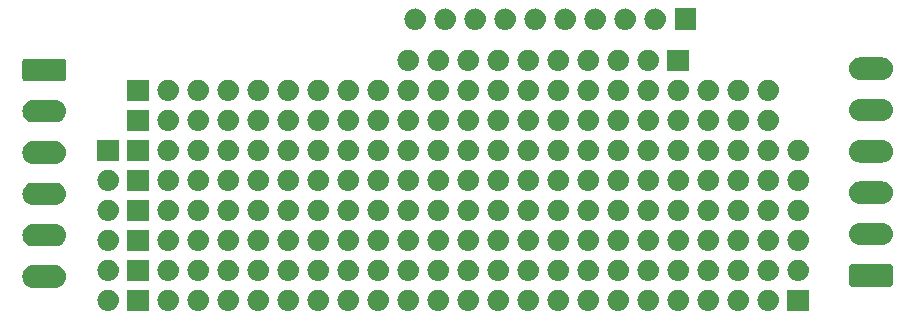
<source format=gbr>
G04 #@! TF.GenerationSoftware,KiCad,Pcbnew,(5.1.4)-1*
G04 #@! TF.CreationDate,2022-10-21T15:02:14+02:00*
G04 #@! TF.ProjectId,REG1-App-Universal,52454731-2d41-4707-902d-556e69766572,V00.01*
G04 #@! TF.SameCoordinates,Original*
G04 #@! TF.FileFunction,Soldermask,Bot*
G04 #@! TF.FilePolarity,Negative*
%FSLAX46Y46*%
G04 Gerber Fmt 4.6, Leading zero omitted, Abs format (unit mm)*
G04 Created by KiCad (PCBNEW (5.1.4)-1) date 2022-10-21 15:02:14*
%MOMM*%
%LPD*%
G04 APERTURE LIST*
%ADD10C,0.100000*%
G04 APERTURE END LIST*
D10*
G36*
X82032504Y-117207691D02*
G01*
X82076627Y-117212037D01*
X82246466Y-117263557D01*
X82298641Y-117291445D01*
X82402989Y-117347220D01*
X82540185Y-117459815D01*
X82652780Y-117597011D01*
X82708555Y-117701359D01*
X82736443Y-117753534D01*
X82787963Y-117923373D01*
X82805359Y-118100000D01*
X82787963Y-118276627D01*
X82736443Y-118446466D01*
X82736442Y-118446467D01*
X82652780Y-118602989D01*
X82540185Y-118740185D01*
X82402989Y-118852780D01*
X82298641Y-118908555D01*
X82246466Y-118936443D01*
X82076627Y-118987963D01*
X82032504Y-118992309D01*
X81944260Y-119001000D01*
X81855740Y-119001000D01*
X81767496Y-118992309D01*
X81723373Y-118987963D01*
X81553534Y-118936443D01*
X81501359Y-118908555D01*
X81397011Y-118852780D01*
X81259815Y-118740185D01*
X81147220Y-118602989D01*
X81063558Y-118446467D01*
X81063557Y-118446466D01*
X81012037Y-118276627D01*
X80994641Y-118100000D01*
X81012037Y-117923373D01*
X81063557Y-117753534D01*
X81091445Y-117701359D01*
X81147220Y-117597011D01*
X81259815Y-117459815D01*
X81397011Y-117347220D01*
X81501359Y-117291445D01*
X81553534Y-117263557D01*
X81723373Y-117212037D01*
X81767496Y-117207691D01*
X81855740Y-117199000D01*
X81944260Y-117199000D01*
X82032504Y-117207691D01*
X82032504Y-117207691D01*
G37*
G36*
X112512504Y-117207691D02*
G01*
X112556627Y-117212037D01*
X112726466Y-117263557D01*
X112778641Y-117291445D01*
X112882989Y-117347220D01*
X113020185Y-117459815D01*
X113132780Y-117597011D01*
X113188555Y-117701359D01*
X113216443Y-117753534D01*
X113267963Y-117923373D01*
X113285359Y-118100000D01*
X113267963Y-118276627D01*
X113216443Y-118446466D01*
X113216442Y-118446467D01*
X113132780Y-118602989D01*
X113020185Y-118740185D01*
X112882989Y-118852780D01*
X112778641Y-118908555D01*
X112726466Y-118936443D01*
X112556627Y-118987963D01*
X112512504Y-118992309D01*
X112424260Y-119001000D01*
X112335740Y-119001000D01*
X112247496Y-118992309D01*
X112203373Y-118987963D01*
X112033534Y-118936443D01*
X111981359Y-118908555D01*
X111877011Y-118852780D01*
X111739815Y-118740185D01*
X111627220Y-118602989D01*
X111543558Y-118446467D01*
X111543557Y-118446466D01*
X111492037Y-118276627D01*
X111474641Y-118100000D01*
X111492037Y-117923373D01*
X111543557Y-117753534D01*
X111571445Y-117701359D01*
X111627220Y-117597011D01*
X111739815Y-117459815D01*
X111877011Y-117347220D01*
X111981359Y-117291445D01*
X112033534Y-117263557D01*
X112203373Y-117212037D01*
X112247496Y-117207691D01*
X112335740Y-117199000D01*
X112424260Y-117199000D01*
X112512504Y-117207691D01*
X112512504Y-117207691D01*
G37*
G36*
X137912504Y-117207691D02*
G01*
X137956627Y-117212037D01*
X138126466Y-117263557D01*
X138178641Y-117291445D01*
X138282989Y-117347220D01*
X138420185Y-117459815D01*
X138532780Y-117597011D01*
X138588555Y-117701359D01*
X138616443Y-117753534D01*
X138667963Y-117923373D01*
X138685359Y-118100000D01*
X138667963Y-118276627D01*
X138616443Y-118446466D01*
X138616442Y-118446467D01*
X138532780Y-118602989D01*
X138420185Y-118740185D01*
X138282989Y-118852780D01*
X138178641Y-118908555D01*
X138126466Y-118936443D01*
X137956627Y-118987963D01*
X137912504Y-118992309D01*
X137824260Y-119001000D01*
X137735740Y-119001000D01*
X137647496Y-118992309D01*
X137603373Y-118987963D01*
X137433534Y-118936443D01*
X137381359Y-118908555D01*
X137277011Y-118852780D01*
X137139815Y-118740185D01*
X137027220Y-118602989D01*
X136943558Y-118446467D01*
X136943557Y-118446466D01*
X136892037Y-118276627D01*
X136874641Y-118100000D01*
X136892037Y-117923373D01*
X136943557Y-117753534D01*
X136971445Y-117701359D01*
X137027220Y-117597011D01*
X137139815Y-117459815D01*
X137277011Y-117347220D01*
X137381359Y-117291445D01*
X137433534Y-117263557D01*
X137603373Y-117212037D01*
X137647496Y-117207691D01*
X137735740Y-117199000D01*
X137824260Y-117199000D01*
X137912504Y-117207691D01*
X137912504Y-117207691D01*
G37*
G36*
X135372504Y-117207691D02*
G01*
X135416627Y-117212037D01*
X135586466Y-117263557D01*
X135638641Y-117291445D01*
X135742989Y-117347220D01*
X135880185Y-117459815D01*
X135992780Y-117597011D01*
X136048555Y-117701359D01*
X136076443Y-117753534D01*
X136127963Y-117923373D01*
X136145359Y-118100000D01*
X136127963Y-118276627D01*
X136076443Y-118446466D01*
X136076442Y-118446467D01*
X135992780Y-118602989D01*
X135880185Y-118740185D01*
X135742989Y-118852780D01*
X135638641Y-118908555D01*
X135586466Y-118936443D01*
X135416627Y-118987963D01*
X135372504Y-118992309D01*
X135284260Y-119001000D01*
X135195740Y-119001000D01*
X135107496Y-118992309D01*
X135063373Y-118987963D01*
X134893534Y-118936443D01*
X134841359Y-118908555D01*
X134737011Y-118852780D01*
X134599815Y-118740185D01*
X134487220Y-118602989D01*
X134403558Y-118446467D01*
X134403557Y-118446466D01*
X134352037Y-118276627D01*
X134334641Y-118100000D01*
X134352037Y-117923373D01*
X134403557Y-117753534D01*
X134431445Y-117701359D01*
X134487220Y-117597011D01*
X134599815Y-117459815D01*
X134737011Y-117347220D01*
X134841359Y-117291445D01*
X134893534Y-117263557D01*
X135063373Y-117212037D01*
X135107496Y-117207691D01*
X135195740Y-117199000D01*
X135284260Y-117199000D01*
X135372504Y-117207691D01*
X135372504Y-117207691D01*
G37*
G36*
X132832504Y-117207691D02*
G01*
X132876627Y-117212037D01*
X133046466Y-117263557D01*
X133098641Y-117291445D01*
X133202989Y-117347220D01*
X133340185Y-117459815D01*
X133452780Y-117597011D01*
X133508555Y-117701359D01*
X133536443Y-117753534D01*
X133587963Y-117923373D01*
X133605359Y-118100000D01*
X133587963Y-118276627D01*
X133536443Y-118446466D01*
X133536442Y-118446467D01*
X133452780Y-118602989D01*
X133340185Y-118740185D01*
X133202989Y-118852780D01*
X133098641Y-118908555D01*
X133046466Y-118936443D01*
X132876627Y-118987963D01*
X132832504Y-118992309D01*
X132744260Y-119001000D01*
X132655740Y-119001000D01*
X132567496Y-118992309D01*
X132523373Y-118987963D01*
X132353534Y-118936443D01*
X132301359Y-118908555D01*
X132197011Y-118852780D01*
X132059815Y-118740185D01*
X131947220Y-118602989D01*
X131863558Y-118446467D01*
X131863557Y-118446466D01*
X131812037Y-118276627D01*
X131794641Y-118100000D01*
X131812037Y-117923373D01*
X131863557Y-117753534D01*
X131891445Y-117701359D01*
X131947220Y-117597011D01*
X132059815Y-117459815D01*
X132197011Y-117347220D01*
X132301359Y-117291445D01*
X132353534Y-117263557D01*
X132523373Y-117212037D01*
X132567496Y-117207691D01*
X132655740Y-117199000D01*
X132744260Y-117199000D01*
X132832504Y-117207691D01*
X132832504Y-117207691D01*
G37*
G36*
X130292504Y-117207691D02*
G01*
X130336627Y-117212037D01*
X130506466Y-117263557D01*
X130558641Y-117291445D01*
X130662989Y-117347220D01*
X130800185Y-117459815D01*
X130912780Y-117597011D01*
X130968555Y-117701359D01*
X130996443Y-117753534D01*
X131047963Y-117923373D01*
X131065359Y-118100000D01*
X131047963Y-118276627D01*
X130996443Y-118446466D01*
X130996442Y-118446467D01*
X130912780Y-118602989D01*
X130800185Y-118740185D01*
X130662989Y-118852780D01*
X130558641Y-118908555D01*
X130506466Y-118936443D01*
X130336627Y-118987963D01*
X130292504Y-118992309D01*
X130204260Y-119001000D01*
X130115740Y-119001000D01*
X130027496Y-118992309D01*
X129983373Y-118987963D01*
X129813534Y-118936443D01*
X129761359Y-118908555D01*
X129657011Y-118852780D01*
X129519815Y-118740185D01*
X129407220Y-118602989D01*
X129323558Y-118446467D01*
X129323557Y-118446466D01*
X129272037Y-118276627D01*
X129254641Y-118100000D01*
X129272037Y-117923373D01*
X129323557Y-117753534D01*
X129351445Y-117701359D01*
X129407220Y-117597011D01*
X129519815Y-117459815D01*
X129657011Y-117347220D01*
X129761359Y-117291445D01*
X129813534Y-117263557D01*
X129983373Y-117212037D01*
X130027496Y-117207691D01*
X130115740Y-117199000D01*
X130204260Y-117199000D01*
X130292504Y-117207691D01*
X130292504Y-117207691D01*
G37*
G36*
X127752504Y-117207691D02*
G01*
X127796627Y-117212037D01*
X127966466Y-117263557D01*
X128018641Y-117291445D01*
X128122989Y-117347220D01*
X128260185Y-117459815D01*
X128372780Y-117597011D01*
X128428555Y-117701359D01*
X128456443Y-117753534D01*
X128507963Y-117923373D01*
X128525359Y-118100000D01*
X128507963Y-118276627D01*
X128456443Y-118446466D01*
X128456442Y-118446467D01*
X128372780Y-118602989D01*
X128260185Y-118740185D01*
X128122989Y-118852780D01*
X128018641Y-118908555D01*
X127966466Y-118936443D01*
X127796627Y-118987963D01*
X127752504Y-118992309D01*
X127664260Y-119001000D01*
X127575740Y-119001000D01*
X127487496Y-118992309D01*
X127443373Y-118987963D01*
X127273534Y-118936443D01*
X127221359Y-118908555D01*
X127117011Y-118852780D01*
X126979815Y-118740185D01*
X126867220Y-118602989D01*
X126783558Y-118446467D01*
X126783557Y-118446466D01*
X126732037Y-118276627D01*
X126714641Y-118100000D01*
X126732037Y-117923373D01*
X126783557Y-117753534D01*
X126811445Y-117701359D01*
X126867220Y-117597011D01*
X126979815Y-117459815D01*
X127117011Y-117347220D01*
X127221359Y-117291445D01*
X127273534Y-117263557D01*
X127443373Y-117212037D01*
X127487496Y-117207691D01*
X127575740Y-117199000D01*
X127664260Y-117199000D01*
X127752504Y-117207691D01*
X127752504Y-117207691D01*
G37*
G36*
X125212504Y-117207691D02*
G01*
X125256627Y-117212037D01*
X125426466Y-117263557D01*
X125478641Y-117291445D01*
X125582989Y-117347220D01*
X125720185Y-117459815D01*
X125832780Y-117597011D01*
X125888555Y-117701359D01*
X125916443Y-117753534D01*
X125967963Y-117923373D01*
X125985359Y-118100000D01*
X125967963Y-118276627D01*
X125916443Y-118446466D01*
X125916442Y-118446467D01*
X125832780Y-118602989D01*
X125720185Y-118740185D01*
X125582989Y-118852780D01*
X125478641Y-118908555D01*
X125426466Y-118936443D01*
X125256627Y-118987963D01*
X125212504Y-118992309D01*
X125124260Y-119001000D01*
X125035740Y-119001000D01*
X124947496Y-118992309D01*
X124903373Y-118987963D01*
X124733534Y-118936443D01*
X124681359Y-118908555D01*
X124577011Y-118852780D01*
X124439815Y-118740185D01*
X124327220Y-118602989D01*
X124243558Y-118446467D01*
X124243557Y-118446466D01*
X124192037Y-118276627D01*
X124174641Y-118100000D01*
X124192037Y-117923373D01*
X124243557Y-117753534D01*
X124271445Y-117701359D01*
X124327220Y-117597011D01*
X124439815Y-117459815D01*
X124577011Y-117347220D01*
X124681359Y-117291445D01*
X124733534Y-117263557D01*
X124903373Y-117212037D01*
X124947496Y-117207691D01*
X125035740Y-117199000D01*
X125124260Y-117199000D01*
X125212504Y-117207691D01*
X125212504Y-117207691D01*
G37*
G36*
X122672504Y-117207691D02*
G01*
X122716627Y-117212037D01*
X122886466Y-117263557D01*
X122938641Y-117291445D01*
X123042989Y-117347220D01*
X123180185Y-117459815D01*
X123292780Y-117597011D01*
X123348555Y-117701359D01*
X123376443Y-117753534D01*
X123427963Y-117923373D01*
X123445359Y-118100000D01*
X123427963Y-118276627D01*
X123376443Y-118446466D01*
X123376442Y-118446467D01*
X123292780Y-118602989D01*
X123180185Y-118740185D01*
X123042989Y-118852780D01*
X122938641Y-118908555D01*
X122886466Y-118936443D01*
X122716627Y-118987963D01*
X122672504Y-118992309D01*
X122584260Y-119001000D01*
X122495740Y-119001000D01*
X122407496Y-118992309D01*
X122363373Y-118987963D01*
X122193534Y-118936443D01*
X122141359Y-118908555D01*
X122037011Y-118852780D01*
X121899815Y-118740185D01*
X121787220Y-118602989D01*
X121703558Y-118446467D01*
X121703557Y-118446466D01*
X121652037Y-118276627D01*
X121634641Y-118100000D01*
X121652037Y-117923373D01*
X121703557Y-117753534D01*
X121731445Y-117701359D01*
X121787220Y-117597011D01*
X121899815Y-117459815D01*
X122037011Y-117347220D01*
X122141359Y-117291445D01*
X122193534Y-117263557D01*
X122363373Y-117212037D01*
X122407496Y-117207691D01*
X122495740Y-117199000D01*
X122584260Y-117199000D01*
X122672504Y-117207691D01*
X122672504Y-117207691D01*
G37*
G36*
X120132504Y-117207691D02*
G01*
X120176627Y-117212037D01*
X120346466Y-117263557D01*
X120398641Y-117291445D01*
X120502989Y-117347220D01*
X120640185Y-117459815D01*
X120752780Y-117597011D01*
X120808555Y-117701359D01*
X120836443Y-117753534D01*
X120887963Y-117923373D01*
X120905359Y-118100000D01*
X120887963Y-118276627D01*
X120836443Y-118446466D01*
X120836442Y-118446467D01*
X120752780Y-118602989D01*
X120640185Y-118740185D01*
X120502989Y-118852780D01*
X120398641Y-118908555D01*
X120346466Y-118936443D01*
X120176627Y-118987963D01*
X120132504Y-118992309D01*
X120044260Y-119001000D01*
X119955740Y-119001000D01*
X119867496Y-118992309D01*
X119823373Y-118987963D01*
X119653534Y-118936443D01*
X119601359Y-118908555D01*
X119497011Y-118852780D01*
X119359815Y-118740185D01*
X119247220Y-118602989D01*
X119163558Y-118446467D01*
X119163557Y-118446466D01*
X119112037Y-118276627D01*
X119094641Y-118100000D01*
X119112037Y-117923373D01*
X119163557Y-117753534D01*
X119191445Y-117701359D01*
X119247220Y-117597011D01*
X119359815Y-117459815D01*
X119497011Y-117347220D01*
X119601359Y-117291445D01*
X119653534Y-117263557D01*
X119823373Y-117212037D01*
X119867496Y-117207691D01*
X119955740Y-117199000D01*
X120044260Y-117199000D01*
X120132504Y-117207691D01*
X120132504Y-117207691D01*
G37*
G36*
X117592504Y-117207691D02*
G01*
X117636627Y-117212037D01*
X117806466Y-117263557D01*
X117858641Y-117291445D01*
X117962989Y-117347220D01*
X118100185Y-117459815D01*
X118212780Y-117597011D01*
X118268555Y-117701359D01*
X118296443Y-117753534D01*
X118347963Y-117923373D01*
X118365359Y-118100000D01*
X118347963Y-118276627D01*
X118296443Y-118446466D01*
X118296442Y-118446467D01*
X118212780Y-118602989D01*
X118100185Y-118740185D01*
X117962989Y-118852780D01*
X117858641Y-118908555D01*
X117806466Y-118936443D01*
X117636627Y-118987963D01*
X117592504Y-118992309D01*
X117504260Y-119001000D01*
X117415740Y-119001000D01*
X117327496Y-118992309D01*
X117283373Y-118987963D01*
X117113534Y-118936443D01*
X117061359Y-118908555D01*
X116957011Y-118852780D01*
X116819815Y-118740185D01*
X116707220Y-118602989D01*
X116623558Y-118446467D01*
X116623557Y-118446466D01*
X116572037Y-118276627D01*
X116554641Y-118100000D01*
X116572037Y-117923373D01*
X116623557Y-117753534D01*
X116651445Y-117701359D01*
X116707220Y-117597011D01*
X116819815Y-117459815D01*
X116957011Y-117347220D01*
X117061359Y-117291445D01*
X117113534Y-117263557D01*
X117283373Y-117212037D01*
X117327496Y-117207691D01*
X117415740Y-117199000D01*
X117504260Y-117199000D01*
X117592504Y-117207691D01*
X117592504Y-117207691D01*
G37*
G36*
X115052504Y-117207691D02*
G01*
X115096627Y-117212037D01*
X115266466Y-117263557D01*
X115318641Y-117291445D01*
X115422989Y-117347220D01*
X115560185Y-117459815D01*
X115672780Y-117597011D01*
X115728555Y-117701359D01*
X115756443Y-117753534D01*
X115807963Y-117923373D01*
X115825359Y-118100000D01*
X115807963Y-118276627D01*
X115756443Y-118446466D01*
X115756442Y-118446467D01*
X115672780Y-118602989D01*
X115560185Y-118740185D01*
X115422989Y-118852780D01*
X115318641Y-118908555D01*
X115266466Y-118936443D01*
X115096627Y-118987963D01*
X115052504Y-118992309D01*
X114964260Y-119001000D01*
X114875740Y-119001000D01*
X114787496Y-118992309D01*
X114743373Y-118987963D01*
X114573534Y-118936443D01*
X114521359Y-118908555D01*
X114417011Y-118852780D01*
X114279815Y-118740185D01*
X114167220Y-118602989D01*
X114083558Y-118446467D01*
X114083557Y-118446466D01*
X114032037Y-118276627D01*
X114014641Y-118100000D01*
X114032037Y-117923373D01*
X114083557Y-117753534D01*
X114111445Y-117701359D01*
X114167220Y-117597011D01*
X114279815Y-117459815D01*
X114417011Y-117347220D01*
X114521359Y-117291445D01*
X114573534Y-117263557D01*
X114743373Y-117212037D01*
X114787496Y-117207691D01*
X114875740Y-117199000D01*
X114964260Y-117199000D01*
X115052504Y-117207691D01*
X115052504Y-117207691D01*
G37*
G36*
X99812504Y-117207691D02*
G01*
X99856627Y-117212037D01*
X100026466Y-117263557D01*
X100078641Y-117291445D01*
X100182989Y-117347220D01*
X100320185Y-117459815D01*
X100432780Y-117597011D01*
X100488555Y-117701359D01*
X100516443Y-117753534D01*
X100567963Y-117923373D01*
X100585359Y-118100000D01*
X100567963Y-118276627D01*
X100516443Y-118446466D01*
X100516442Y-118446467D01*
X100432780Y-118602989D01*
X100320185Y-118740185D01*
X100182989Y-118852780D01*
X100078641Y-118908555D01*
X100026466Y-118936443D01*
X99856627Y-118987963D01*
X99812504Y-118992309D01*
X99724260Y-119001000D01*
X99635740Y-119001000D01*
X99547496Y-118992309D01*
X99503373Y-118987963D01*
X99333534Y-118936443D01*
X99281359Y-118908555D01*
X99177011Y-118852780D01*
X99039815Y-118740185D01*
X98927220Y-118602989D01*
X98843558Y-118446467D01*
X98843557Y-118446466D01*
X98792037Y-118276627D01*
X98774641Y-118100000D01*
X98792037Y-117923373D01*
X98843557Y-117753534D01*
X98871445Y-117701359D01*
X98927220Y-117597011D01*
X99039815Y-117459815D01*
X99177011Y-117347220D01*
X99281359Y-117291445D01*
X99333534Y-117263557D01*
X99503373Y-117212037D01*
X99547496Y-117207691D01*
X99635740Y-117199000D01*
X99724260Y-117199000D01*
X99812504Y-117207691D01*
X99812504Y-117207691D01*
G37*
G36*
X107432504Y-117207691D02*
G01*
X107476627Y-117212037D01*
X107646466Y-117263557D01*
X107698641Y-117291445D01*
X107802989Y-117347220D01*
X107940185Y-117459815D01*
X108052780Y-117597011D01*
X108108555Y-117701359D01*
X108136443Y-117753534D01*
X108187963Y-117923373D01*
X108205359Y-118100000D01*
X108187963Y-118276627D01*
X108136443Y-118446466D01*
X108136442Y-118446467D01*
X108052780Y-118602989D01*
X107940185Y-118740185D01*
X107802989Y-118852780D01*
X107698641Y-118908555D01*
X107646466Y-118936443D01*
X107476627Y-118987963D01*
X107432504Y-118992309D01*
X107344260Y-119001000D01*
X107255740Y-119001000D01*
X107167496Y-118992309D01*
X107123373Y-118987963D01*
X106953534Y-118936443D01*
X106901359Y-118908555D01*
X106797011Y-118852780D01*
X106659815Y-118740185D01*
X106547220Y-118602989D01*
X106463558Y-118446467D01*
X106463557Y-118446466D01*
X106412037Y-118276627D01*
X106394641Y-118100000D01*
X106412037Y-117923373D01*
X106463557Y-117753534D01*
X106491445Y-117701359D01*
X106547220Y-117597011D01*
X106659815Y-117459815D01*
X106797011Y-117347220D01*
X106901359Y-117291445D01*
X106953534Y-117263557D01*
X107123373Y-117212037D01*
X107167496Y-117207691D01*
X107255740Y-117199000D01*
X107344260Y-117199000D01*
X107432504Y-117207691D01*
X107432504Y-117207691D01*
G37*
G36*
X104892504Y-117207691D02*
G01*
X104936627Y-117212037D01*
X105106466Y-117263557D01*
X105158641Y-117291445D01*
X105262989Y-117347220D01*
X105400185Y-117459815D01*
X105512780Y-117597011D01*
X105568555Y-117701359D01*
X105596443Y-117753534D01*
X105647963Y-117923373D01*
X105665359Y-118100000D01*
X105647963Y-118276627D01*
X105596443Y-118446466D01*
X105596442Y-118446467D01*
X105512780Y-118602989D01*
X105400185Y-118740185D01*
X105262989Y-118852780D01*
X105158641Y-118908555D01*
X105106466Y-118936443D01*
X104936627Y-118987963D01*
X104892504Y-118992309D01*
X104804260Y-119001000D01*
X104715740Y-119001000D01*
X104627496Y-118992309D01*
X104583373Y-118987963D01*
X104413534Y-118936443D01*
X104361359Y-118908555D01*
X104257011Y-118852780D01*
X104119815Y-118740185D01*
X104007220Y-118602989D01*
X103923558Y-118446467D01*
X103923557Y-118446466D01*
X103872037Y-118276627D01*
X103854641Y-118100000D01*
X103872037Y-117923373D01*
X103923557Y-117753534D01*
X103951445Y-117701359D01*
X104007220Y-117597011D01*
X104119815Y-117459815D01*
X104257011Y-117347220D01*
X104361359Y-117291445D01*
X104413534Y-117263557D01*
X104583373Y-117212037D01*
X104627496Y-117207691D01*
X104715740Y-117199000D01*
X104804260Y-117199000D01*
X104892504Y-117207691D01*
X104892504Y-117207691D01*
G37*
G36*
X102352504Y-117207691D02*
G01*
X102396627Y-117212037D01*
X102566466Y-117263557D01*
X102618641Y-117291445D01*
X102722989Y-117347220D01*
X102860185Y-117459815D01*
X102972780Y-117597011D01*
X103028555Y-117701359D01*
X103056443Y-117753534D01*
X103107963Y-117923373D01*
X103125359Y-118100000D01*
X103107963Y-118276627D01*
X103056443Y-118446466D01*
X103056442Y-118446467D01*
X102972780Y-118602989D01*
X102860185Y-118740185D01*
X102722989Y-118852780D01*
X102618641Y-118908555D01*
X102566466Y-118936443D01*
X102396627Y-118987963D01*
X102352504Y-118992309D01*
X102264260Y-119001000D01*
X102175740Y-119001000D01*
X102087496Y-118992309D01*
X102043373Y-118987963D01*
X101873534Y-118936443D01*
X101821359Y-118908555D01*
X101717011Y-118852780D01*
X101579815Y-118740185D01*
X101467220Y-118602989D01*
X101383558Y-118446467D01*
X101383557Y-118446466D01*
X101332037Y-118276627D01*
X101314641Y-118100000D01*
X101332037Y-117923373D01*
X101383557Y-117753534D01*
X101411445Y-117701359D01*
X101467220Y-117597011D01*
X101579815Y-117459815D01*
X101717011Y-117347220D01*
X101821359Y-117291445D01*
X101873534Y-117263557D01*
X102043373Y-117212037D01*
X102087496Y-117207691D01*
X102175740Y-117199000D01*
X102264260Y-117199000D01*
X102352504Y-117207691D01*
X102352504Y-117207691D01*
G37*
G36*
X97272504Y-117207691D02*
G01*
X97316627Y-117212037D01*
X97486466Y-117263557D01*
X97538641Y-117291445D01*
X97642989Y-117347220D01*
X97780185Y-117459815D01*
X97892780Y-117597011D01*
X97948555Y-117701359D01*
X97976443Y-117753534D01*
X98027963Y-117923373D01*
X98045359Y-118100000D01*
X98027963Y-118276627D01*
X97976443Y-118446466D01*
X97976442Y-118446467D01*
X97892780Y-118602989D01*
X97780185Y-118740185D01*
X97642989Y-118852780D01*
X97538641Y-118908555D01*
X97486466Y-118936443D01*
X97316627Y-118987963D01*
X97272504Y-118992309D01*
X97184260Y-119001000D01*
X97095740Y-119001000D01*
X97007496Y-118992309D01*
X96963373Y-118987963D01*
X96793534Y-118936443D01*
X96741359Y-118908555D01*
X96637011Y-118852780D01*
X96499815Y-118740185D01*
X96387220Y-118602989D01*
X96303558Y-118446467D01*
X96303557Y-118446466D01*
X96252037Y-118276627D01*
X96234641Y-118100000D01*
X96252037Y-117923373D01*
X96303557Y-117753534D01*
X96331445Y-117701359D01*
X96387220Y-117597011D01*
X96499815Y-117459815D01*
X96637011Y-117347220D01*
X96741359Y-117291445D01*
X96793534Y-117263557D01*
X96963373Y-117212037D01*
X97007496Y-117207691D01*
X97095740Y-117199000D01*
X97184260Y-117199000D01*
X97272504Y-117207691D01*
X97272504Y-117207691D01*
G37*
G36*
X94732504Y-117207691D02*
G01*
X94776627Y-117212037D01*
X94946466Y-117263557D01*
X94998641Y-117291445D01*
X95102989Y-117347220D01*
X95240185Y-117459815D01*
X95352780Y-117597011D01*
X95408555Y-117701359D01*
X95436443Y-117753534D01*
X95487963Y-117923373D01*
X95505359Y-118100000D01*
X95487963Y-118276627D01*
X95436443Y-118446466D01*
X95436442Y-118446467D01*
X95352780Y-118602989D01*
X95240185Y-118740185D01*
X95102989Y-118852780D01*
X94998641Y-118908555D01*
X94946466Y-118936443D01*
X94776627Y-118987963D01*
X94732504Y-118992309D01*
X94644260Y-119001000D01*
X94555740Y-119001000D01*
X94467496Y-118992309D01*
X94423373Y-118987963D01*
X94253534Y-118936443D01*
X94201359Y-118908555D01*
X94097011Y-118852780D01*
X93959815Y-118740185D01*
X93847220Y-118602989D01*
X93763558Y-118446467D01*
X93763557Y-118446466D01*
X93712037Y-118276627D01*
X93694641Y-118100000D01*
X93712037Y-117923373D01*
X93763557Y-117753534D01*
X93791445Y-117701359D01*
X93847220Y-117597011D01*
X93959815Y-117459815D01*
X94097011Y-117347220D01*
X94201359Y-117291445D01*
X94253534Y-117263557D01*
X94423373Y-117212037D01*
X94467496Y-117207691D01*
X94555740Y-117199000D01*
X94644260Y-117199000D01*
X94732504Y-117207691D01*
X94732504Y-117207691D01*
G37*
G36*
X92192504Y-117207691D02*
G01*
X92236627Y-117212037D01*
X92406466Y-117263557D01*
X92458641Y-117291445D01*
X92562989Y-117347220D01*
X92700185Y-117459815D01*
X92812780Y-117597011D01*
X92868555Y-117701359D01*
X92896443Y-117753534D01*
X92947963Y-117923373D01*
X92965359Y-118100000D01*
X92947963Y-118276627D01*
X92896443Y-118446466D01*
X92896442Y-118446467D01*
X92812780Y-118602989D01*
X92700185Y-118740185D01*
X92562989Y-118852780D01*
X92458641Y-118908555D01*
X92406466Y-118936443D01*
X92236627Y-118987963D01*
X92192504Y-118992309D01*
X92104260Y-119001000D01*
X92015740Y-119001000D01*
X91927496Y-118992309D01*
X91883373Y-118987963D01*
X91713534Y-118936443D01*
X91661359Y-118908555D01*
X91557011Y-118852780D01*
X91419815Y-118740185D01*
X91307220Y-118602989D01*
X91223558Y-118446467D01*
X91223557Y-118446466D01*
X91172037Y-118276627D01*
X91154641Y-118100000D01*
X91172037Y-117923373D01*
X91223557Y-117753534D01*
X91251445Y-117701359D01*
X91307220Y-117597011D01*
X91419815Y-117459815D01*
X91557011Y-117347220D01*
X91661359Y-117291445D01*
X91713534Y-117263557D01*
X91883373Y-117212037D01*
X91927496Y-117207691D01*
X92015740Y-117199000D01*
X92104260Y-117199000D01*
X92192504Y-117207691D01*
X92192504Y-117207691D01*
G37*
G36*
X89652504Y-117207691D02*
G01*
X89696627Y-117212037D01*
X89866466Y-117263557D01*
X89918641Y-117291445D01*
X90022989Y-117347220D01*
X90160185Y-117459815D01*
X90272780Y-117597011D01*
X90328555Y-117701359D01*
X90356443Y-117753534D01*
X90407963Y-117923373D01*
X90425359Y-118100000D01*
X90407963Y-118276627D01*
X90356443Y-118446466D01*
X90356442Y-118446467D01*
X90272780Y-118602989D01*
X90160185Y-118740185D01*
X90022989Y-118852780D01*
X89918641Y-118908555D01*
X89866466Y-118936443D01*
X89696627Y-118987963D01*
X89652504Y-118992309D01*
X89564260Y-119001000D01*
X89475740Y-119001000D01*
X89387496Y-118992309D01*
X89343373Y-118987963D01*
X89173534Y-118936443D01*
X89121359Y-118908555D01*
X89017011Y-118852780D01*
X88879815Y-118740185D01*
X88767220Y-118602989D01*
X88683558Y-118446467D01*
X88683557Y-118446466D01*
X88632037Y-118276627D01*
X88614641Y-118100000D01*
X88632037Y-117923373D01*
X88683557Y-117753534D01*
X88711445Y-117701359D01*
X88767220Y-117597011D01*
X88879815Y-117459815D01*
X89017011Y-117347220D01*
X89121359Y-117291445D01*
X89173534Y-117263557D01*
X89343373Y-117212037D01*
X89387496Y-117207691D01*
X89475740Y-117199000D01*
X89564260Y-117199000D01*
X89652504Y-117207691D01*
X89652504Y-117207691D01*
G37*
G36*
X87112504Y-117207691D02*
G01*
X87156627Y-117212037D01*
X87326466Y-117263557D01*
X87378641Y-117291445D01*
X87482989Y-117347220D01*
X87620185Y-117459815D01*
X87732780Y-117597011D01*
X87788555Y-117701359D01*
X87816443Y-117753534D01*
X87867963Y-117923373D01*
X87885359Y-118100000D01*
X87867963Y-118276627D01*
X87816443Y-118446466D01*
X87816442Y-118446467D01*
X87732780Y-118602989D01*
X87620185Y-118740185D01*
X87482989Y-118852780D01*
X87378641Y-118908555D01*
X87326466Y-118936443D01*
X87156627Y-118987963D01*
X87112504Y-118992309D01*
X87024260Y-119001000D01*
X86935740Y-119001000D01*
X86847496Y-118992309D01*
X86803373Y-118987963D01*
X86633534Y-118936443D01*
X86581359Y-118908555D01*
X86477011Y-118852780D01*
X86339815Y-118740185D01*
X86227220Y-118602989D01*
X86143558Y-118446467D01*
X86143557Y-118446466D01*
X86092037Y-118276627D01*
X86074641Y-118100000D01*
X86092037Y-117923373D01*
X86143557Y-117753534D01*
X86171445Y-117701359D01*
X86227220Y-117597011D01*
X86339815Y-117459815D01*
X86477011Y-117347220D01*
X86581359Y-117291445D01*
X86633534Y-117263557D01*
X86803373Y-117212037D01*
X86847496Y-117207691D01*
X86935740Y-117199000D01*
X87024260Y-117199000D01*
X87112504Y-117207691D01*
X87112504Y-117207691D01*
G37*
G36*
X85341000Y-119001000D02*
G01*
X83539000Y-119001000D01*
X83539000Y-117199000D01*
X85341000Y-117199000D01*
X85341000Y-119001000D01*
X85341000Y-119001000D01*
G37*
G36*
X141221000Y-119001000D02*
G01*
X139419000Y-119001000D01*
X139419000Y-117199000D01*
X141221000Y-117199000D01*
X141221000Y-119001000D01*
X141221000Y-119001000D01*
G37*
G36*
X109972504Y-117207691D02*
G01*
X110016627Y-117212037D01*
X110186466Y-117263557D01*
X110238641Y-117291445D01*
X110342989Y-117347220D01*
X110480185Y-117459815D01*
X110592780Y-117597011D01*
X110648555Y-117701359D01*
X110676443Y-117753534D01*
X110727963Y-117923373D01*
X110745359Y-118100000D01*
X110727963Y-118276627D01*
X110676443Y-118446466D01*
X110676442Y-118446467D01*
X110592780Y-118602989D01*
X110480185Y-118740185D01*
X110342989Y-118852780D01*
X110238641Y-118908555D01*
X110186466Y-118936443D01*
X110016627Y-118987963D01*
X109972504Y-118992309D01*
X109884260Y-119001000D01*
X109795740Y-119001000D01*
X109707496Y-118992309D01*
X109663373Y-118987963D01*
X109493534Y-118936443D01*
X109441359Y-118908555D01*
X109337011Y-118852780D01*
X109199815Y-118740185D01*
X109087220Y-118602989D01*
X109003558Y-118446467D01*
X109003557Y-118446466D01*
X108952037Y-118276627D01*
X108934641Y-118100000D01*
X108952037Y-117923373D01*
X109003557Y-117753534D01*
X109031445Y-117701359D01*
X109087220Y-117597011D01*
X109199815Y-117459815D01*
X109337011Y-117347220D01*
X109441359Y-117291445D01*
X109493534Y-117263557D01*
X109663373Y-117212037D01*
X109707496Y-117207691D01*
X109795740Y-117199000D01*
X109884260Y-117199000D01*
X109972504Y-117207691D01*
X109972504Y-117207691D01*
G37*
G36*
X77586428Y-115162760D02*
G01*
X77765694Y-115217140D01*
X77930902Y-115305445D01*
X78075712Y-115424288D01*
X78194555Y-115569098D01*
X78282860Y-115734306D01*
X78337240Y-115913572D01*
X78355601Y-116100000D01*
X78337240Y-116286428D01*
X78282860Y-116465694D01*
X78194555Y-116630902D01*
X78075712Y-116775712D01*
X77930902Y-116894555D01*
X77765694Y-116982860D01*
X77586428Y-117037240D01*
X77446718Y-117051000D01*
X75553282Y-117051000D01*
X75413572Y-117037240D01*
X75234306Y-116982860D01*
X75069098Y-116894555D01*
X74924288Y-116775712D01*
X74805445Y-116630902D01*
X74717140Y-116465694D01*
X74662760Y-116286428D01*
X74644399Y-116100000D01*
X74662760Y-115913572D01*
X74717140Y-115734306D01*
X74805445Y-115569098D01*
X74924288Y-115424288D01*
X75069098Y-115305445D01*
X75234306Y-115217140D01*
X75413572Y-115162760D01*
X75553282Y-115149000D01*
X77446718Y-115149000D01*
X77586428Y-115162760D01*
X77586428Y-115162760D01*
G37*
G36*
X148167387Y-115053619D02*
G01*
X148210126Y-115066584D01*
X148249512Y-115087636D01*
X148284034Y-115115966D01*
X148312364Y-115150488D01*
X148333416Y-115189874D01*
X148346381Y-115232613D01*
X148351000Y-115279510D01*
X148351000Y-116720490D01*
X148346381Y-116767387D01*
X148333416Y-116810126D01*
X148312364Y-116849512D01*
X148284034Y-116884034D01*
X148249512Y-116912364D01*
X148210126Y-116933416D01*
X148167387Y-116946381D01*
X148120490Y-116951000D01*
X144879510Y-116951000D01*
X144832613Y-116946381D01*
X144789874Y-116933416D01*
X144750488Y-116912364D01*
X144715966Y-116884034D01*
X144687636Y-116849512D01*
X144666584Y-116810126D01*
X144653619Y-116767387D01*
X144649000Y-116720490D01*
X144649000Y-115279510D01*
X144653619Y-115232613D01*
X144666584Y-115189874D01*
X144687636Y-115150488D01*
X144715966Y-115115966D01*
X144750488Y-115087636D01*
X144789874Y-115066584D01*
X144832613Y-115053619D01*
X144879510Y-115049000D01*
X148120490Y-115049000D01*
X148167387Y-115053619D01*
X148167387Y-115053619D01*
G37*
G36*
X120132504Y-114667691D02*
G01*
X120176627Y-114672037D01*
X120346466Y-114723557D01*
X120398641Y-114751445D01*
X120502989Y-114807220D01*
X120640185Y-114919815D01*
X120752780Y-115057011D01*
X120789854Y-115126372D01*
X120836443Y-115213534D01*
X120887963Y-115383373D01*
X120905359Y-115560000D01*
X120887963Y-115736627D01*
X120836443Y-115906466D01*
X120808555Y-115958641D01*
X120752780Y-116062989D01*
X120640185Y-116200185D01*
X120502989Y-116312780D01*
X120398641Y-116368555D01*
X120346466Y-116396443D01*
X120176627Y-116447963D01*
X120132504Y-116452309D01*
X120044260Y-116461000D01*
X119955740Y-116461000D01*
X119867496Y-116452309D01*
X119823373Y-116447963D01*
X119653534Y-116396443D01*
X119601359Y-116368555D01*
X119497011Y-116312780D01*
X119359815Y-116200185D01*
X119247220Y-116062989D01*
X119191445Y-115958641D01*
X119163557Y-115906466D01*
X119112037Y-115736627D01*
X119094641Y-115560000D01*
X119112037Y-115383373D01*
X119163557Y-115213534D01*
X119210146Y-115126372D01*
X119247220Y-115057011D01*
X119359815Y-114919815D01*
X119497011Y-114807220D01*
X119601359Y-114751445D01*
X119653534Y-114723557D01*
X119823373Y-114672037D01*
X119867496Y-114667691D01*
X119955740Y-114659000D01*
X120044260Y-114659000D01*
X120132504Y-114667691D01*
X120132504Y-114667691D01*
G37*
G36*
X137912504Y-114667691D02*
G01*
X137956627Y-114672037D01*
X138126466Y-114723557D01*
X138178641Y-114751445D01*
X138282989Y-114807220D01*
X138420185Y-114919815D01*
X138532780Y-115057011D01*
X138569854Y-115126372D01*
X138616443Y-115213534D01*
X138667963Y-115383373D01*
X138685359Y-115560000D01*
X138667963Y-115736627D01*
X138616443Y-115906466D01*
X138588555Y-115958641D01*
X138532780Y-116062989D01*
X138420185Y-116200185D01*
X138282989Y-116312780D01*
X138178641Y-116368555D01*
X138126466Y-116396443D01*
X137956627Y-116447963D01*
X137912504Y-116452309D01*
X137824260Y-116461000D01*
X137735740Y-116461000D01*
X137647496Y-116452309D01*
X137603373Y-116447963D01*
X137433534Y-116396443D01*
X137381359Y-116368555D01*
X137277011Y-116312780D01*
X137139815Y-116200185D01*
X137027220Y-116062989D01*
X136971445Y-115958641D01*
X136943557Y-115906466D01*
X136892037Y-115736627D01*
X136874641Y-115560000D01*
X136892037Y-115383373D01*
X136943557Y-115213534D01*
X136990146Y-115126372D01*
X137027220Y-115057011D01*
X137139815Y-114919815D01*
X137277011Y-114807220D01*
X137381359Y-114751445D01*
X137433534Y-114723557D01*
X137603373Y-114672037D01*
X137647496Y-114667691D01*
X137735740Y-114659000D01*
X137824260Y-114659000D01*
X137912504Y-114667691D01*
X137912504Y-114667691D01*
G37*
G36*
X140452504Y-114667691D02*
G01*
X140496627Y-114672037D01*
X140666466Y-114723557D01*
X140718641Y-114751445D01*
X140822989Y-114807220D01*
X140960185Y-114919815D01*
X141072780Y-115057011D01*
X141109854Y-115126372D01*
X141156443Y-115213534D01*
X141207963Y-115383373D01*
X141225359Y-115560000D01*
X141207963Y-115736627D01*
X141156443Y-115906466D01*
X141128555Y-115958641D01*
X141072780Y-116062989D01*
X140960185Y-116200185D01*
X140822989Y-116312780D01*
X140718641Y-116368555D01*
X140666466Y-116396443D01*
X140496627Y-116447963D01*
X140452504Y-116452309D01*
X140364260Y-116461000D01*
X140275740Y-116461000D01*
X140187496Y-116452309D01*
X140143373Y-116447963D01*
X139973534Y-116396443D01*
X139921359Y-116368555D01*
X139817011Y-116312780D01*
X139679815Y-116200185D01*
X139567220Y-116062989D01*
X139511445Y-115958641D01*
X139483557Y-115906466D01*
X139432037Y-115736627D01*
X139414641Y-115560000D01*
X139432037Y-115383373D01*
X139483557Y-115213534D01*
X139530146Y-115126372D01*
X139567220Y-115057011D01*
X139679815Y-114919815D01*
X139817011Y-114807220D01*
X139921359Y-114751445D01*
X139973534Y-114723557D01*
X140143373Y-114672037D01*
X140187496Y-114667691D01*
X140275740Y-114659000D01*
X140364260Y-114659000D01*
X140452504Y-114667691D01*
X140452504Y-114667691D01*
G37*
G36*
X82032504Y-114667691D02*
G01*
X82076627Y-114672037D01*
X82246466Y-114723557D01*
X82298641Y-114751445D01*
X82402989Y-114807220D01*
X82540185Y-114919815D01*
X82652780Y-115057011D01*
X82689854Y-115126372D01*
X82736443Y-115213534D01*
X82787963Y-115383373D01*
X82805359Y-115560000D01*
X82787963Y-115736627D01*
X82736443Y-115906466D01*
X82708555Y-115958641D01*
X82652780Y-116062989D01*
X82540185Y-116200185D01*
X82402989Y-116312780D01*
X82298641Y-116368555D01*
X82246466Y-116396443D01*
X82076627Y-116447963D01*
X82032504Y-116452309D01*
X81944260Y-116461000D01*
X81855740Y-116461000D01*
X81767496Y-116452309D01*
X81723373Y-116447963D01*
X81553534Y-116396443D01*
X81501359Y-116368555D01*
X81397011Y-116312780D01*
X81259815Y-116200185D01*
X81147220Y-116062989D01*
X81091445Y-115958641D01*
X81063557Y-115906466D01*
X81012037Y-115736627D01*
X80994641Y-115560000D01*
X81012037Y-115383373D01*
X81063557Y-115213534D01*
X81110146Y-115126372D01*
X81147220Y-115057011D01*
X81259815Y-114919815D01*
X81397011Y-114807220D01*
X81501359Y-114751445D01*
X81553534Y-114723557D01*
X81723373Y-114672037D01*
X81767496Y-114667691D01*
X81855740Y-114659000D01*
X81944260Y-114659000D01*
X82032504Y-114667691D01*
X82032504Y-114667691D01*
G37*
G36*
X85341000Y-116461000D02*
G01*
X83539000Y-116461000D01*
X83539000Y-114659000D01*
X85341000Y-114659000D01*
X85341000Y-116461000D01*
X85341000Y-116461000D01*
G37*
G36*
X87112504Y-114667691D02*
G01*
X87156627Y-114672037D01*
X87326466Y-114723557D01*
X87378641Y-114751445D01*
X87482989Y-114807220D01*
X87620185Y-114919815D01*
X87732780Y-115057011D01*
X87769854Y-115126372D01*
X87816443Y-115213534D01*
X87867963Y-115383373D01*
X87885359Y-115560000D01*
X87867963Y-115736627D01*
X87816443Y-115906466D01*
X87788555Y-115958641D01*
X87732780Y-116062989D01*
X87620185Y-116200185D01*
X87482989Y-116312780D01*
X87378641Y-116368555D01*
X87326466Y-116396443D01*
X87156627Y-116447963D01*
X87112504Y-116452309D01*
X87024260Y-116461000D01*
X86935740Y-116461000D01*
X86847496Y-116452309D01*
X86803373Y-116447963D01*
X86633534Y-116396443D01*
X86581359Y-116368555D01*
X86477011Y-116312780D01*
X86339815Y-116200185D01*
X86227220Y-116062989D01*
X86171445Y-115958641D01*
X86143557Y-115906466D01*
X86092037Y-115736627D01*
X86074641Y-115560000D01*
X86092037Y-115383373D01*
X86143557Y-115213534D01*
X86190146Y-115126372D01*
X86227220Y-115057011D01*
X86339815Y-114919815D01*
X86477011Y-114807220D01*
X86581359Y-114751445D01*
X86633534Y-114723557D01*
X86803373Y-114672037D01*
X86847496Y-114667691D01*
X86935740Y-114659000D01*
X87024260Y-114659000D01*
X87112504Y-114667691D01*
X87112504Y-114667691D01*
G37*
G36*
X89652504Y-114667691D02*
G01*
X89696627Y-114672037D01*
X89866466Y-114723557D01*
X89918641Y-114751445D01*
X90022989Y-114807220D01*
X90160185Y-114919815D01*
X90272780Y-115057011D01*
X90309854Y-115126372D01*
X90356443Y-115213534D01*
X90407963Y-115383373D01*
X90425359Y-115560000D01*
X90407963Y-115736627D01*
X90356443Y-115906466D01*
X90328555Y-115958641D01*
X90272780Y-116062989D01*
X90160185Y-116200185D01*
X90022989Y-116312780D01*
X89918641Y-116368555D01*
X89866466Y-116396443D01*
X89696627Y-116447963D01*
X89652504Y-116452309D01*
X89564260Y-116461000D01*
X89475740Y-116461000D01*
X89387496Y-116452309D01*
X89343373Y-116447963D01*
X89173534Y-116396443D01*
X89121359Y-116368555D01*
X89017011Y-116312780D01*
X88879815Y-116200185D01*
X88767220Y-116062989D01*
X88711445Y-115958641D01*
X88683557Y-115906466D01*
X88632037Y-115736627D01*
X88614641Y-115560000D01*
X88632037Y-115383373D01*
X88683557Y-115213534D01*
X88730146Y-115126372D01*
X88767220Y-115057011D01*
X88879815Y-114919815D01*
X89017011Y-114807220D01*
X89121359Y-114751445D01*
X89173534Y-114723557D01*
X89343373Y-114672037D01*
X89387496Y-114667691D01*
X89475740Y-114659000D01*
X89564260Y-114659000D01*
X89652504Y-114667691D01*
X89652504Y-114667691D01*
G37*
G36*
X92192504Y-114667691D02*
G01*
X92236627Y-114672037D01*
X92406466Y-114723557D01*
X92458641Y-114751445D01*
X92562989Y-114807220D01*
X92700185Y-114919815D01*
X92812780Y-115057011D01*
X92849854Y-115126372D01*
X92896443Y-115213534D01*
X92947963Y-115383373D01*
X92965359Y-115560000D01*
X92947963Y-115736627D01*
X92896443Y-115906466D01*
X92868555Y-115958641D01*
X92812780Y-116062989D01*
X92700185Y-116200185D01*
X92562989Y-116312780D01*
X92458641Y-116368555D01*
X92406466Y-116396443D01*
X92236627Y-116447963D01*
X92192504Y-116452309D01*
X92104260Y-116461000D01*
X92015740Y-116461000D01*
X91927496Y-116452309D01*
X91883373Y-116447963D01*
X91713534Y-116396443D01*
X91661359Y-116368555D01*
X91557011Y-116312780D01*
X91419815Y-116200185D01*
X91307220Y-116062989D01*
X91251445Y-115958641D01*
X91223557Y-115906466D01*
X91172037Y-115736627D01*
X91154641Y-115560000D01*
X91172037Y-115383373D01*
X91223557Y-115213534D01*
X91270146Y-115126372D01*
X91307220Y-115057011D01*
X91419815Y-114919815D01*
X91557011Y-114807220D01*
X91661359Y-114751445D01*
X91713534Y-114723557D01*
X91883373Y-114672037D01*
X91927496Y-114667691D01*
X92015740Y-114659000D01*
X92104260Y-114659000D01*
X92192504Y-114667691D01*
X92192504Y-114667691D01*
G37*
G36*
X97272504Y-114667691D02*
G01*
X97316627Y-114672037D01*
X97486466Y-114723557D01*
X97538641Y-114751445D01*
X97642989Y-114807220D01*
X97780185Y-114919815D01*
X97892780Y-115057011D01*
X97929854Y-115126372D01*
X97976443Y-115213534D01*
X98027963Y-115383373D01*
X98045359Y-115560000D01*
X98027963Y-115736627D01*
X97976443Y-115906466D01*
X97948555Y-115958641D01*
X97892780Y-116062989D01*
X97780185Y-116200185D01*
X97642989Y-116312780D01*
X97538641Y-116368555D01*
X97486466Y-116396443D01*
X97316627Y-116447963D01*
X97272504Y-116452309D01*
X97184260Y-116461000D01*
X97095740Y-116461000D01*
X97007496Y-116452309D01*
X96963373Y-116447963D01*
X96793534Y-116396443D01*
X96741359Y-116368555D01*
X96637011Y-116312780D01*
X96499815Y-116200185D01*
X96387220Y-116062989D01*
X96331445Y-115958641D01*
X96303557Y-115906466D01*
X96252037Y-115736627D01*
X96234641Y-115560000D01*
X96252037Y-115383373D01*
X96303557Y-115213534D01*
X96350146Y-115126372D01*
X96387220Y-115057011D01*
X96499815Y-114919815D01*
X96637011Y-114807220D01*
X96741359Y-114751445D01*
X96793534Y-114723557D01*
X96963373Y-114672037D01*
X97007496Y-114667691D01*
X97095740Y-114659000D01*
X97184260Y-114659000D01*
X97272504Y-114667691D01*
X97272504Y-114667691D01*
G37*
G36*
X99812504Y-114667691D02*
G01*
X99856627Y-114672037D01*
X100026466Y-114723557D01*
X100078641Y-114751445D01*
X100182989Y-114807220D01*
X100320185Y-114919815D01*
X100432780Y-115057011D01*
X100469854Y-115126372D01*
X100516443Y-115213534D01*
X100567963Y-115383373D01*
X100585359Y-115560000D01*
X100567963Y-115736627D01*
X100516443Y-115906466D01*
X100488555Y-115958641D01*
X100432780Y-116062989D01*
X100320185Y-116200185D01*
X100182989Y-116312780D01*
X100078641Y-116368555D01*
X100026466Y-116396443D01*
X99856627Y-116447963D01*
X99812504Y-116452309D01*
X99724260Y-116461000D01*
X99635740Y-116461000D01*
X99547496Y-116452309D01*
X99503373Y-116447963D01*
X99333534Y-116396443D01*
X99281359Y-116368555D01*
X99177011Y-116312780D01*
X99039815Y-116200185D01*
X98927220Y-116062989D01*
X98871445Y-115958641D01*
X98843557Y-115906466D01*
X98792037Y-115736627D01*
X98774641Y-115560000D01*
X98792037Y-115383373D01*
X98843557Y-115213534D01*
X98890146Y-115126372D01*
X98927220Y-115057011D01*
X99039815Y-114919815D01*
X99177011Y-114807220D01*
X99281359Y-114751445D01*
X99333534Y-114723557D01*
X99503373Y-114672037D01*
X99547496Y-114667691D01*
X99635740Y-114659000D01*
X99724260Y-114659000D01*
X99812504Y-114667691D01*
X99812504Y-114667691D01*
G37*
G36*
X102352504Y-114667691D02*
G01*
X102396627Y-114672037D01*
X102566466Y-114723557D01*
X102618641Y-114751445D01*
X102722989Y-114807220D01*
X102860185Y-114919815D01*
X102972780Y-115057011D01*
X103009854Y-115126372D01*
X103056443Y-115213534D01*
X103107963Y-115383373D01*
X103125359Y-115560000D01*
X103107963Y-115736627D01*
X103056443Y-115906466D01*
X103028555Y-115958641D01*
X102972780Y-116062989D01*
X102860185Y-116200185D01*
X102722989Y-116312780D01*
X102618641Y-116368555D01*
X102566466Y-116396443D01*
X102396627Y-116447963D01*
X102352504Y-116452309D01*
X102264260Y-116461000D01*
X102175740Y-116461000D01*
X102087496Y-116452309D01*
X102043373Y-116447963D01*
X101873534Y-116396443D01*
X101821359Y-116368555D01*
X101717011Y-116312780D01*
X101579815Y-116200185D01*
X101467220Y-116062989D01*
X101411445Y-115958641D01*
X101383557Y-115906466D01*
X101332037Y-115736627D01*
X101314641Y-115560000D01*
X101332037Y-115383373D01*
X101383557Y-115213534D01*
X101430146Y-115126372D01*
X101467220Y-115057011D01*
X101579815Y-114919815D01*
X101717011Y-114807220D01*
X101821359Y-114751445D01*
X101873534Y-114723557D01*
X102043373Y-114672037D01*
X102087496Y-114667691D01*
X102175740Y-114659000D01*
X102264260Y-114659000D01*
X102352504Y-114667691D01*
X102352504Y-114667691D01*
G37*
G36*
X104892504Y-114667691D02*
G01*
X104936627Y-114672037D01*
X105106466Y-114723557D01*
X105158641Y-114751445D01*
X105262989Y-114807220D01*
X105400185Y-114919815D01*
X105512780Y-115057011D01*
X105549854Y-115126372D01*
X105596443Y-115213534D01*
X105647963Y-115383373D01*
X105665359Y-115560000D01*
X105647963Y-115736627D01*
X105596443Y-115906466D01*
X105568555Y-115958641D01*
X105512780Y-116062989D01*
X105400185Y-116200185D01*
X105262989Y-116312780D01*
X105158641Y-116368555D01*
X105106466Y-116396443D01*
X104936627Y-116447963D01*
X104892504Y-116452309D01*
X104804260Y-116461000D01*
X104715740Y-116461000D01*
X104627496Y-116452309D01*
X104583373Y-116447963D01*
X104413534Y-116396443D01*
X104361359Y-116368555D01*
X104257011Y-116312780D01*
X104119815Y-116200185D01*
X104007220Y-116062989D01*
X103951445Y-115958641D01*
X103923557Y-115906466D01*
X103872037Y-115736627D01*
X103854641Y-115560000D01*
X103872037Y-115383373D01*
X103923557Y-115213534D01*
X103970146Y-115126372D01*
X104007220Y-115057011D01*
X104119815Y-114919815D01*
X104257011Y-114807220D01*
X104361359Y-114751445D01*
X104413534Y-114723557D01*
X104583373Y-114672037D01*
X104627496Y-114667691D01*
X104715740Y-114659000D01*
X104804260Y-114659000D01*
X104892504Y-114667691D01*
X104892504Y-114667691D01*
G37*
G36*
X135372504Y-114667691D02*
G01*
X135416627Y-114672037D01*
X135586466Y-114723557D01*
X135638641Y-114751445D01*
X135742989Y-114807220D01*
X135880185Y-114919815D01*
X135992780Y-115057011D01*
X136029854Y-115126372D01*
X136076443Y-115213534D01*
X136127963Y-115383373D01*
X136145359Y-115560000D01*
X136127963Y-115736627D01*
X136076443Y-115906466D01*
X136048555Y-115958641D01*
X135992780Y-116062989D01*
X135880185Y-116200185D01*
X135742989Y-116312780D01*
X135638641Y-116368555D01*
X135586466Y-116396443D01*
X135416627Y-116447963D01*
X135372504Y-116452309D01*
X135284260Y-116461000D01*
X135195740Y-116461000D01*
X135107496Y-116452309D01*
X135063373Y-116447963D01*
X134893534Y-116396443D01*
X134841359Y-116368555D01*
X134737011Y-116312780D01*
X134599815Y-116200185D01*
X134487220Y-116062989D01*
X134431445Y-115958641D01*
X134403557Y-115906466D01*
X134352037Y-115736627D01*
X134334641Y-115560000D01*
X134352037Y-115383373D01*
X134403557Y-115213534D01*
X134450146Y-115126372D01*
X134487220Y-115057011D01*
X134599815Y-114919815D01*
X134737011Y-114807220D01*
X134841359Y-114751445D01*
X134893534Y-114723557D01*
X135063373Y-114672037D01*
X135107496Y-114667691D01*
X135195740Y-114659000D01*
X135284260Y-114659000D01*
X135372504Y-114667691D01*
X135372504Y-114667691D01*
G37*
G36*
X94732504Y-114667691D02*
G01*
X94776627Y-114672037D01*
X94946466Y-114723557D01*
X94998641Y-114751445D01*
X95102989Y-114807220D01*
X95240185Y-114919815D01*
X95352780Y-115057011D01*
X95389854Y-115126372D01*
X95436443Y-115213534D01*
X95487963Y-115383373D01*
X95505359Y-115560000D01*
X95487963Y-115736627D01*
X95436443Y-115906466D01*
X95408555Y-115958641D01*
X95352780Y-116062989D01*
X95240185Y-116200185D01*
X95102989Y-116312780D01*
X94998641Y-116368555D01*
X94946466Y-116396443D01*
X94776627Y-116447963D01*
X94732504Y-116452309D01*
X94644260Y-116461000D01*
X94555740Y-116461000D01*
X94467496Y-116452309D01*
X94423373Y-116447963D01*
X94253534Y-116396443D01*
X94201359Y-116368555D01*
X94097011Y-116312780D01*
X93959815Y-116200185D01*
X93847220Y-116062989D01*
X93791445Y-115958641D01*
X93763557Y-115906466D01*
X93712037Y-115736627D01*
X93694641Y-115560000D01*
X93712037Y-115383373D01*
X93763557Y-115213534D01*
X93810146Y-115126372D01*
X93847220Y-115057011D01*
X93959815Y-114919815D01*
X94097011Y-114807220D01*
X94201359Y-114751445D01*
X94253534Y-114723557D01*
X94423373Y-114672037D01*
X94467496Y-114667691D01*
X94555740Y-114659000D01*
X94644260Y-114659000D01*
X94732504Y-114667691D01*
X94732504Y-114667691D01*
G37*
G36*
X109972504Y-114667691D02*
G01*
X110016627Y-114672037D01*
X110186466Y-114723557D01*
X110238641Y-114751445D01*
X110342989Y-114807220D01*
X110480185Y-114919815D01*
X110592780Y-115057011D01*
X110629854Y-115126372D01*
X110676443Y-115213534D01*
X110727963Y-115383373D01*
X110745359Y-115560000D01*
X110727963Y-115736627D01*
X110676443Y-115906466D01*
X110648555Y-115958641D01*
X110592780Y-116062989D01*
X110480185Y-116200185D01*
X110342989Y-116312780D01*
X110238641Y-116368555D01*
X110186466Y-116396443D01*
X110016627Y-116447963D01*
X109972504Y-116452309D01*
X109884260Y-116461000D01*
X109795740Y-116461000D01*
X109707496Y-116452309D01*
X109663373Y-116447963D01*
X109493534Y-116396443D01*
X109441359Y-116368555D01*
X109337011Y-116312780D01*
X109199815Y-116200185D01*
X109087220Y-116062989D01*
X109031445Y-115958641D01*
X109003557Y-115906466D01*
X108952037Y-115736627D01*
X108934641Y-115560000D01*
X108952037Y-115383373D01*
X109003557Y-115213534D01*
X109050146Y-115126372D01*
X109087220Y-115057011D01*
X109199815Y-114919815D01*
X109337011Y-114807220D01*
X109441359Y-114751445D01*
X109493534Y-114723557D01*
X109663373Y-114672037D01*
X109707496Y-114667691D01*
X109795740Y-114659000D01*
X109884260Y-114659000D01*
X109972504Y-114667691D01*
X109972504Y-114667691D01*
G37*
G36*
X112512504Y-114667691D02*
G01*
X112556627Y-114672037D01*
X112726466Y-114723557D01*
X112778641Y-114751445D01*
X112882989Y-114807220D01*
X113020185Y-114919815D01*
X113132780Y-115057011D01*
X113169854Y-115126372D01*
X113216443Y-115213534D01*
X113267963Y-115383373D01*
X113285359Y-115560000D01*
X113267963Y-115736627D01*
X113216443Y-115906466D01*
X113188555Y-115958641D01*
X113132780Y-116062989D01*
X113020185Y-116200185D01*
X112882989Y-116312780D01*
X112778641Y-116368555D01*
X112726466Y-116396443D01*
X112556627Y-116447963D01*
X112512504Y-116452309D01*
X112424260Y-116461000D01*
X112335740Y-116461000D01*
X112247496Y-116452309D01*
X112203373Y-116447963D01*
X112033534Y-116396443D01*
X111981359Y-116368555D01*
X111877011Y-116312780D01*
X111739815Y-116200185D01*
X111627220Y-116062989D01*
X111571445Y-115958641D01*
X111543557Y-115906466D01*
X111492037Y-115736627D01*
X111474641Y-115560000D01*
X111492037Y-115383373D01*
X111543557Y-115213534D01*
X111590146Y-115126372D01*
X111627220Y-115057011D01*
X111739815Y-114919815D01*
X111877011Y-114807220D01*
X111981359Y-114751445D01*
X112033534Y-114723557D01*
X112203373Y-114672037D01*
X112247496Y-114667691D01*
X112335740Y-114659000D01*
X112424260Y-114659000D01*
X112512504Y-114667691D01*
X112512504Y-114667691D01*
G37*
G36*
X115052504Y-114667691D02*
G01*
X115096627Y-114672037D01*
X115266466Y-114723557D01*
X115318641Y-114751445D01*
X115422989Y-114807220D01*
X115560185Y-114919815D01*
X115672780Y-115057011D01*
X115709854Y-115126372D01*
X115756443Y-115213534D01*
X115807963Y-115383373D01*
X115825359Y-115560000D01*
X115807963Y-115736627D01*
X115756443Y-115906466D01*
X115728555Y-115958641D01*
X115672780Y-116062989D01*
X115560185Y-116200185D01*
X115422989Y-116312780D01*
X115318641Y-116368555D01*
X115266466Y-116396443D01*
X115096627Y-116447963D01*
X115052504Y-116452309D01*
X114964260Y-116461000D01*
X114875740Y-116461000D01*
X114787496Y-116452309D01*
X114743373Y-116447963D01*
X114573534Y-116396443D01*
X114521359Y-116368555D01*
X114417011Y-116312780D01*
X114279815Y-116200185D01*
X114167220Y-116062989D01*
X114111445Y-115958641D01*
X114083557Y-115906466D01*
X114032037Y-115736627D01*
X114014641Y-115560000D01*
X114032037Y-115383373D01*
X114083557Y-115213534D01*
X114130146Y-115126372D01*
X114167220Y-115057011D01*
X114279815Y-114919815D01*
X114417011Y-114807220D01*
X114521359Y-114751445D01*
X114573534Y-114723557D01*
X114743373Y-114672037D01*
X114787496Y-114667691D01*
X114875740Y-114659000D01*
X114964260Y-114659000D01*
X115052504Y-114667691D01*
X115052504Y-114667691D01*
G37*
G36*
X117592504Y-114667691D02*
G01*
X117636627Y-114672037D01*
X117806466Y-114723557D01*
X117858641Y-114751445D01*
X117962989Y-114807220D01*
X118100185Y-114919815D01*
X118212780Y-115057011D01*
X118249854Y-115126372D01*
X118296443Y-115213534D01*
X118347963Y-115383373D01*
X118365359Y-115560000D01*
X118347963Y-115736627D01*
X118296443Y-115906466D01*
X118268555Y-115958641D01*
X118212780Y-116062989D01*
X118100185Y-116200185D01*
X117962989Y-116312780D01*
X117858641Y-116368555D01*
X117806466Y-116396443D01*
X117636627Y-116447963D01*
X117592504Y-116452309D01*
X117504260Y-116461000D01*
X117415740Y-116461000D01*
X117327496Y-116452309D01*
X117283373Y-116447963D01*
X117113534Y-116396443D01*
X117061359Y-116368555D01*
X116957011Y-116312780D01*
X116819815Y-116200185D01*
X116707220Y-116062989D01*
X116651445Y-115958641D01*
X116623557Y-115906466D01*
X116572037Y-115736627D01*
X116554641Y-115560000D01*
X116572037Y-115383373D01*
X116623557Y-115213534D01*
X116670146Y-115126372D01*
X116707220Y-115057011D01*
X116819815Y-114919815D01*
X116957011Y-114807220D01*
X117061359Y-114751445D01*
X117113534Y-114723557D01*
X117283373Y-114672037D01*
X117327496Y-114667691D01*
X117415740Y-114659000D01*
X117504260Y-114659000D01*
X117592504Y-114667691D01*
X117592504Y-114667691D01*
G37*
G36*
X125212504Y-114667691D02*
G01*
X125256627Y-114672037D01*
X125426466Y-114723557D01*
X125478641Y-114751445D01*
X125582989Y-114807220D01*
X125720185Y-114919815D01*
X125832780Y-115057011D01*
X125869854Y-115126372D01*
X125916443Y-115213534D01*
X125967963Y-115383373D01*
X125985359Y-115560000D01*
X125967963Y-115736627D01*
X125916443Y-115906466D01*
X125888555Y-115958641D01*
X125832780Y-116062989D01*
X125720185Y-116200185D01*
X125582989Y-116312780D01*
X125478641Y-116368555D01*
X125426466Y-116396443D01*
X125256627Y-116447963D01*
X125212504Y-116452309D01*
X125124260Y-116461000D01*
X125035740Y-116461000D01*
X124947496Y-116452309D01*
X124903373Y-116447963D01*
X124733534Y-116396443D01*
X124681359Y-116368555D01*
X124577011Y-116312780D01*
X124439815Y-116200185D01*
X124327220Y-116062989D01*
X124271445Y-115958641D01*
X124243557Y-115906466D01*
X124192037Y-115736627D01*
X124174641Y-115560000D01*
X124192037Y-115383373D01*
X124243557Y-115213534D01*
X124290146Y-115126372D01*
X124327220Y-115057011D01*
X124439815Y-114919815D01*
X124577011Y-114807220D01*
X124681359Y-114751445D01*
X124733534Y-114723557D01*
X124903373Y-114672037D01*
X124947496Y-114667691D01*
X125035740Y-114659000D01*
X125124260Y-114659000D01*
X125212504Y-114667691D01*
X125212504Y-114667691D01*
G37*
G36*
X127752504Y-114667691D02*
G01*
X127796627Y-114672037D01*
X127966466Y-114723557D01*
X128018641Y-114751445D01*
X128122989Y-114807220D01*
X128260185Y-114919815D01*
X128372780Y-115057011D01*
X128409854Y-115126372D01*
X128456443Y-115213534D01*
X128507963Y-115383373D01*
X128525359Y-115560000D01*
X128507963Y-115736627D01*
X128456443Y-115906466D01*
X128428555Y-115958641D01*
X128372780Y-116062989D01*
X128260185Y-116200185D01*
X128122989Y-116312780D01*
X128018641Y-116368555D01*
X127966466Y-116396443D01*
X127796627Y-116447963D01*
X127752504Y-116452309D01*
X127664260Y-116461000D01*
X127575740Y-116461000D01*
X127487496Y-116452309D01*
X127443373Y-116447963D01*
X127273534Y-116396443D01*
X127221359Y-116368555D01*
X127117011Y-116312780D01*
X126979815Y-116200185D01*
X126867220Y-116062989D01*
X126811445Y-115958641D01*
X126783557Y-115906466D01*
X126732037Y-115736627D01*
X126714641Y-115560000D01*
X126732037Y-115383373D01*
X126783557Y-115213534D01*
X126830146Y-115126372D01*
X126867220Y-115057011D01*
X126979815Y-114919815D01*
X127117011Y-114807220D01*
X127221359Y-114751445D01*
X127273534Y-114723557D01*
X127443373Y-114672037D01*
X127487496Y-114667691D01*
X127575740Y-114659000D01*
X127664260Y-114659000D01*
X127752504Y-114667691D01*
X127752504Y-114667691D01*
G37*
G36*
X130292504Y-114667691D02*
G01*
X130336627Y-114672037D01*
X130506466Y-114723557D01*
X130558641Y-114751445D01*
X130662989Y-114807220D01*
X130800185Y-114919815D01*
X130912780Y-115057011D01*
X130949854Y-115126372D01*
X130996443Y-115213534D01*
X131047963Y-115383373D01*
X131065359Y-115560000D01*
X131047963Y-115736627D01*
X130996443Y-115906466D01*
X130968555Y-115958641D01*
X130912780Y-116062989D01*
X130800185Y-116200185D01*
X130662989Y-116312780D01*
X130558641Y-116368555D01*
X130506466Y-116396443D01*
X130336627Y-116447963D01*
X130292504Y-116452309D01*
X130204260Y-116461000D01*
X130115740Y-116461000D01*
X130027496Y-116452309D01*
X129983373Y-116447963D01*
X129813534Y-116396443D01*
X129761359Y-116368555D01*
X129657011Y-116312780D01*
X129519815Y-116200185D01*
X129407220Y-116062989D01*
X129351445Y-115958641D01*
X129323557Y-115906466D01*
X129272037Y-115736627D01*
X129254641Y-115560000D01*
X129272037Y-115383373D01*
X129323557Y-115213534D01*
X129370146Y-115126372D01*
X129407220Y-115057011D01*
X129519815Y-114919815D01*
X129657011Y-114807220D01*
X129761359Y-114751445D01*
X129813534Y-114723557D01*
X129983373Y-114672037D01*
X130027496Y-114667691D01*
X130115740Y-114659000D01*
X130204260Y-114659000D01*
X130292504Y-114667691D01*
X130292504Y-114667691D01*
G37*
G36*
X132832504Y-114667691D02*
G01*
X132876627Y-114672037D01*
X133046466Y-114723557D01*
X133098641Y-114751445D01*
X133202989Y-114807220D01*
X133340185Y-114919815D01*
X133452780Y-115057011D01*
X133489854Y-115126372D01*
X133536443Y-115213534D01*
X133587963Y-115383373D01*
X133605359Y-115560000D01*
X133587963Y-115736627D01*
X133536443Y-115906466D01*
X133508555Y-115958641D01*
X133452780Y-116062989D01*
X133340185Y-116200185D01*
X133202989Y-116312780D01*
X133098641Y-116368555D01*
X133046466Y-116396443D01*
X132876627Y-116447963D01*
X132832504Y-116452309D01*
X132744260Y-116461000D01*
X132655740Y-116461000D01*
X132567496Y-116452309D01*
X132523373Y-116447963D01*
X132353534Y-116396443D01*
X132301359Y-116368555D01*
X132197011Y-116312780D01*
X132059815Y-116200185D01*
X131947220Y-116062989D01*
X131891445Y-115958641D01*
X131863557Y-115906466D01*
X131812037Y-115736627D01*
X131794641Y-115560000D01*
X131812037Y-115383373D01*
X131863557Y-115213534D01*
X131910146Y-115126372D01*
X131947220Y-115057011D01*
X132059815Y-114919815D01*
X132197011Y-114807220D01*
X132301359Y-114751445D01*
X132353534Y-114723557D01*
X132523373Y-114672037D01*
X132567496Y-114667691D01*
X132655740Y-114659000D01*
X132744260Y-114659000D01*
X132832504Y-114667691D01*
X132832504Y-114667691D01*
G37*
G36*
X107432504Y-114667691D02*
G01*
X107476627Y-114672037D01*
X107646466Y-114723557D01*
X107698641Y-114751445D01*
X107802989Y-114807220D01*
X107940185Y-114919815D01*
X108052780Y-115057011D01*
X108089854Y-115126372D01*
X108136443Y-115213534D01*
X108187963Y-115383373D01*
X108205359Y-115560000D01*
X108187963Y-115736627D01*
X108136443Y-115906466D01*
X108108555Y-115958641D01*
X108052780Y-116062989D01*
X107940185Y-116200185D01*
X107802989Y-116312780D01*
X107698641Y-116368555D01*
X107646466Y-116396443D01*
X107476627Y-116447963D01*
X107432504Y-116452309D01*
X107344260Y-116461000D01*
X107255740Y-116461000D01*
X107167496Y-116452309D01*
X107123373Y-116447963D01*
X106953534Y-116396443D01*
X106901359Y-116368555D01*
X106797011Y-116312780D01*
X106659815Y-116200185D01*
X106547220Y-116062989D01*
X106491445Y-115958641D01*
X106463557Y-115906466D01*
X106412037Y-115736627D01*
X106394641Y-115560000D01*
X106412037Y-115383373D01*
X106463557Y-115213534D01*
X106510146Y-115126372D01*
X106547220Y-115057011D01*
X106659815Y-114919815D01*
X106797011Y-114807220D01*
X106901359Y-114751445D01*
X106953534Y-114723557D01*
X107123373Y-114672037D01*
X107167496Y-114667691D01*
X107255740Y-114659000D01*
X107344260Y-114659000D01*
X107432504Y-114667691D01*
X107432504Y-114667691D01*
G37*
G36*
X122672504Y-114667691D02*
G01*
X122716627Y-114672037D01*
X122886466Y-114723557D01*
X122938641Y-114751445D01*
X123042989Y-114807220D01*
X123180185Y-114919815D01*
X123292780Y-115057011D01*
X123329854Y-115126372D01*
X123376443Y-115213534D01*
X123427963Y-115383373D01*
X123445359Y-115560000D01*
X123427963Y-115736627D01*
X123376443Y-115906466D01*
X123348555Y-115958641D01*
X123292780Y-116062989D01*
X123180185Y-116200185D01*
X123042989Y-116312780D01*
X122938641Y-116368555D01*
X122886466Y-116396443D01*
X122716627Y-116447963D01*
X122672504Y-116452309D01*
X122584260Y-116461000D01*
X122495740Y-116461000D01*
X122407496Y-116452309D01*
X122363373Y-116447963D01*
X122193534Y-116396443D01*
X122141359Y-116368555D01*
X122037011Y-116312780D01*
X121899815Y-116200185D01*
X121787220Y-116062989D01*
X121731445Y-115958641D01*
X121703557Y-115906466D01*
X121652037Y-115736627D01*
X121634641Y-115560000D01*
X121652037Y-115383373D01*
X121703557Y-115213534D01*
X121750146Y-115126372D01*
X121787220Y-115057011D01*
X121899815Y-114919815D01*
X122037011Y-114807220D01*
X122141359Y-114751445D01*
X122193534Y-114723557D01*
X122363373Y-114672037D01*
X122407496Y-114667691D01*
X122495740Y-114659000D01*
X122584260Y-114659000D01*
X122672504Y-114667691D01*
X122672504Y-114667691D01*
G37*
G36*
X89652504Y-112127691D02*
G01*
X89696627Y-112132037D01*
X89866466Y-112183557D01*
X89918641Y-112211445D01*
X90022989Y-112267220D01*
X90160185Y-112379815D01*
X90272780Y-112517011D01*
X90317138Y-112600000D01*
X90356443Y-112673534D01*
X90407963Y-112843373D01*
X90425359Y-113020000D01*
X90407963Y-113196627D01*
X90356443Y-113366466D01*
X90356442Y-113366467D01*
X90272780Y-113522989D01*
X90160185Y-113660185D01*
X90022989Y-113772780D01*
X89918641Y-113828555D01*
X89866466Y-113856443D01*
X89696627Y-113907963D01*
X89652504Y-113912309D01*
X89564260Y-113921000D01*
X89475740Y-113921000D01*
X89387496Y-113912309D01*
X89343373Y-113907963D01*
X89173534Y-113856443D01*
X89121359Y-113828555D01*
X89017011Y-113772780D01*
X88879815Y-113660185D01*
X88767220Y-113522989D01*
X88683558Y-113366467D01*
X88683557Y-113366466D01*
X88632037Y-113196627D01*
X88614641Y-113020000D01*
X88632037Y-112843373D01*
X88683557Y-112673534D01*
X88722862Y-112600000D01*
X88767220Y-112517011D01*
X88879815Y-112379815D01*
X89017011Y-112267220D01*
X89121359Y-112211445D01*
X89173534Y-112183557D01*
X89343373Y-112132037D01*
X89387496Y-112127691D01*
X89475740Y-112119000D01*
X89564260Y-112119000D01*
X89652504Y-112127691D01*
X89652504Y-112127691D01*
G37*
G36*
X135372504Y-112127691D02*
G01*
X135416627Y-112132037D01*
X135586466Y-112183557D01*
X135638641Y-112211445D01*
X135742989Y-112267220D01*
X135880185Y-112379815D01*
X135992780Y-112517011D01*
X136037138Y-112600000D01*
X136076443Y-112673534D01*
X136127963Y-112843373D01*
X136145359Y-113020000D01*
X136127963Y-113196627D01*
X136076443Y-113366466D01*
X136076442Y-113366467D01*
X135992780Y-113522989D01*
X135880185Y-113660185D01*
X135742989Y-113772780D01*
X135638641Y-113828555D01*
X135586466Y-113856443D01*
X135416627Y-113907963D01*
X135372504Y-113912309D01*
X135284260Y-113921000D01*
X135195740Y-113921000D01*
X135107496Y-113912309D01*
X135063373Y-113907963D01*
X134893534Y-113856443D01*
X134841359Y-113828555D01*
X134737011Y-113772780D01*
X134599815Y-113660185D01*
X134487220Y-113522989D01*
X134403558Y-113366467D01*
X134403557Y-113366466D01*
X134352037Y-113196627D01*
X134334641Y-113020000D01*
X134352037Y-112843373D01*
X134403557Y-112673534D01*
X134442862Y-112600000D01*
X134487220Y-112517011D01*
X134599815Y-112379815D01*
X134737011Y-112267220D01*
X134841359Y-112211445D01*
X134893534Y-112183557D01*
X135063373Y-112132037D01*
X135107496Y-112127691D01*
X135195740Y-112119000D01*
X135284260Y-112119000D01*
X135372504Y-112127691D01*
X135372504Y-112127691D01*
G37*
G36*
X137912504Y-112127691D02*
G01*
X137956627Y-112132037D01*
X138126466Y-112183557D01*
X138178641Y-112211445D01*
X138282989Y-112267220D01*
X138420185Y-112379815D01*
X138532780Y-112517011D01*
X138577138Y-112600000D01*
X138616443Y-112673534D01*
X138667963Y-112843373D01*
X138685359Y-113020000D01*
X138667963Y-113196627D01*
X138616443Y-113366466D01*
X138616442Y-113366467D01*
X138532780Y-113522989D01*
X138420185Y-113660185D01*
X138282989Y-113772780D01*
X138178641Y-113828555D01*
X138126466Y-113856443D01*
X137956627Y-113907963D01*
X137912504Y-113912309D01*
X137824260Y-113921000D01*
X137735740Y-113921000D01*
X137647496Y-113912309D01*
X137603373Y-113907963D01*
X137433534Y-113856443D01*
X137381359Y-113828555D01*
X137277011Y-113772780D01*
X137139815Y-113660185D01*
X137027220Y-113522989D01*
X136943558Y-113366467D01*
X136943557Y-113366466D01*
X136892037Y-113196627D01*
X136874641Y-113020000D01*
X136892037Y-112843373D01*
X136943557Y-112673534D01*
X136982862Y-112600000D01*
X137027220Y-112517011D01*
X137139815Y-112379815D01*
X137277011Y-112267220D01*
X137381359Y-112211445D01*
X137433534Y-112183557D01*
X137603373Y-112132037D01*
X137647496Y-112127691D01*
X137735740Y-112119000D01*
X137824260Y-112119000D01*
X137912504Y-112127691D01*
X137912504Y-112127691D01*
G37*
G36*
X140452504Y-112127691D02*
G01*
X140496627Y-112132037D01*
X140666466Y-112183557D01*
X140718641Y-112211445D01*
X140822989Y-112267220D01*
X140960185Y-112379815D01*
X141072780Y-112517011D01*
X141117138Y-112600000D01*
X141156443Y-112673534D01*
X141207963Y-112843373D01*
X141225359Y-113020000D01*
X141207963Y-113196627D01*
X141156443Y-113366466D01*
X141156442Y-113366467D01*
X141072780Y-113522989D01*
X140960185Y-113660185D01*
X140822989Y-113772780D01*
X140718641Y-113828555D01*
X140666466Y-113856443D01*
X140496627Y-113907963D01*
X140452504Y-113912309D01*
X140364260Y-113921000D01*
X140275740Y-113921000D01*
X140187496Y-113912309D01*
X140143373Y-113907963D01*
X139973534Y-113856443D01*
X139921359Y-113828555D01*
X139817011Y-113772780D01*
X139679815Y-113660185D01*
X139567220Y-113522989D01*
X139483558Y-113366467D01*
X139483557Y-113366466D01*
X139432037Y-113196627D01*
X139414641Y-113020000D01*
X139432037Y-112843373D01*
X139483557Y-112673534D01*
X139522862Y-112600000D01*
X139567220Y-112517011D01*
X139679815Y-112379815D01*
X139817011Y-112267220D01*
X139921359Y-112211445D01*
X139973534Y-112183557D01*
X140143373Y-112132037D01*
X140187496Y-112127691D01*
X140275740Y-112119000D01*
X140364260Y-112119000D01*
X140452504Y-112127691D01*
X140452504Y-112127691D01*
G37*
G36*
X92192504Y-112127691D02*
G01*
X92236627Y-112132037D01*
X92406466Y-112183557D01*
X92458641Y-112211445D01*
X92562989Y-112267220D01*
X92700185Y-112379815D01*
X92812780Y-112517011D01*
X92857138Y-112600000D01*
X92896443Y-112673534D01*
X92947963Y-112843373D01*
X92965359Y-113020000D01*
X92947963Y-113196627D01*
X92896443Y-113366466D01*
X92896442Y-113366467D01*
X92812780Y-113522989D01*
X92700185Y-113660185D01*
X92562989Y-113772780D01*
X92458641Y-113828555D01*
X92406466Y-113856443D01*
X92236627Y-113907963D01*
X92192504Y-113912309D01*
X92104260Y-113921000D01*
X92015740Y-113921000D01*
X91927496Y-113912309D01*
X91883373Y-113907963D01*
X91713534Y-113856443D01*
X91661359Y-113828555D01*
X91557011Y-113772780D01*
X91419815Y-113660185D01*
X91307220Y-113522989D01*
X91223558Y-113366467D01*
X91223557Y-113366466D01*
X91172037Y-113196627D01*
X91154641Y-113020000D01*
X91172037Y-112843373D01*
X91223557Y-112673534D01*
X91262862Y-112600000D01*
X91307220Y-112517011D01*
X91419815Y-112379815D01*
X91557011Y-112267220D01*
X91661359Y-112211445D01*
X91713534Y-112183557D01*
X91883373Y-112132037D01*
X91927496Y-112127691D01*
X92015740Y-112119000D01*
X92104260Y-112119000D01*
X92192504Y-112127691D01*
X92192504Y-112127691D01*
G37*
G36*
X97272504Y-112127691D02*
G01*
X97316627Y-112132037D01*
X97486466Y-112183557D01*
X97538641Y-112211445D01*
X97642989Y-112267220D01*
X97780185Y-112379815D01*
X97892780Y-112517011D01*
X97937138Y-112600000D01*
X97976443Y-112673534D01*
X98027963Y-112843373D01*
X98045359Y-113020000D01*
X98027963Y-113196627D01*
X97976443Y-113366466D01*
X97976442Y-113366467D01*
X97892780Y-113522989D01*
X97780185Y-113660185D01*
X97642989Y-113772780D01*
X97538641Y-113828555D01*
X97486466Y-113856443D01*
X97316627Y-113907963D01*
X97272504Y-113912309D01*
X97184260Y-113921000D01*
X97095740Y-113921000D01*
X97007496Y-113912309D01*
X96963373Y-113907963D01*
X96793534Y-113856443D01*
X96741359Y-113828555D01*
X96637011Y-113772780D01*
X96499815Y-113660185D01*
X96387220Y-113522989D01*
X96303558Y-113366467D01*
X96303557Y-113366466D01*
X96252037Y-113196627D01*
X96234641Y-113020000D01*
X96252037Y-112843373D01*
X96303557Y-112673534D01*
X96342862Y-112600000D01*
X96387220Y-112517011D01*
X96499815Y-112379815D01*
X96637011Y-112267220D01*
X96741359Y-112211445D01*
X96793534Y-112183557D01*
X96963373Y-112132037D01*
X97007496Y-112127691D01*
X97095740Y-112119000D01*
X97184260Y-112119000D01*
X97272504Y-112127691D01*
X97272504Y-112127691D01*
G37*
G36*
X82032504Y-112127691D02*
G01*
X82076627Y-112132037D01*
X82246466Y-112183557D01*
X82298641Y-112211445D01*
X82402989Y-112267220D01*
X82540185Y-112379815D01*
X82652780Y-112517011D01*
X82697138Y-112600000D01*
X82736443Y-112673534D01*
X82787963Y-112843373D01*
X82805359Y-113020000D01*
X82787963Y-113196627D01*
X82736443Y-113366466D01*
X82736442Y-113366467D01*
X82652780Y-113522989D01*
X82540185Y-113660185D01*
X82402989Y-113772780D01*
X82298641Y-113828555D01*
X82246466Y-113856443D01*
X82076627Y-113907963D01*
X82032504Y-113912309D01*
X81944260Y-113921000D01*
X81855740Y-113921000D01*
X81767496Y-113912309D01*
X81723373Y-113907963D01*
X81553534Y-113856443D01*
X81501359Y-113828555D01*
X81397011Y-113772780D01*
X81259815Y-113660185D01*
X81147220Y-113522989D01*
X81063558Y-113366467D01*
X81063557Y-113366466D01*
X81012037Y-113196627D01*
X80994641Y-113020000D01*
X81012037Y-112843373D01*
X81063557Y-112673534D01*
X81102862Y-112600000D01*
X81147220Y-112517011D01*
X81259815Y-112379815D01*
X81397011Y-112267220D01*
X81501359Y-112211445D01*
X81553534Y-112183557D01*
X81723373Y-112132037D01*
X81767496Y-112127691D01*
X81855740Y-112119000D01*
X81944260Y-112119000D01*
X82032504Y-112127691D01*
X82032504Y-112127691D01*
G37*
G36*
X85341000Y-113921000D02*
G01*
X83539000Y-113921000D01*
X83539000Y-112119000D01*
X85341000Y-112119000D01*
X85341000Y-113921000D01*
X85341000Y-113921000D01*
G37*
G36*
X87112504Y-112127691D02*
G01*
X87156627Y-112132037D01*
X87326466Y-112183557D01*
X87378641Y-112211445D01*
X87482989Y-112267220D01*
X87620185Y-112379815D01*
X87732780Y-112517011D01*
X87777138Y-112600000D01*
X87816443Y-112673534D01*
X87867963Y-112843373D01*
X87885359Y-113020000D01*
X87867963Y-113196627D01*
X87816443Y-113366466D01*
X87816442Y-113366467D01*
X87732780Y-113522989D01*
X87620185Y-113660185D01*
X87482989Y-113772780D01*
X87378641Y-113828555D01*
X87326466Y-113856443D01*
X87156627Y-113907963D01*
X87112504Y-113912309D01*
X87024260Y-113921000D01*
X86935740Y-113921000D01*
X86847496Y-113912309D01*
X86803373Y-113907963D01*
X86633534Y-113856443D01*
X86581359Y-113828555D01*
X86477011Y-113772780D01*
X86339815Y-113660185D01*
X86227220Y-113522989D01*
X86143558Y-113366467D01*
X86143557Y-113366466D01*
X86092037Y-113196627D01*
X86074641Y-113020000D01*
X86092037Y-112843373D01*
X86143557Y-112673534D01*
X86182862Y-112600000D01*
X86227220Y-112517011D01*
X86339815Y-112379815D01*
X86477011Y-112267220D01*
X86581359Y-112211445D01*
X86633534Y-112183557D01*
X86803373Y-112132037D01*
X86847496Y-112127691D01*
X86935740Y-112119000D01*
X87024260Y-112119000D01*
X87112504Y-112127691D01*
X87112504Y-112127691D01*
G37*
G36*
X94732504Y-112127691D02*
G01*
X94776627Y-112132037D01*
X94946466Y-112183557D01*
X94998641Y-112211445D01*
X95102989Y-112267220D01*
X95240185Y-112379815D01*
X95352780Y-112517011D01*
X95397138Y-112600000D01*
X95436443Y-112673534D01*
X95487963Y-112843373D01*
X95505359Y-113020000D01*
X95487963Y-113196627D01*
X95436443Y-113366466D01*
X95436442Y-113366467D01*
X95352780Y-113522989D01*
X95240185Y-113660185D01*
X95102989Y-113772780D01*
X94998641Y-113828555D01*
X94946466Y-113856443D01*
X94776627Y-113907963D01*
X94732504Y-113912309D01*
X94644260Y-113921000D01*
X94555740Y-113921000D01*
X94467496Y-113912309D01*
X94423373Y-113907963D01*
X94253534Y-113856443D01*
X94201359Y-113828555D01*
X94097011Y-113772780D01*
X93959815Y-113660185D01*
X93847220Y-113522989D01*
X93763558Y-113366467D01*
X93763557Y-113366466D01*
X93712037Y-113196627D01*
X93694641Y-113020000D01*
X93712037Y-112843373D01*
X93763557Y-112673534D01*
X93802862Y-112600000D01*
X93847220Y-112517011D01*
X93959815Y-112379815D01*
X94097011Y-112267220D01*
X94201359Y-112211445D01*
X94253534Y-112183557D01*
X94423373Y-112132037D01*
X94467496Y-112127691D01*
X94555740Y-112119000D01*
X94644260Y-112119000D01*
X94732504Y-112127691D01*
X94732504Y-112127691D01*
G37*
G36*
X99812504Y-112127691D02*
G01*
X99856627Y-112132037D01*
X100026466Y-112183557D01*
X100078641Y-112211445D01*
X100182989Y-112267220D01*
X100320185Y-112379815D01*
X100432780Y-112517011D01*
X100477138Y-112600000D01*
X100516443Y-112673534D01*
X100567963Y-112843373D01*
X100585359Y-113020000D01*
X100567963Y-113196627D01*
X100516443Y-113366466D01*
X100516442Y-113366467D01*
X100432780Y-113522989D01*
X100320185Y-113660185D01*
X100182989Y-113772780D01*
X100078641Y-113828555D01*
X100026466Y-113856443D01*
X99856627Y-113907963D01*
X99812504Y-113912309D01*
X99724260Y-113921000D01*
X99635740Y-113921000D01*
X99547496Y-113912309D01*
X99503373Y-113907963D01*
X99333534Y-113856443D01*
X99281359Y-113828555D01*
X99177011Y-113772780D01*
X99039815Y-113660185D01*
X98927220Y-113522989D01*
X98843558Y-113366467D01*
X98843557Y-113366466D01*
X98792037Y-113196627D01*
X98774641Y-113020000D01*
X98792037Y-112843373D01*
X98843557Y-112673534D01*
X98882862Y-112600000D01*
X98927220Y-112517011D01*
X99039815Y-112379815D01*
X99177011Y-112267220D01*
X99281359Y-112211445D01*
X99333534Y-112183557D01*
X99503373Y-112132037D01*
X99547496Y-112127691D01*
X99635740Y-112119000D01*
X99724260Y-112119000D01*
X99812504Y-112127691D01*
X99812504Y-112127691D01*
G37*
G36*
X120132504Y-112127691D02*
G01*
X120176627Y-112132037D01*
X120346466Y-112183557D01*
X120398641Y-112211445D01*
X120502989Y-112267220D01*
X120640185Y-112379815D01*
X120752780Y-112517011D01*
X120797138Y-112600000D01*
X120836443Y-112673534D01*
X120887963Y-112843373D01*
X120905359Y-113020000D01*
X120887963Y-113196627D01*
X120836443Y-113366466D01*
X120836442Y-113366467D01*
X120752780Y-113522989D01*
X120640185Y-113660185D01*
X120502989Y-113772780D01*
X120398641Y-113828555D01*
X120346466Y-113856443D01*
X120176627Y-113907963D01*
X120132504Y-113912309D01*
X120044260Y-113921000D01*
X119955740Y-113921000D01*
X119867496Y-113912309D01*
X119823373Y-113907963D01*
X119653534Y-113856443D01*
X119601359Y-113828555D01*
X119497011Y-113772780D01*
X119359815Y-113660185D01*
X119247220Y-113522989D01*
X119163558Y-113366467D01*
X119163557Y-113366466D01*
X119112037Y-113196627D01*
X119094641Y-113020000D01*
X119112037Y-112843373D01*
X119163557Y-112673534D01*
X119202862Y-112600000D01*
X119247220Y-112517011D01*
X119359815Y-112379815D01*
X119497011Y-112267220D01*
X119601359Y-112211445D01*
X119653534Y-112183557D01*
X119823373Y-112132037D01*
X119867496Y-112127691D01*
X119955740Y-112119000D01*
X120044260Y-112119000D01*
X120132504Y-112127691D01*
X120132504Y-112127691D01*
G37*
G36*
X130292504Y-112127691D02*
G01*
X130336627Y-112132037D01*
X130506466Y-112183557D01*
X130558641Y-112211445D01*
X130662989Y-112267220D01*
X130800185Y-112379815D01*
X130912780Y-112517011D01*
X130957138Y-112600000D01*
X130996443Y-112673534D01*
X131047963Y-112843373D01*
X131065359Y-113020000D01*
X131047963Y-113196627D01*
X130996443Y-113366466D01*
X130996442Y-113366467D01*
X130912780Y-113522989D01*
X130800185Y-113660185D01*
X130662989Y-113772780D01*
X130558641Y-113828555D01*
X130506466Y-113856443D01*
X130336627Y-113907963D01*
X130292504Y-113912309D01*
X130204260Y-113921000D01*
X130115740Y-113921000D01*
X130027496Y-113912309D01*
X129983373Y-113907963D01*
X129813534Y-113856443D01*
X129761359Y-113828555D01*
X129657011Y-113772780D01*
X129519815Y-113660185D01*
X129407220Y-113522989D01*
X129323558Y-113366467D01*
X129323557Y-113366466D01*
X129272037Y-113196627D01*
X129254641Y-113020000D01*
X129272037Y-112843373D01*
X129323557Y-112673534D01*
X129362862Y-112600000D01*
X129407220Y-112517011D01*
X129519815Y-112379815D01*
X129657011Y-112267220D01*
X129761359Y-112211445D01*
X129813534Y-112183557D01*
X129983373Y-112132037D01*
X130027496Y-112127691D01*
X130115740Y-112119000D01*
X130204260Y-112119000D01*
X130292504Y-112127691D01*
X130292504Y-112127691D01*
G37*
G36*
X132832504Y-112127691D02*
G01*
X132876627Y-112132037D01*
X133046466Y-112183557D01*
X133098641Y-112211445D01*
X133202989Y-112267220D01*
X133340185Y-112379815D01*
X133452780Y-112517011D01*
X133497138Y-112600000D01*
X133536443Y-112673534D01*
X133587963Y-112843373D01*
X133605359Y-113020000D01*
X133587963Y-113196627D01*
X133536443Y-113366466D01*
X133536442Y-113366467D01*
X133452780Y-113522989D01*
X133340185Y-113660185D01*
X133202989Y-113772780D01*
X133098641Y-113828555D01*
X133046466Y-113856443D01*
X132876627Y-113907963D01*
X132832504Y-113912309D01*
X132744260Y-113921000D01*
X132655740Y-113921000D01*
X132567496Y-113912309D01*
X132523373Y-113907963D01*
X132353534Y-113856443D01*
X132301359Y-113828555D01*
X132197011Y-113772780D01*
X132059815Y-113660185D01*
X131947220Y-113522989D01*
X131863558Y-113366467D01*
X131863557Y-113366466D01*
X131812037Y-113196627D01*
X131794641Y-113020000D01*
X131812037Y-112843373D01*
X131863557Y-112673534D01*
X131902862Y-112600000D01*
X131947220Y-112517011D01*
X132059815Y-112379815D01*
X132197011Y-112267220D01*
X132301359Y-112211445D01*
X132353534Y-112183557D01*
X132523373Y-112132037D01*
X132567496Y-112127691D01*
X132655740Y-112119000D01*
X132744260Y-112119000D01*
X132832504Y-112127691D01*
X132832504Y-112127691D01*
G37*
G36*
X104892504Y-112127691D02*
G01*
X104936627Y-112132037D01*
X105106466Y-112183557D01*
X105158641Y-112211445D01*
X105262989Y-112267220D01*
X105400185Y-112379815D01*
X105512780Y-112517011D01*
X105557138Y-112600000D01*
X105596443Y-112673534D01*
X105647963Y-112843373D01*
X105665359Y-113020000D01*
X105647963Y-113196627D01*
X105596443Y-113366466D01*
X105596442Y-113366467D01*
X105512780Y-113522989D01*
X105400185Y-113660185D01*
X105262989Y-113772780D01*
X105158641Y-113828555D01*
X105106466Y-113856443D01*
X104936627Y-113907963D01*
X104892504Y-113912309D01*
X104804260Y-113921000D01*
X104715740Y-113921000D01*
X104627496Y-113912309D01*
X104583373Y-113907963D01*
X104413534Y-113856443D01*
X104361359Y-113828555D01*
X104257011Y-113772780D01*
X104119815Y-113660185D01*
X104007220Y-113522989D01*
X103923558Y-113366467D01*
X103923557Y-113366466D01*
X103872037Y-113196627D01*
X103854641Y-113020000D01*
X103872037Y-112843373D01*
X103923557Y-112673534D01*
X103962862Y-112600000D01*
X104007220Y-112517011D01*
X104119815Y-112379815D01*
X104257011Y-112267220D01*
X104361359Y-112211445D01*
X104413534Y-112183557D01*
X104583373Y-112132037D01*
X104627496Y-112127691D01*
X104715740Y-112119000D01*
X104804260Y-112119000D01*
X104892504Y-112127691D01*
X104892504Y-112127691D01*
G37*
G36*
X107432504Y-112127691D02*
G01*
X107476627Y-112132037D01*
X107646466Y-112183557D01*
X107698641Y-112211445D01*
X107802989Y-112267220D01*
X107940185Y-112379815D01*
X108052780Y-112517011D01*
X108097138Y-112600000D01*
X108136443Y-112673534D01*
X108187963Y-112843373D01*
X108205359Y-113020000D01*
X108187963Y-113196627D01*
X108136443Y-113366466D01*
X108136442Y-113366467D01*
X108052780Y-113522989D01*
X107940185Y-113660185D01*
X107802989Y-113772780D01*
X107698641Y-113828555D01*
X107646466Y-113856443D01*
X107476627Y-113907963D01*
X107432504Y-113912309D01*
X107344260Y-113921000D01*
X107255740Y-113921000D01*
X107167496Y-113912309D01*
X107123373Y-113907963D01*
X106953534Y-113856443D01*
X106901359Y-113828555D01*
X106797011Y-113772780D01*
X106659815Y-113660185D01*
X106547220Y-113522989D01*
X106463558Y-113366467D01*
X106463557Y-113366466D01*
X106412037Y-113196627D01*
X106394641Y-113020000D01*
X106412037Y-112843373D01*
X106463557Y-112673534D01*
X106502862Y-112600000D01*
X106547220Y-112517011D01*
X106659815Y-112379815D01*
X106797011Y-112267220D01*
X106901359Y-112211445D01*
X106953534Y-112183557D01*
X107123373Y-112132037D01*
X107167496Y-112127691D01*
X107255740Y-112119000D01*
X107344260Y-112119000D01*
X107432504Y-112127691D01*
X107432504Y-112127691D01*
G37*
G36*
X109972504Y-112127691D02*
G01*
X110016627Y-112132037D01*
X110186466Y-112183557D01*
X110238641Y-112211445D01*
X110342989Y-112267220D01*
X110480185Y-112379815D01*
X110592780Y-112517011D01*
X110637138Y-112600000D01*
X110676443Y-112673534D01*
X110727963Y-112843373D01*
X110745359Y-113020000D01*
X110727963Y-113196627D01*
X110676443Y-113366466D01*
X110676442Y-113366467D01*
X110592780Y-113522989D01*
X110480185Y-113660185D01*
X110342989Y-113772780D01*
X110238641Y-113828555D01*
X110186466Y-113856443D01*
X110016627Y-113907963D01*
X109972504Y-113912309D01*
X109884260Y-113921000D01*
X109795740Y-113921000D01*
X109707496Y-113912309D01*
X109663373Y-113907963D01*
X109493534Y-113856443D01*
X109441359Y-113828555D01*
X109337011Y-113772780D01*
X109199815Y-113660185D01*
X109087220Y-113522989D01*
X109003558Y-113366467D01*
X109003557Y-113366466D01*
X108952037Y-113196627D01*
X108934641Y-113020000D01*
X108952037Y-112843373D01*
X109003557Y-112673534D01*
X109042862Y-112600000D01*
X109087220Y-112517011D01*
X109199815Y-112379815D01*
X109337011Y-112267220D01*
X109441359Y-112211445D01*
X109493534Y-112183557D01*
X109663373Y-112132037D01*
X109707496Y-112127691D01*
X109795740Y-112119000D01*
X109884260Y-112119000D01*
X109972504Y-112127691D01*
X109972504Y-112127691D01*
G37*
G36*
X112512504Y-112127691D02*
G01*
X112556627Y-112132037D01*
X112726466Y-112183557D01*
X112778641Y-112211445D01*
X112882989Y-112267220D01*
X113020185Y-112379815D01*
X113132780Y-112517011D01*
X113177138Y-112600000D01*
X113216443Y-112673534D01*
X113267963Y-112843373D01*
X113285359Y-113020000D01*
X113267963Y-113196627D01*
X113216443Y-113366466D01*
X113216442Y-113366467D01*
X113132780Y-113522989D01*
X113020185Y-113660185D01*
X112882989Y-113772780D01*
X112778641Y-113828555D01*
X112726466Y-113856443D01*
X112556627Y-113907963D01*
X112512504Y-113912309D01*
X112424260Y-113921000D01*
X112335740Y-113921000D01*
X112247496Y-113912309D01*
X112203373Y-113907963D01*
X112033534Y-113856443D01*
X111981359Y-113828555D01*
X111877011Y-113772780D01*
X111739815Y-113660185D01*
X111627220Y-113522989D01*
X111543558Y-113366467D01*
X111543557Y-113366466D01*
X111492037Y-113196627D01*
X111474641Y-113020000D01*
X111492037Y-112843373D01*
X111543557Y-112673534D01*
X111582862Y-112600000D01*
X111627220Y-112517011D01*
X111739815Y-112379815D01*
X111877011Y-112267220D01*
X111981359Y-112211445D01*
X112033534Y-112183557D01*
X112203373Y-112132037D01*
X112247496Y-112127691D01*
X112335740Y-112119000D01*
X112424260Y-112119000D01*
X112512504Y-112127691D01*
X112512504Y-112127691D01*
G37*
G36*
X115052504Y-112127691D02*
G01*
X115096627Y-112132037D01*
X115266466Y-112183557D01*
X115318641Y-112211445D01*
X115422989Y-112267220D01*
X115560185Y-112379815D01*
X115672780Y-112517011D01*
X115717138Y-112600000D01*
X115756443Y-112673534D01*
X115807963Y-112843373D01*
X115825359Y-113020000D01*
X115807963Y-113196627D01*
X115756443Y-113366466D01*
X115756442Y-113366467D01*
X115672780Y-113522989D01*
X115560185Y-113660185D01*
X115422989Y-113772780D01*
X115318641Y-113828555D01*
X115266466Y-113856443D01*
X115096627Y-113907963D01*
X115052504Y-113912309D01*
X114964260Y-113921000D01*
X114875740Y-113921000D01*
X114787496Y-113912309D01*
X114743373Y-113907963D01*
X114573534Y-113856443D01*
X114521359Y-113828555D01*
X114417011Y-113772780D01*
X114279815Y-113660185D01*
X114167220Y-113522989D01*
X114083558Y-113366467D01*
X114083557Y-113366466D01*
X114032037Y-113196627D01*
X114014641Y-113020000D01*
X114032037Y-112843373D01*
X114083557Y-112673534D01*
X114122862Y-112600000D01*
X114167220Y-112517011D01*
X114279815Y-112379815D01*
X114417011Y-112267220D01*
X114521359Y-112211445D01*
X114573534Y-112183557D01*
X114743373Y-112132037D01*
X114787496Y-112127691D01*
X114875740Y-112119000D01*
X114964260Y-112119000D01*
X115052504Y-112127691D01*
X115052504Y-112127691D01*
G37*
G36*
X102352504Y-112127691D02*
G01*
X102396627Y-112132037D01*
X102566466Y-112183557D01*
X102618641Y-112211445D01*
X102722989Y-112267220D01*
X102860185Y-112379815D01*
X102972780Y-112517011D01*
X103017138Y-112600000D01*
X103056443Y-112673534D01*
X103107963Y-112843373D01*
X103125359Y-113020000D01*
X103107963Y-113196627D01*
X103056443Y-113366466D01*
X103056442Y-113366467D01*
X102972780Y-113522989D01*
X102860185Y-113660185D01*
X102722989Y-113772780D01*
X102618641Y-113828555D01*
X102566466Y-113856443D01*
X102396627Y-113907963D01*
X102352504Y-113912309D01*
X102264260Y-113921000D01*
X102175740Y-113921000D01*
X102087496Y-113912309D01*
X102043373Y-113907963D01*
X101873534Y-113856443D01*
X101821359Y-113828555D01*
X101717011Y-113772780D01*
X101579815Y-113660185D01*
X101467220Y-113522989D01*
X101383558Y-113366467D01*
X101383557Y-113366466D01*
X101332037Y-113196627D01*
X101314641Y-113020000D01*
X101332037Y-112843373D01*
X101383557Y-112673534D01*
X101422862Y-112600000D01*
X101467220Y-112517011D01*
X101579815Y-112379815D01*
X101717011Y-112267220D01*
X101821359Y-112211445D01*
X101873534Y-112183557D01*
X102043373Y-112132037D01*
X102087496Y-112127691D01*
X102175740Y-112119000D01*
X102264260Y-112119000D01*
X102352504Y-112127691D01*
X102352504Y-112127691D01*
G37*
G36*
X122672504Y-112127691D02*
G01*
X122716627Y-112132037D01*
X122886466Y-112183557D01*
X122938641Y-112211445D01*
X123042989Y-112267220D01*
X123180185Y-112379815D01*
X123292780Y-112517011D01*
X123337138Y-112600000D01*
X123376443Y-112673534D01*
X123427963Y-112843373D01*
X123445359Y-113020000D01*
X123427963Y-113196627D01*
X123376443Y-113366466D01*
X123376442Y-113366467D01*
X123292780Y-113522989D01*
X123180185Y-113660185D01*
X123042989Y-113772780D01*
X122938641Y-113828555D01*
X122886466Y-113856443D01*
X122716627Y-113907963D01*
X122672504Y-113912309D01*
X122584260Y-113921000D01*
X122495740Y-113921000D01*
X122407496Y-113912309D01*
X122363373Y-113907963D01*
X122193534Y-113856443D01*
X122141359Y-113828555D01*
X122037011Y-113772780D01*
X121899815Y-113660185D01*
X121787220Y-113522989D01*
X121703558Y-113366467D01*
X121703557Y-113366466D01*
X121652037Y-113196627D01*
X121634641Y-113020000D01*
X121652037Y-112843373D01*
X121703557Y-112673534D01*
X121742862Y-112600000D01*
X121787220Y-112517011D01*
X121899815Y-112379815D01*
X122037011Y-112267220D01*
X122141359Y-112211445D01*
X122193534Y-112183557D01*
X122363373Y-112132037D01*
X122407496Y-112127691D01*
X122495740Y-112119000D01*
X122584260Y-112119000D01*
X122672504Y-112127691D01*
X122672504Y-112127691D01*
G37*
G36*
X125212504Y-112127691D02*
G01*
X125256627Y-112132037D01*
X125426466Y-112183557D01*
X125478641Y-112211445D01*
X125582989Y-112267220D01*
X125720185Y-112379815D01*
X125832780Y-112517011D01*
X125877138Y-112600000D01*
X125916443Y-112673534D01*
X125967963Y-112843373D01*
X125985359Y-113020000D01*
X125967963Y-113196627D01*
X125916443Y-113366466D01*
X125916442Y-113366467D01*
X125832780Y-113522989D01*
X125720185Y-113660185D01*
X125582989Y-113772780D01*
X125478641Y-113828555D01*
X125426466Y-113856443D01*
X125256627Y-113907963D01*
X125212504Y-113912309D01*
X125124260Y-113921000D01*
X125035740Y-113921000D01*
X124947496Y-113912309D01*
X124903373Y-113907963D01*
X124733534Y-113856443D01*
X124681359Y-113828555D01*
X124577011Y-113772780D01*
X124439815Y-113660185D01*
X124327220Y-113522989D01*
X124243558Y-113366467D01*
X124243557Y-113366466D01*
X124192037Y-113196627D01*
X124174641Y-113020000D01*
X124192037Y-112843373D01*
X124243557Y-112673534D01*
X124282862Y-112600000D01*
X124327220Y-112517011D01*
X124439815Y-112379815D01*
X124577011Y-112267220D01*
X124681359Y-112211445D01*
X124733534Y-112183557D01*
X124903373Y-112132037D01*
X124947496Y-112127691D01*
X125035740Y-112119000D01*
X125124260Y-112119000D01*
X125212504Y-112127691D01*
X125212504Y-112127691D01*
G37*
G36*
X127752504Y-112127691D02*
G01*
X127796627Y-112132037D01*
X127966466Y-112183557D01*
X128018641Y-112211445D01*
X128122989Y-112267220D01*
X128260185Y-112379815D01*
X128372780Y-112517011D01*
X128417138Y-112600000D01*
X128456443Y-112673534D01*
X128507963Y-112843373D01*
X128525359Y-113020000D01*
X128507963Y-113196627D01*
X128456443Y-113366466D01*
X128456442Y-113366467D01*
X128372780Y-113522989D01*
X128260185Y-113660185D01*
X128122989Y-113772780D01*
X128018641Y-113828555D01*
X127966466Y-113856443D01*
X127796627Y-113907963D01*
X127752504Y-113912309D01*
X127664260Y-113921000D01*
X127575740Y-113921000D01*
X127487496Y-113912309D01*
X127443373Y-113907963D01*
X127273534Y-113856443D01*
X127221359Y-113828555D01*
X127117011Y-113772780D01*
X126979815Y-113660185D01*
X126867220Y-113522989D01*
X126783558Y-113366467D01*
X126783557Y-113366466D01*
X126732037Y-113196627D01*
X126714641Y-113020000D01*
X126732037Y-112843373D01*
X126783557Y-112673534D01*
X126822862Y-112600000D01*
X126867220Y-112517011D01*
X126979815Y-112379815D01*
X127117011Y-112267220D01*
X127221359Y-112211445D01*
X127273534Y-112183557D01*
X127443373Y-112132037D01*
X127487496Y-112127691D01*
X127575740Y-112119000D01*
X127664260Y-112119000D01*
X127752504Y-112127691D01*
X127752504Y-112127691D01*
G37*
G36*
X117592504Y-112127691D02*
G01*
X117636627Y-112132037D01*
X117806466Y-112183557D01*
X117858641Y-112211445D01*
X117962989Y-112267220D01*
X118100185Y-112379815D01*
X118212780Y-112517011D01*
X118257138Y-112600000D01*
X118296443Y-112673534D01*
X118347963Y-112843373D01*
X118365359Y-113020000D01*
X118347963Y-113196627D01*
X118296443Y-113366466D01*
X118296442Y-113366467D01*
X118212780Y-113522989D01*
X118100185Y-113660185D01*
X117962989Y-113772780D01*
X117858641Y-113828555D01*
X117806466Y-113856443D01*
X117636627Y-113907963D01*
X117592504Y-113912309D01*
X117504260Y-113921000D01*
X117415740Y-113921000D01*
X117327496Y-113912309D01*
X117283373Y-113907963D01*
X117113534Y-113856443D01*
X117061359Y-113828555D01*
X116957011Y-113772780D01*
X116819815Y-113660185D01*
X116707220Y-113522989D01*
X116623558Y-113366467D01*
X116623557Y-113366466D01*
X116572037Y-113196627D01*
X116554641Y-113020000D01*
X116572037Y-112843373D01*
X116623557Y-112673534D01*
X116662862Y-112600000D01*
X116707220Y-112517011D01*
X116819815Y-112379815D01*
X116957011Y-112267220D01*
X117061359Y-112211445D01*
X117113534Y-112183557D01*
X117283373Y-112132037D01*
X117327496Y-112127691D01*
X117415740Y-112119000D01*
X117504260Y-112119000D01*
X117592504Y-112127691D01*
X117592504Y-112127691D01*
G37*
G36*
X77586428Y-111662760D02*
G01*
X77765694Y-111717140D01*
X77930902Y-111805445D01*
X78075712Y-111924288D01*
X78194555Y-112069098D01*
X78282860Y-112234306D01*
X78337240Y-112413572D01*
X78355601Y-112600000D01*
X78337240Y-112786428D01*
X78282860Y-112965694D01*
X78194555Y-113130902D01*
X78075712Y-113275712D01*
X77930902Y-113394555D01*
X77765694Y-113482860D01*
X77586428Y-113537240D01*
X77446718Y-113551000D01*
X75553282Y-113551000D01*
X75413572Y-113537240D01*
X75234306Y-113482860D01*
X75069098Y-113394555D01*
X74924288Y-113275712D01*
X74805445Y-113130902D01*
X74717140Y-112965694D01*
X74662760Y-112786428D01*
X74644399Y-112600000D01*
X74662760Y-112413572D01*
X74717140Y-112234306D01*
X74805445Y-112069098D01*
X74924288Y-111924288D01*
X75069098Y-111805445D01*
X75234306Y-111717140D01*
X75413572Y-111662760D01*
X75553282Y-111649000D01*
X77446718Y-111649000D01*
X77586428Y-111662760D01*
X77586428Y-111662760D01*
G37*
G36*
X147586428Y-111562760D02*
G01*
X147765694Y-111617140D01*
X147930902Y-111705445D01*
X148075712Y-111824288D01*
X148194555Y-111969098D01*
X148282860Y-112134306D01*
X148337240Y-112313572D01*
X148355601Y-112500000D01*
X148337240Y-112686428D01*
X148282860Y-112865694D01*
X148194555Y-113030902D01*
X148075712Y-113175712D01*
X147930902Y-113294555D01*
X147765694Y-113382860D01*
X147586428Y-113437240D01*
X147446718Y-113451000D01*
X145553282Y-113451000D01*
X145413572Y-113437240D01*
X145234306Y-113382860D01*
X145069098Y-113294555D01*
X144924288Y-113175712D01*
X144805445Y-113030902D01*
X144717140Y-112865694D01*
X144662760Y-112686428D01*
X144644399Y-112500000D01*
X144662760Y-112313572D01*
X144717140Y-112134306D01*
X144805445Y-111969098D01*
X144924288Y-111824288D01*
X145069098Y-111705445D01*
X145234306Y-111617140D01*
X145413572Y-111562760D01*
X145553282Y-111549000D01*
X147446718Y-111549000D01*
X147586428Y-111562760D01*
X147586428Y-111562760D01*
G37*
G36*
X107432504Y-109587691D02*
G01*
X107476627Y-109592037D01*
X107646466Y-109643557D01*
X107698641Y-109671445D01*
X107802989Y-109727220D01*
X107940185Y-109839815D01*
X108052780Y-109977011D01*
X108108555Y-110081359D01*
X108136443Y-110133534D01*
X108187963Y-110303373D01*
X108205359Y-110480000D01*
X108187963Y-110656627D01*
X108136443Y-110826466D01*
X108136442Y-110826467D01*
X108052780Y-110982989D01*
X107940185Y-111120185D01*
X107802989Y-111232780D01*
X107698641Y-111288555D01*
X107646466Y-111316443D01*
X107476627Y-111367963D01*
X107432504Y-111372309D01*
X107344260Y-111381000D01*
X107255740Y-111381000D01*
X107167496Y-111372309D01*
X107123373Y-111367963D01*
X106953534Y-111316443D01*
X106901359Y-111288555D01*
X106797011Y-111232780D01*
X106659815Y-111120185D01*
X106547220Y-110982989D01*
X106463558Y-110826467D01*
X106463557Y-110826466D01*
X106412037Y-110656627D01*
X106394641Y-110480000D01*
X106412037Y-110303373D01*
X106463557Y-110133534D01*
X106491445Y-110081359D01*
X106547220Y-109977011D01*
X106659815Y-109839815D01*
X106797011Y-109727220D01*
X106901359Y-109671445D01*
X106953534Y-109643557D01*
X107123373Y-109592037D01*
X107167496Y-109587691D01*
X107255740Y-109579000D01*
X107344260Y-109579000D01*
X107432504Y-109587691D01*
X107432504Y-109587691D01*
G37*
G36*
X109972504Y-109587691D02*
G01*
X110016627Y-109592037D01*
X110186466Y-109643557D01*
X110238641Y-109671445D01*
X110342989Y-109727220D01*
X110480185Y-109839815D01*
X110592780Y-109977011D01*
X110648555Y-110081359D01*
X110676443Y-110133534D01*
X110727963Y-110303373D01*
X110745359Y-110480000D01*
X110727963Y-110656627D01*
X110676443Y-110826466D01*
X110676442Y-110826467D01*
X110592780Y-110982989D01*
X110480185Y-111120185D01*
X110342989Y-111232780D01*
X110238641Y-111288555D01*
X110186466Y-111316443D01*
X110016627Y-111367963D01*
X109972504Y-111372309D01*
X109884260Y-111381000D01*
X109795740Y-111381000D01*
X109707496Y-111372309D01*
X109663373Y-111367963D01*
X109493534Y-111316443D01*
X109441359Y-111288555D01*
X109337011Y-111232780D01*
X109199815Y-111120185D01*
X109087220Y-110982989D01*
X109003558Y-110826467D01*
X109003557Y-110826466D01*
X108952037Y-110656627D01*
X108934641Y-110480000D01*
X108952037Y-110303373D01*
X109003557Y-110133534D01*
X109031445Y-110081359D01*
X109087220Y-109977011D01*
X109199815Y-109839815D01*
X109337011Y-109727220D01*
X109441359Y-109671445D01*
X109493534Y-109643557D01*
X109663373Y-109592037D01*
X109707496Y-109587691D01*
X109795740Y-109579000D01*
X109884260Y-109579000D01*
X109972504Y-109587691D01*
X109972504Y-109587691D01*
G37*
G36*
X112512504Y-109587691D02*
G01*
X112556627Y-109592037D01*
X112726466Y-109643557D01*
X112778641Y-109671445D01*
X112882989Y-109727220D01*
X113020185Y-109839815D01*
X113132780Y-109977011D01*
X113188555Y-110081359D01*
X113216443Y-110133534D01*
X113267963Y-110303373D01*
X113285359Y-110480000D01*
X113267963Y-110656627D01*
X113216443Y-110826466D01*
X113216442Y-110826467D01*
X113132780Y-110982989D01*
X113020185Y-111120185D01*
X112882989Y-111232780D01*
X112778641Y-111288555D01*
X112726466Y-111316443D01*
X112556627Y-111367963D01*
X112512504Y-111372309D01*
X112424260Y-111381000D01*
X112335740Y-111381000D01*
X112247496Y-111372309D01*
X112203373Y-111367963D01*
X112033534Y-111316443D01*
X111981359Y-111288555D01*
X111877011Y-111232780D01*
X111739815Y-111120185D01*
X111627220Y-110982989D01*
X111543558Y-110826467D01*
X111543557Y-110826466D01*
X111492037Y-110656627D01*
X111474641Y-110480000D01*
X111492037Y-110303373D01*
X111543557Y-110133534D01*
X111571445Y-110081359D01*
X111627220Y-109977011D01*
X111739815Y-109839815D01*
X111877011Y-109727220D01*
X111981359Y-109671445D01*
X112033534Y-109643557D01*
X112203373Y-109592037D01*
X112247496Y-109587691D01*
X112335740Y-109579000D01*
X112424260Y-109579000D01*
X112512504Y-109587691D01*
X112512504Y-109587691D01*
G37*
G36*
X115052504Y-109587691D02*
G01*
X115096627Y-109592037D01*
X115266466Y-109643557D01*
X115318641Y-109671445D01*
X115422989Y-109727220D01*
X115560185Y-109839815D01*
X115672780Y-109977011D01*
X115728555Y-110081359D01*
X115756443Y-110133534D01*
X115807963Y-110303373D01*
X115825359Y-110480000D01*
X115807963Y-110656627D01*
X115756443Y-110826466D01*
X115756442Y-110826467D01*
X115672780Y-110982989D01*
X115560185Y-111120185D01*
X115422989Y-111232780D01*
X115318641Y-111288555D01*
X115266466Y-111316443D01*
X115096627Y-111367963D01*
X115052504Y-111372309D01*
X114964260Y-111381000D01*
X114875740Y-111381000D01*
X114787496Y-111372309D01*
X114743373Y-111367963D01*
X114573534Y-111316443D01*
X114521359Y-111288555D01*
X114417011Y-111232780D01*
X114279815Y-111120185D01*
X114167220Y-110982989D01*
X114083558Y-110826467D01*
X114083557Y-110826466D01*
X114032037Y-110656627D01*
X114014641Y-110480000D01*
X114032037Y-110303373D01*
X114083557Y-110133534D01*
X114111445Y-110081359D01*
X114167220Y-109977011D01*
X114279815Y-109839815D01*
X114417011Y-109727220D01*
X114521359Y-109671445D01*
X114573534Y-109643557D01*
X114743373Y-109592037D01*
X114787496Y-109587691D01*
X114875740Y-109579000D01*
X114964260Y-109579000D01*
X115052504Y-109587691D01*
X115052504Y-109587691D01*
G37*
G36*
X117592504Y-109587691D02*
G01*
X117636627Y-109592037D01*
X117806466Y-109643557D01*
X117858641Y-109671445D01*
X117962989Y-109727220D01*
X118100185Y-109839815D01*
X118212780Y-109977011D01*
X118268555Y-110081359D01*
X118296443Y-110133534D01*
X118347963Y-110303373D01*
X118365359Y-110480000D01*
X118347963Y-110656627D01*
X118296443Y-110826466D01*
X118296442Y-110826467D01*
X118212780Y-110982989D01*
X118100185Y-111120185D01*
X117962989Y-111232780D01*
X117858641Y-111288555D01*
X117806466Y-111316443D01*
X117636627Y-111367963D01*
X117592504Y-111372309D01*
X117504260Y-111381000D01*
X117415740Y-111381000D01*
X117327496Y-111372309D01*
X117283373Y-111367963D01*
X117113534Y-111316443D01*
X117061359Y-111288555D01*
X116957011Y-111232780D01*
X116819815Y-111120185D01*
X116707220Y-110982989D01*
X116623558Y-110826467D01*
X116623557Y-110826466D01*
X116572037Y-110656627D01*
X116554641Y-110480000D01*
X116572037Y-110303373D01*
X116623557Y-110133534D01*
X116651445Y-110081359D01*
X116707220Y-109977011D01*
X116819815Y-109839815D01*
X116957011Y-109727220D01*
X117061359Y-109671445D01*
X117113534Y-109643557D01*
X117283373Y-109592037D01*
X117327496Y-109587691D01*
X117415740Y-109579000D01*
X117504260Y-109579000D01*
X117592504Y-109587691D01*
X117592504Y-109587691D01*
G37*
G36*
X120132504Y-109587691D02*
G01*
X120176627Y-109592037D01*
X120346466Y-109643557D01*
X120398641Y-109671445D01*
X120502989Y-109727220D01*
X120640185Y-109839815D01*
X120752780Y-109977011D01*
X120808555Y-110081359D01*
X120836443Y-110133534D01*
X120887963Y-110303373D01*
X120905359Y-110480000D01*
X120887963Y-110656627D01*
X120836443Y-110826466D01*
X120836442Y-110826467D01*
X120752780Y-110982989D01*
X120640185Y-111120185D01*
X120502989Y-111232780D01*
X120398641Y-111288555D01*
X120346466Y-111316443D01*
X120176627Y-111367963D01*
X120132504Y-111372309D01*
X120044260Y-111381000D01*
X119955740Y-111381000D01*
X119867496Y-111372309D01*
X119823373Y-111367963D01*
X119653534Y-111316443D01*
X119601359Y-111288555D01*
X119497011Y-111232780D01*
X119359815Y-111120185D01*
X119247220Y-110982989D01*
X119163558Y-110826467D01*
X119163557Y-110826466D01*
X119112037Y-110656627D01*
X119094641Y-110480000D01*
X119112037Y-110303373D01*
X119163557Y-110133534D01*
X119191445Y-110081359D01*
X119247220Y-109977011D01*
X119359815Y-109839815D01*
X119497011Y-109727220D01*
X119601359Y-109671445D01*
X119653534Y-109643557D01*
X119823373Y-109592037D01*
X119867496Y-109587691D01*
X119955740Y-109579000D01*
X120044260Y-109579000D01*
X120132504Y-109587691D01*
X120132504Y-109587691D01*
G37*
G36*
X122672504Y-109587691D02*
G01*
X122716627Y-109592037D01*
X122886466Y-109643557D01*
X122938641Y-109671445D01*
X123042989Y-109727220D01*
X123180185Y-109839815D01*
X123292780Y-109977011D01*
X123348555Y-110081359D01*
X123376443Y-110133534D01*
X123427963Y-110303373D01*
X123445359Y-110480000D01*
X123427963Y-110656627D01*
X123376443Y-110826466D01*
X123376442Y-110826467D01*
X123292780Y-110982989D01*
X123180185Y-111120185D01*
X123042989Y-111232780D01*
X122938641Y-111288555D01*
X122886466Y-111316443D01*
X122716627Y-111367963D01*
X122672504Y-111372309D01*
X122584260Y-111381000D01*
X122495740Y-111381000D01*
X122407496Y-111372309D01*
X122363373Y-111367963D01*
X122193534Y-111316443D01*
X122141359Y-111288555D01*
X122037011Y-111232780D01*
X121899815Y-111120185D01*
X121787220Y-110982989D01*
X121703558Y-110826467D01*
X121703557Y-110826466D01*
X121652037Y-110656627D01*
X121634641Y-110480000D01*
X121652037Y-110303373D01*
X121703557Y-110133534D01*
X121731445Y-110081359D01*
X121787220Y-109977011D01*
X121899815Y-109839815D01*
X122037011Y-109727220D01*
X122141359Y-109671445D01*
X122193534Y-109643557D01*
X122363373Y-109592037D01*
X122407496Y-109587691D01*
X122495740Y-109579000D01*
X122584260Y-109579000D01*
X122672504Y-109587691D01*
X122672504Y-109587691D01*
G37*
G36*
X125212504Y-109587691D02*
G01*
X125256627Y-109592037D01*
X125426466Y-109643557D01*
X125478641Y-109671445D01*
X125582989Y-109727220D01*
X125720185Y-109839815D01*
X125832780Y-109977011D01*
X125888555Y-110081359D01*
X125916443Y-110133534D01*
X125967963Y-110303373D01*
X125985359Y-110480000D01*
X125967963Y-110656627D01*
X125916443Y-110826466D01*
X125916442Y-110826467D01*
X125832780Y-110982989D01*
X125720185Y-111120185D01*
X125582989Y-111232780D01*
X125478641Y-111288555D01*
X125426466Y-111316443D01*
X125256627Y-111367963D01*
X125212504Y-111372309D01*
X125124260Y-111381000D01*
X125035740Y-111381000D01*
X124947496Y-111372309D01*
X124903373Y-111367963D01*
X124733534Y-111316443D01*
X124681359Y-111288555D01*
X124577011Y-111232780D01*
X124439815Y-111120185D01*
X124327220Y-110982989D01*
X124243558Y-110826467D01*
X124243557Y-110826466D01*
X124192037Y-110656627D01*
X124174641Y-110480000D01*
X124192037Y-110303373D01*
X124243557Y-110133534D01*
X124271445Y-110081359D01*
X124327220Y-109977011D01*
X124439815Y-109839815D01*
X124577011Y-109727220D01*
X124681359Y-109671445D01*
X124733534Y-109643557D01*
X124903373Y-109592037D01*
X124947496Y-109587691D01*
X125035740Y-109579000D01*
X125124260Y-109579000D01*
X125212504Y-109587691D01*
X125212504Y-109587691D01*
G37*
G36*
X127752504Y-109587691D02*
G01*
X127796627Y-109592037D01*
X127966466Y-109643557D01*
X128018641Y-109671445D01*
X128122989Y-109727220D01*
X128260185Y-109839815D01*
X128372780Y-109977011D01*
X128428555Y-110081359D01*
X128456443Y-110133534D01*
X128507963Y-110303373D01*
X128525359Y-110480000D01*
X128507963Y-110656627D01*
X128456443Y-110826466D01*
X128456442Y-110826467D01*
X128372780Y-110982989D01*
X128260185Y-111120185D01*
X128122989Y-111232780D01*
X128018641Y-111288555D01*
X127966466Y-111316443D01*
X127796627Y-111367963D01*
X127752504Y-111372309D01*
X127664260Y-111381000D01*
X127575740Y-111381000D01*
X127487496Y-111372309D01*
X127443373Y-111367963D01*
X127273534Y-111316443D01*
X127221359Y-111288555D01*
X127117011Y-111232780D01*
X126979815Y-111120185D01*
X126867220Y-110982989D01*
X126783558Y-110826467D01*
X126783557Y-110826466D01*
X126732037Y-110656627D01*
X126714641Y-110480000D01*
X126732037Y-110303373D01*
X126783557Y-110133534D01*
X126811445Y-110081359D01*
X126867220Y-109977011D01*
X126979815Y-109839815D01*
X127117011Y-109727220D01*
X127221359Y-109671445D01*
X127273534Y-109643557D01*
X127443373Y-109592037D01*
X127487496Y-109587691D01*
X127575740Y-109579000D01*
X127664260Y-109579000D01*
X127752504Y-109587691D01*
X127752504Y-109587691D01*
G37*
G36*
X130292504Y-109587691D02*
G01*
X130336627Y-109592037D01*
X130506466Y-109643557D01*
X130558641Y-109671445D01*
X130662989Y-109727220D01*
X130800185Y-109839815D01*
X130912780Y-109977011D01*
X130968555Y-110081359D01*
X130996443Y-110133534D01*
X131047963Y-110303373D01*
X131065359Y-110480000D01*
X131047963Y-110656627D01*
X130996443Y-110826466D01*
X130996442Y-110826467D01*
X130912780Y-110982989D01*
X130800185Y-111120185D01*
X130662989Y-111232780D01*
X130558641Y-111288555D01*
X130506466Y-111316443D01*
X130336627Y-111367963D01*
X130292504Y-111372309D01*
X130204260Y-111381000D01*
X130115740Y-111381000D01*
X130027496Y-111372309D01*
X129983373Y-111367963D01*
X129813534Y-111316443D01*
X129761359Y-111288555D01*
X129657011Y-111232780D01*
X129519815Y-111120185D01*
X129407220Y-110982989D01*
X129323558Y-110826467D01*
X129323557Y-110826466D01*
X129272037Y-110656627D01*
X129254641Y-110480000D01*
X129272037Y-110303373D01*
X129323557Y-110133534D01*
X129351445Y-110081359D01*
X129407220Y-109977011D01*
X129519815Y-109839815D01*
X129657011Y-109727220D01*
X129761359Y-109671445D01*
X129813534Y-109643557D01*
X129983373Y-109592037D01*
X130027496Y-109587691D01*
X130115740Y-109579000D01*
X130204260Y-109579000D01*
X130292504Y-109587691D01*
X130292504Y-109587691D01*
G37*
G36*
X132832504Y-109587691D02*
G01*
X132876627Y-109592037D01*
X133046466Y-109643557D01*
X133098641Y-109671445D01*
X133202989Y-109727220D01*
X133340185Y-109839815D01*
X133452780Y-109977011D01*
X133508555Y-110081359D01*
X133536443Y-110133534D01*
X133587963Y-110303373D01*
X133605359Y-110480000D01*
X133587963Y-110656627D01*
X133536443Y-110826466D01*
X133536442Y-110826467D01*
X133452780Y-110982989D01*
X133340185Y-111120185D01*
X133202989Y-111232780D01*
X133098641Y-111288555D01*
X133046466Y-111316443D01*
X132876627Y-111367963D01*
X132832504Y-111372309D01*
X132744260Y-111381000D01*
X132655740Y-111381000D01*
X132567496Y-111372309D01*
X132523373Y-111367963D01*
X132353534Y-111316443D01*
X132301359Y-111288555D01*
X132197011Y-111232780D01*
X132059815Y-111120185D01*
X131947220Y-110982989D01*
X131863558Y-110826467D01*
X131863557Y-110826466D01*
X131812037Y-110656627D01*
X131794641Y-110480000D01*
X131812037Y-110303373D01*
X131863557Y-110133534D01*
X131891445Y-110081359D01*
X131947220Y-109977011D01*
X132059815Y-109839815D01*
X132197011Y-109727220D01*
X132301359Y-109671445D01*
X132353534Y-109643557D01*
X132523373Y-109592037D01*
X132567496Y-109587691D01*
X132655740Y-109579000D01*
X132744260Y-109579000D01*
X132832504Y-109587691D01*
X132832504Y-109587691D01*
G37*
G36*
X135372504Y-109587691D02*
G01*
X135416627Y-109592037D01*
X135586466Y-109643557D01*
X135638641Y-109671445D01*
X135742989Y-109727220D01*
X135880185Y-109839815D01*
X135992780Y-109977011D01*
X136048555Y-110081359D01*
X136076443Y-110133534D01*
X136127963Y-110303373D01*
X136145359Y-110480000D01*
X136127963Y-110656627D01*
X136076443Y-110826466D01*
X136076442Y-110826467D01*
X135992780Y-110982989D01*
X135880185Y-111120185D01*
X135742989Y-111232780D01*
X135638641Y-111288555D01*
X135586466Y-111316443D01*
X135416627Y-111367963D01*
X135372504Y-111372309D01*
X135284260Y-111381000D01*
X135195740Y-111381000D01*
X135107496Y-111372309D01*
X135063373Y-111367963D01*
X134893534Y-111316443D01*
X134841359Y-111288555D01*
X134737011Y-111232780D01*
X134599815Y-111120185D01*
X134487220Y-110982989D01*
X134403558Y-110826467D01*
X134403557Y-110826466D01*
X134352037Y-110656627D01*
X134334641Y-110480000D01*
X134352037Y-110303373D01*
X134403557Y-110133534D01*
X134431445Y-110081359D01*
X134487220Y-109977011D01*
X134599815Y-109839815D01*
X134737011Y-109727220D01*
X134841359Y-109671445D01*
X134893534Y-109643557D01*
X135063373Y-109592037D01*
X135107496Y-109587691D01*
X135195740Y-109579000D01*
X135284260Y-109579000D01*
X135372504Y-109587691D01*
X135372504Y-109587691D01*
G37*
G36*
X99812504Y-109587691D02*
G01*
X99856627Y-109592037D01*
X100026466Y-109643557D01*
X100078641Y-109671445D01*
X100182989Y-109727220D01*
X100320185Y-109839815D01*
X100432780Y-109977011D01*
X100488555Y-110081359D01*
X100516443Y-110133534D01*
X100567963Y-110303373D01*
X100585359Y-110480000D01*
X100567963Y-110656627D01*
X100516443Y-110826466D01*
X100516442Y-110826467D01*
X100432780Y-110982989D01*
X100320185Y-111120185D01*
X100182989Y-111232780D01*
X100078641Y-111288555D01*
X100026466Y-111316443D01*
X99856627Y-111367963D01*
X99812504Y-111372309D01*
X99724260Y-111381000D01*
X99635740Y-111381000D01*
X99547496Y-111372309D01*
X99503373Y-111367963D01*
X99333534Y-111316443D01*
X99281359Y-111288555D01*
X99177011Y-111232780D01*
X99039815Y-111120185D01*
X98927220Y-110982989D01*
X98843558Y-110826467D01*
X98843557Y-110826466D01*
X98792037Y-110656627D01*
X98774641Y-110480000D01*
X98792037Y-110303373D01*
X98843557Y-110133534D01*
X98871445Y-110081359D01*
X98927220Y-109977011D01*
X99039815Y-109839815D01*
X99177011Y-109727220D01*
X99281359Y-109671445D01*
X99333534Y-109643557D01*
X99503373Y-109592037D01*
X99547496Y-109587691D01*
X99635740Y-109579000D01*
X99724260Y-109579000D01*
X99812504Y-109587691D01*
X99812504Y-109587691D01*
G37*
G36*
X97272504Y-109587691D02*
G01*
X97316627Y-109592037D01*
X97486466Y-109643557D01*
X97538641Y-109671445D01*
X97642989Y-109727220D01*
X97780185Y-109839815D01*
X97892780Y-109977011D01*
X97948555Y-110081359D01*
X97976443Y-110133534D01*
X98027963Y-110303373D01*
X98045359Y-110480000D01*
X98027963Y-110656627D01*
X97976443Y-110826466D01*
X97976442Y-110826467D01*
X97892780Y-110982989D01*
X97780185Y-111120185D01*
X97642989Y-111232780D01*
X97538641Y-111288555D01*
X97486466Y-111316443D01*
X97316627Y-111367963D01*
X97272504Y-111372309D01*
X97184260Y-111381000D01*
X97095740Y-111381000D01*
X97007496Y-111372309D01*
X96963373Y-111367963D01*
X96793534Y-111316443D01*
X96741359Y-111288555D01*
X96637011Y-111232780D01*
X96499815Y-111120185D01*
X96387220Y-110982989D01*
X96303558Y-110826467D01*
X96303557Y-110826466D01*
X96252037Y-110656627D01*
X96234641Y-110480000D01*
X96252037Y-110303373D01*
X96303557Y-110133534D01*
X96331445Y-110081359D01*
X96387220Y-109977011D01*
X96499815Y-109839815D01*
X96637011Y-109727220D01*
X96741359Y-109671445D01*
X96793534Y-109643557D01*
X96963373Y-109592037D01*
X97007496Y-109587691D01*
X97095740Y-109579000D01*
X97184260Y-109579000D01*
X97272504Y-109587691D01*
X97272504Y-109587691D01*
G37*
G36*
X94732504Y-109587691D02*
G01*
X94776627Y-109592037D01*
X94946466Y-109643557D01*
X94998641Y-109671445D01*
X95102989Y-109727220D01*
X95240185Y-109839815D01*
X95352780Y-109977011D01*
X95408555Y-110081359D01*
X95436443Y-110133534D01*
X95487963Y-110303373D01*
X95505359Y-110480000D01*
X95487963Y-110656627D01*
X95436443Y-110826466D01*
X95436442Y-110826467D01*
X95352780Y-110982989D01*
X95240185Y-111120185D01*
X95102989Y-111232780D01*
X94998641Y-111288555D01*
X94946466Y-111316443D01*
X94776627Y-111367963D01*
X94732504Y-111372309D01*
X94644260Y-111381000D01*
X94555740Y-111381000D01*
X94467496Y-111372309D01*
X94423373Y-111367963D01*
X94253534Y-111316443D01*
X94201359Y-111288555D01*
X94097011Y-111232780D01*
X93959815Y-111120185D01*
X93847220Y-110982989D01*
X93763558Y-110826467D01*
X93763557Y-110826466D01*
X93712037Y-110656627D01*
X93694641Y-110480000D01*
X93712037Y-110303373D01*
X93763557Y-110133534D01*
X93791445Y-110081359D01*
X93847220Y-109977011D01*
X93959815Y-109839815D01*
X94097011Y-109727220D01*
X94201359Y-109671445D01*
X94253534Y-109643557D01*
X94423373Y-109592037D01*
X94467496Y-109587691D01*
X94555740Y-109579000D01*
X94644260Y-109579000D01*
X94732504Y-109587691D01*
X94732504Y-109587691D01*
G37*
G36*
X92192504Y-109587691D02*
G01*
X92236627Y-109592037D01*
X92406466Y-109643557D01*
X92458641Y-109671445D01*
X92562989Y-109727220D01*
X92700185Y-109839815D01*
X92812780Y-109977011D01*
X92868555Y-110081359D01*
X92896443Y-110133534D01*
X92947963Y-110303373D01*
X92965359Y-110480000D01*
X92947963Y-110656627D01*
X92896443Y-110826466D01*
X92896442Y-110826467D01*
X92812780Y-110982989D01*
X92700185Y-111120185D01*
X92562989Y-111232780D01*
X92458641Y-111288555D01*
X92406466Y-111316443D01*
X92236627Y-111367963D01*
X92192504Y-111372309D01*
X92104260Y-111381000D01*
X92015740Y-111381000D01*
X91927496Y-111372309D01*
X91883373Y-111367963D01*
X91713534Y-111316443D01*
X91661359Y-111288555D01*
X91557011Y-111232780D01*
X91419815Y-111120185D01*
X91307220Y-110982989D01*
X91223558Y-110826467D01*
X91223557Y-110826466D01*
X91172037Y-110656627D01*
X91154641Y-110480000D01*
X91172037Y-110303373D01*
X91223557Y-110133534D01*
X91251445Y-110081359D01*
X91307220Y-109977011D01*
X91419815Y-109839815D01*
X91557011Y-109727220D01*
X91661359Y-109671445D01*
X91713534Y-109643557D01*
X91883373Y-109592037D01*
X91927496Y-109587691D01*
X92015740Y-109579000D01*
X92104260Y-109579000D01*
X92192504Y-109587691D01*
X92192504Y-109587691D01*
G37*
G36*
X89652504Y-109587691D02*
G01*
X89696627Y-109592037D01*
X89866466Y-109643557D01*
X89918641Y-109671445D01*
X90022989Y-109727220D01*
X90160185Y-109839815D01*
X90272780Y-109977011D01*
X90328555Y-110081359D01*
X90356443Y-110133534D01*
X90407963Y-110303373D01*
X90425359Y-110480000D01*
X90407963Y-110656627D01*
X90356443Y-110826466D01*
X90356442Y-110826467D01*
X90272780Y-110982989D01*
X90160185Y-111120185D01*
X90022989Y-111232780D01*
X89918641Y-111288555D01*
X89866466Y-111316443D01*
X89696627Y-111367963D01*
X89652504Y-111372309D01*
X89564260Y-111381000D01*
X89475740Y-111381000D01*
X89387496Y-111372309D01*
X89343373Y-111367963D01*
X89173534Y-111316443D01*
X89121359Y-111288555D01*
X89017011Y-111232780D01*
X88879815Y-111120185D01*
X88767220Y-110982989D01*
X88683558Y-110826467D01*
X88683557Y-110826466D01*
X88632037Y-110656627D01*
X88614641Y-110480000D01*
X88632037Y-110303373D01*
X88683557Y-110133534D01*
X88711445Y-110081359D01*
X88767220Y-109977011D01*
X88879815Y-109839815D01*
X89017011Y-109727220D01*
X89121359Y-109671445D01*
X89173534Y-109643557D01*
X89343373Y-109592037D01*
X89387496Y-109587691D01*
X89475740Y-109579000D01*
X89564260Y-109579000D01*
X89652504Y-109587691D01*
X89652504Y-109587691D01*
G37*
G36*
X87112504Y-109587691D02*
G01*
X87156627Y-109592037D01*
X87326466Y-109643557D01*
X87378641Y-109671445D01*
X87482989Y-109727220D01*
X87620185Y-109839815D01*
X87732780Y-109977011D01*
X87788555Y-110081359D01*
X87816443Y-110133534D01*
X87867963Y-110303373D01*
X87885359Y-110480000D01*
X87867963Y-110656627D01*
X87816443Y-110826466D01*
X87816442Y-110826467D01*
X87732780Y-110982989D01*
X87620185Y-111120185D01*
X87482989Y-111232780D01*
X87378641Y-111288555D01*
X87326466Y-111316443D01*
X87156627Y-111367963D01*
X87112504Y-111372309D01*
X87024260Y-111381000D01*
X86935740Y-111381000D01*
X86847496Y-111372309D01*
X86803373Y-111367963D01*
X86633534Y-111316443D01*
X86581359Y-111288555D01*
X86477011Y-111232780D01*
X86339815Y-111120185D01*
X86227220Y-110982989D01*
X86143558Y-110826467D01*
X86143557Y-110826466D01*
X86092037Y-110656627D01*
X86074641Y-110480000D01*
X86092037Y-110303373D01*
X86143557Y-110133534D01*
X86171445Y-110081359D01*
X86227220Y-109977011D01*
X86339815Y-109839815D01*
X86477011Y-109727220D01*
X86581359Y-109671445D01*
X86633534Y-109643557D01*
X86803373Y-109592037D01*
X86847496Y-109587691D01*
X86935740Y-109579000D01*
X87024260Y-109579000D01*
X87112504Y-109587691D01*
X87112504Y-109587691D01*
G37*
G36*
X85341000Y-111381000D02*
G01*
X83539000Y-111381000D01*
X83539000Y-109579000D01*
X85341000Y-109579000D01*
X85341000Y-111381000D01*
X85341000Y-111381000D01*
G37*
G36*
X140452504Y-109587691D02*
G01*
X140496627Y-109592037D01*
X140666466Y-109643557D01*
X140718641Y-109671445D01*
X140822989Y-109727220D01*
X140960185Y-109839815D01*
X141072780Y-109977011D01*
X141128555Y-110081359D01*
X141156443Y-110133534D01*
X141207963Y-110303373D01*
X141225359Y-110480000D01*
X141207963Y-110656627D01*
X141156443Y-110826466D01*
X141156442Y-110826467D01*
X141072780Y-110982989D01*
X140960185Y-111120185D01*
X140822989Y-111232780D01*
X140718641Y-111288555D01*
X140666466Y-111316443D01*
X140496627Y-111367963D01*
X140452504Y-111372309D01*
X140364260Y-111381000D01*
X140275740Y-111381000D01*
X140187496Y-111372309D01*
X140143373Y-111367963D01*
X139973534Y-111316443D01*
X139921359Y-111288555D01*
X139817011Y-111232780D01*
X139679815Y-111120185D01*
X139567220Y-110982989D01*
X139483558Y-110826467D01*
X139483557Y-110826466D01*
X139432037Y-110656627D01*
X139414641Y-110480000D01*
X139432037Y-110303373D01*
X139483557Y-110133534D01*
X139511445Y-110081359D01*
X139567220Y-109977011D01*
X139679815Y-109839815D01*
X139817011Y-109727220D01*
X139921359Y-109671445D01*
X139973534Y-109643557D01*
X140143373Y-109592037D01*
X140187496Y-109587691D01*
X140275740Y-109579000D01*
X140364260Y-109579000D01*
X140452504Y-109587691D01*
X140452504Y-109587691D01*
G37*
G36*
X82032504Y-109587691D02*
G01*
X82076627Y-109592037D01*
X82246466Y-109643557D01*
X82298641Y-109671445D01*
X82402989Y-109727220D01*
X82540185Y-109839815D01*
X82652780Y-109977011D01*
X82708555Y-110081359D01*
X82736443Y-110133534D01*
X82787963Y-110303373D01*
X82805359Y-110480000D01*
X82787963Y-110656627D01*
X82736443Y-110826466D01*
X82736442Y-110826467D01*
X82652780Y-110982989D01*
X82540185Y-111120185D01*
X82402989Y-111232780D01*
X82298641Y-111288555D01*
X82246466Y-111316443D01*
X82076627Y-111367963D01*
X82032504Y-111372309D01*
X81944260Y-111381000D01*
X81855740Y-111381000D01*
X81767496Y-111372309D01*
X81723373Y-111367963D01*
X81553534Y-111316443D01*
X81501359Y-111288555D01*
X81397011Y-111232780D01*
X81259815Y-111120185D01*
X81147220Y-110982989D01*
X81063558Y-110826467D01*
X81063557Y-110826466D01*
X81012037Y-110656627D01*
X80994641Y-110480000D01*
X81012037Y-110303373D01*
X81063557Y-110133534D01*
X81091445Y-110081359D01*
X81147220Y-109977011D01*
X81259815Y-109839815D01*
X81397011Y-109727220D01*
X81501359Y-109671445D01*
X81553534Y-109643557D01*
X81723373Y-109592037D01*
X81767496Y-109587691D01*
X81855740Y-109579000D01*
X81944260Y-109579000D01*
X82032504Y-109587691D01*
X82032504Y-109587691D01*
G37*
G36*
X137912504Y-109587691D02*
G01*
X137956627Y-109592037D01*
X138126466Y-109643557D01*
X138178641Y-109671445D01*
X138282989Y-109727220D01*
X138420185Y-109839815D01*
X138532780Y-109977011D01*
X138588555Y-110081359D01*
X138616443Y-110133534D01*
X138667963Y-110303373D01*
X138685359Y-110480000D01*
X138667963Y-110656627D01*
X138616443Y-110826466D01*
X138616442Y-110826467D01*
X138532780Y-110982989D01*
X138420185Y-111120185D01*
X138282989Y-111232780D01*
X138178641Y-111288555D01*
X138126466Y-111316443D01*
X137956627Y-111367963D01*
X137912504Y-111372309D01*
X137824260Y-111381000D01*
X137735740Y-111381000D01*
X137647496Y-111372309D01*
X137603373Y-111367963D01*
X137433534Y-111316443D01*
X137381359Y-111288555D01*
X137277011Y-111232780D01*
X137139815Y-111120185D01*
X137027220Y-110982989D01*
X136943558Y-110826467D01*
X136943557Y-110826466D01*
X136892037Y-110656627D01*
X136874641Y-110480000D01*
X136892037Y-110303373D01*
X136943557Y-110133534D01*
X136971445Y-110081359D01*
X137027220Y-109977011D01*
X137139815Y-109839815D01*
X137277011Y-109727220D01*
X137381359Y-109671445D01*
X137433534Y-109643557D01*
X137603373Y-109592037D01*
X137647496Y-109587691D01*
X137735740Y-109579000D01*
X137824260Y-109579000D01*
X137912504Y-109587691D01*
X137912504Y-109587691D01*
G37*
G36*
X104892504Y-109587691D02*
G01*
X104936627Y-109592037D01*
X105106466Y-109643557D01*
X105158641Y-109671445D01*
X105262989Y-109727220D01*
X105400185Y-109839815D01*
X105512780Y-109977011D01*
X105568555Y-110081359D01*
X105596443Y-110133534D01*
X105647963Y-110303373D01*
X105665359Y-110480000D01*
X105647963Y-110656627D01*
X105596443Y-110826466D01*
X105596442Y-110826467D01*
X105512780Y-110982989D01*
X105400185Y-111120185D01*
X105262989Y-111232780D01*
X105158641Y-111288555D01*
X105106466Y-111316443D01*
X104936627Y-111367963D01*
X104892504Y-111372309D01*
X104804260Y-111381000D01*
X104715740Y-111381000D01*
X104627496Y-111372309D01*
X104583373Y-111367963D01*
X104413534Y-111316443D01*
X104361359Y-111288555D01*
X104257011Y-111232780D01*
X104119815Y-111120185D01*
X104007220Y-110982989D01*
X103923558Y-110826467D01*
X103923557Y-110826466D01*
X103872037Y-110656627D01*
X103854641Y-110480000D01*
X103872037Y-110303373D01*
X103923557Y-110133534D01*
X103951445Y-110081359D01*
X104007220Y-109977011D01*
X104119815Y-109839815D01*
X104257011Y-109727220D01*
X104361359Y-109671445D01*
X104413534Y-109643557D01*
X104583373Y-109592037D01*
X104627496Y-109587691D01*
X104715740Y-109579000D01*
X104804260Y-109579000D01*
X104892504Y-109587691D01*
X104892504Y-109587691D01*
G37*
G36*
X102352504Y-109587691D02*
G01*
X102396627Y-109592037D01*
X102566466Y-109643557D01*
X102618641Y-109671445D01*
X102722989Y-109727220D01*
X102860185Y-109839815D01*
X102972780Y-109977011D01*
X103028555Y-110081359D01*
X103056443Y-110133534D01*
X103107963Y-110303373D01*
X103125359Y-110480000D01*
X103107963Y-110656627D01*
X103056443Y-110826466D01*
X103056442Y-110826467D01*
X102972780Y-110982989D01*
X102860185Y-111120185D01*
X102722989Y-111232780D01*
X102618641Y-111288555D01*
X102566466Y-111316443D01*
X102396627Y-111367963D01*
X102352504Y-111372309D01*
X102264260Y-111381000D01*
X102175740Y-111381000D01*
X102087496Y-111372309D01*
X102043373Y-111367963D01*
X101873534Y-111316443D01*
X101821359Y-111288555D01*
X101717011Y-111232780D01*
X101579815Y-111120185D01*
X101467220Y-110982989D01*
X101383558Y-110826467D01*
X101383557Y-110826466D01*
X101332037Y-110656627D01*
X101314641Y-110480000D01*
X101332037Y-110303373D01*
X101383557Y-110133534D01*
X101411445Y-110081359D01*
X101467220Y-109977011D01*
X101579815Y-109839815D01*
X101717011Y-109727220D01*
X101821359Y-109671445D01*
X101873534Y-109643557D01*
X102043373Y-109592037D01*
X102087496Y-109587691D01*
X102175740Y-109579000D01*
X102264260Y-109579000D01*
X102352504Y-109587691D01*
X102352504Y-109587691D01*
G37*
G36*
X77586428Y-108162760D02*
G01*
X77765694Y-108217140D01*
X77930902Y-108305445D01*
X78075712Y-108424288D01*
X78194555Y-108569098D01*
X78282860Y-108734306D01*
X78337240Y-108913572D01*
X78355601Y-109100000D01*
X78337240Y-109286428D01*
X78282860Y-109465694D01*
X78194555Y-109630902D01*
X78075712Y-109775712D01*
X77930902Y-109894555D01*
X77765694Y-109982860D01*
X77586428Y-110037240D01*
X77446718Y-110051000D01*
X75553282Y-110051000D01*
X75413572Y-110037240D01*
X75234306Y-109982860D01*
X75069098Y-109894555D01*
X74924288Y-109775712D01*
X74805445Y-109630902D01*
X74717140Y-109465694D01*
X74662760Y-109286428D01*
X74644399Y-109100000D01*
X74662760Y-108913572D01*
X74717140Y-108734306D01*
X74805445Y-108569098D01*
X74924288Y-108424288D01*
X75069098Y-108305445D01*
X75234306Y-108217140D01*
X75413572Y-108162760D01*
X75553282Y-108149000D01*
X77446718Y-108149000D01*
X77586428Y-108162760D01*
X77586428Y-108162760D01*
G37*
G36*
X147586428Y-108062760D02*
G01*
X147765694Y-108117140D01*
X147930902Y-108205445D01*
X148075712Y-108324288D01*
X148194555Y-108469098D01*
X148282860Y-108634306D01*
X148337240Y-108813572D01*
X148355601Y-109000000D01*
X148337240Y-109186428D01*
X148282860Y-109365694D01*
X148194555Y-109530902D01*
X148075712Y-109675712D01*
X147930902Y-109794555D01*
X147765694Y-109882860D01*
X147586428Y-109937240D01*
X147446718Y-109951000D01*
X145553282Y-109951000D01*
X145413572Y-109937240D01*
X145234306Y-109882860D01*
X145069098Y-109794555D01*
X144924288Y-109675712D01*
X144805445Y-109530902D01*
X144717140Y-109365694D01*
X144662760Y-109186428D01*
X144644399Y-109000000D01*
X144662760Y-108813572D01*
X144717140Y-108634306D01*
X144805445Y-108469098D01*
X144924288Y-108324288D01*
X145069098Y-108205445D01*
X145234306Y-108117140D01*
X145413572Y-108062760D01*
X145553282Y-108049000D01*
X147446718Y-108049000D01*
X147586428Y-108062760D01*
X147586428Y-108062760D01*
G37*
G36*
X140452504Y-107047691D02*
G01*
X140496627Y-107052037D01*
X140666466Y-107103557D01*
X140718641Y-107131445D01*
X140822989Y-107187220D01*
X140960185Y-107299815D01*
X141072780Y-107437011D01*
X141128555Y-107541359D01*
X141156443Y-107593534D01*
X141207963Y-107763373D01*
X141225359Y-107940000D01*
X141207963Y-108116627D01*
X141156443Y-108286466D01*
X141128555Y-108338641D01*
X141072780Y-108442989D01*
X140960185Y-108580185D01*
X140822989Y-108692780D01*
X140718641Y-108748555D01*
X140666466Y-108776443D01*
X140496627Y-108827963D01*
X140452504Y-108832309D01*
X140364260Y-108841000D01*
X140275740Y-108841000D01*
X140187496Y-108832309D01*
X140143373Y-108827963D01*
X139973534Y-108776443D01*
X139921359Y-108748555D01*
X139817011Y-108692780D01*
X139679815Y-108580185D01*
X139567220Y-108442989D01*
X139511445Y-108338641D01*
X139483557Y-108286466D01*
X139432037Y-108116627D01*
X139414641Y-107940000D01*
X139432037Y-107763373D01*
X139483557Y-107593534D01*
X139511445Y-107541359D01*
X139567220Y-107437011D01*
X139679815Y-107299815D01*
X139817011Y-107187220D01*
X139921359Y-107131445D01*
X139973534Y-107103557D01*
X140143373Y-107052037D01*
X140187496Y-107047691D01*
X140275740Y-107039000D01*
X140364260Y-107039000D01*
X140452504Y-107047691D01*
X140452504Y-107047691D01*
G37*
G36*
X82032504Y-107047691D02*
G01*
X82076627Y-107052037D01*
X82246466Y-107103557D01*
X82298641Y-107131445D01*
X82402989Y-107187220D01*
X82540185Y-107299815D01*
X82652780Y-107437011D01*
X82708555Y-107541359D01*
X82736443Y-107593534D01*
X82787963Y-107763373D01*
X82805359Y-107940000D01*
X82787963Y-108116627D01*
X82736443Y-108286466D01*
X82708555Y-108338641D01*
X82652780Y-108442989D01*
X82540185Y-108580185D01*
X82402989Y-108692780D01*
X82298641Y-108748555D01*
X82246466Y-108776443D01*
X82076627Y-108827963D01*
X82032504Y-108832309D01*
X81944260Y-108841000D01*
X81855740Y-108841000D01*
X81767496Y-108832309D01*
X81723373Y-108827963D01*
X81553534Y-108776443D01*
X81501359Y-108748555D01*
X81397011Y-108692780D01*
X81259815Y-108580185D01*
X81147220Y-108442989D01*
X81091445Y-108338641D01*
X81063557Y-108286466D01*
X81012037Y-108116627D01*
X80994641Y-107940000D01*
X81012037Y-107763373D01*
X81063557Y-107593534D01*
X81091445Y-107541359D01*
X81147220Y-107437011D01*
X81259815Y-107299815D01*
X81397011Y-107187220D01*
X81501359Y-107131445D01*
X81553534Y-107103557D01*
X81723373Y-107052037D01*
X81767496Y-107047691D01*
X81855740Y-107039000D01*
X81944260Y-107039000D01*
X82032504Y-107047691D01*
X82032504Y-107047691D01*
G37*
G36*
X87112504Y-107047691D02*
G01*
X87156627Y-107052037D01*
X87326466Y-107103557D01*
X87378641Y-107131445D01*
X87482989Y-107187220D01*
X87620185Y-107299815D01*
X87732780Y-107437011D01*
X87788555Y-107541359D01*
X87816443Y-107593534D01*
X87867963Y-107763373D01*
X87885359Y-107940000D01*
X87867963Y-108116627D01*
X87816443Y-108286466D01*
X87788555Y-108338641D01*
X87732780Y-108442989D01*
X87620185Y-108580185D01*
X87482989Y-108692780D01*
X87378641Y-108748555D01*
X87326466Y-108776443D01*
X87156627Y-108827963D01*
X87112504Y-108832309D01*
X87024260Y-108841000D01*
X86935740Y-108841000D01*
X86847496Y-108832309D01*
X86803373Y-108827963D01*
X86633534Y-108776443D01*
X86581359Y-108748555D01*
X86477011Y-108692780D01*
X86339815Y-108580185D01*
X86227220Y-108442989D01*
X86171445Y-108338641D01*
X86143557Y-108286466D01*
X86092037Y-108116627D01*
X86074641Y-107940000D01*
X86092037Y-107763373D01*
X86143557Y-107593534D01*
X86171445Y-107541359D01*
X86227220Y-107437011D01*
X86339815Y-107299815D01*
X86477011Y-107187220D01*
X86581359Y-107131445D01*
X86633534Y-107103557D01*
X86803373Y-107052037D01*
X86847496Y-107047691D01*
X86935740Y-107039000D01*
X87024260Y-107039000D01*
X87112504Y-107047691D01*
X87112504Y-107047691D01*
G37*
G36*
X89652504Y-107047691D02*
G01*
X89696627Y-107052037D01*
X89866466Y-107103557D01*
X89918641Y-107131445D01*
X90022989Y-107187220D01*
X90160185Y-107299815D01*
X90272780Y-107437011D01*
X90328555Y-107541359D01*
X90356443Y-107593534D01*
X90407963Y-107763373D01*
X90425359Y-107940000D01*
X90407963Y-108116627D01*
X90356443Y-108286466D01*
X90328555Y-108338641D01*
X90272780Y-108442989D01*
X90160185Y-108580185D01*
X90022989Y-108692780D01*
X89918641Y-108748555D01*
X89866466Y-108776443D01*
X89696627Y-108827963D01*
X89652504Y-108832309D01*
X89564260Y-108841000D01*
X89475740Y-108841000D01*
X89387496Y-108832309D01*
X89343373Y-108827963D01*
X89173534Y-108776443D01*
X89121359Y-108748555D01*
X89017011Y-108692780D01*
X88879815Y-108580185D01*
X88767220Y-108442989D01*
X88711445Y-108338641D01*
X88683557Y-108286466D01*
X88632037Y-108116627D01*
X88614641Y-107940000D01*
X88632037Y-107763373D01*
X88683557Y-107593534D01*
X88711445Y-107541359D01*
X88767220Y-107437011D01*
X88879815Y-107299815D01*
X89017011Y-107187220D01*
X89121359Y-107131445D01*
X89173534Y-107103557D01*
X89343373Y-107052037D01*
X89387496Y-107047691D01*
X89475740Y-107039000D01*
X89564260Y-107039000D01*
X89652504Y-107047691D01*
X89652504Y-107047691D01*
G37*
G36*
X92192504Y-107047691D02*
G01*
X92236627Y-107052037D01*
X92406466Y-107103557D01*
X92458641Y-107131445D01*
X92562989Y-107187220D01*
X92700185Y-107299815D01*
X92812780Y-107437011D01*
X92868555Y-107541359D01*
X92896443Y-107593534D01*
X92947963Y-107763373D01*
X92965359Y-107940000D01*
X92947963Y-108116627D01*
X92896443Y-108286466D01*
X92868555Y-108338641D01*
X92812780Y-108442989D01*
X92700185Y-108580185D01*
X92562989Y-108692780D01*
X92458641Y-108748555D01*
X92406466Y-108776443D01*
X92236627Y-108827963D01*
X92192504Y-108832309D01*
X92104260Y-108841000D01*
X92015740Y-108841000D01*
X91927496Y-108832309D01*
X91883373Y-108827963D01*
X91713534Y-108776443D01*
X91661359Y-108748555D01*
X91557011Y-108692780D01*
X91419815Y-108580185D01*
X91307220Y-108442989D01*
X91251445Y-108338641D01*
X91223557Y-108286466D01*
X91172037Y-108116627D01*
X91154641Y-107940000D01*
X91172037Y-107763373D01*
X91223557Y-107593534D01*
X91251445Y-107541359D01*
X91307220Y-107437011D01*
X91419815Y-107299815D01*
X91557011Y-107187220D01*
X91661359Y-107131445D01*
X91713534Y-107103557D01*
X91883373Y-107052037D01*
X91927496Y-107047691D01*
X92015740Y-107039000D01*
X92104260Y-107039000D01*
X92192504Y-107047691D01*
X92192504Y-107047691D01*
G37*
G36*
X94732504Y-107047691D02*
G01*
X94776627Y-107052037D01*
X94946466Y-107103557D01*
X94998641Y-107131445D01*
X95102989Y-107187220D01*
X95240185Y-107299815D01*
X95352780Y-107437011D01*
X95408555Y-107541359D01*
X95436443Y-107593534D01*
X95487963Y-107763373D01*
X95505359Y-107940000D01*
X95487963Y-108116627D01*
X95436443Y-108286466D01*
X95408555Y-108338641D01*
X95352780Y-108442989D01*
X95240185Y-108580185D01*
X95102989Y-108692780D01*
X94998641Y-108748555D01*
X94946466Y-108776443D01*
X94776627Y-108827963D01*
X94732504Y-108832309D01*
X94644260Y-108841000D01*
X94555740Y-108841000D01*
X94467496Y-108832309D01*
X94423373Y-108827963D01*
X94253534Y-108776443D01*
X94201359Y-108748555D01*
X94097011Y-108692780D01*
X93959815Y-108580185D01*
X93847220Y-108442989D01*
X93791445Y-108338641D01*
X93763557Y-108286466D01*
X93712037Y-108116627D01*
X93694641Y-107940000D01*
X93712037Y-107763373D01*
X93763557Y-107593534D01*
X93791445Y-107541359D01*
X93847220Y-107437011D01*
X93959815Y-107299815D01*
X94097011Y-107187220D01*
X94201359Y-107131445D01*
X94253534Y-107103557D01*
X94423373Y-107052037D01*
X94467496Y-107047691D01*
X94555740Y-107039000D01*
X94644260Y-107039000D01*
X94732504Y-107047691D01*
X94732504Y-107047691D01*
G37*
G36*
X97272504Y-107047691D02*
G01*
X97316627Y-107052037D01*
X97486466Y-107103557D01*
X97538641Y-107131445D01*
X97642989Y-107187220D01*
X97780185Y-107299815D01*
X97892780Y-107437011D01*
X97948555Y-107541359D01*
X97976443Y-107593534D01*
X98027963Y-107763373D01*
X98045359Y-107940000D01*
X98027963Y-108116627D01*
X97976443Y-108286466D01*
X97948555Y-108338641D01*
X97892780Y-108442989D01*
X97780185Y-108580185D01*
X97642989Y-108692780D01*
X97538641Y-108748555D01*
X97486466Y-108776443D01*
X97316627Y-108827963D01*
X97272504Y-108832309D01*
X97184260Y-108841000D01*
X97095740Y-108841000D01*
X97007496Y-108832309D01*
X96963373Y-108827963D01*
X96793534Y-108776443D01*
X96741359Y-108748555D01*
X96637011Y-108692780D01*
X96499815Y-108580185D01*
X96387220Y-108442989D01*
X96331445Y-108338641D01*
X96303557Y-108286466D01*
X96252037Y-108116627D01*
X96234641Y-107940000D01*
X96252037Y-107763373D01*
X96303557Y-107593534D01*
X96331445Y-107541359D01*
X96387220Y-107437011D01*
X96499815Y-107299815D01*
X96637011Y-107187220D01*
X96741359Y-107131445D01*
X96793534Y-107103557D01*
X96963373Y-107052037D01*
X97007496Y-107047691D01*
X97095740Y-107039000D01*
X97184260Y-107039000D01*
X97272504Y-107047691D01*
X97272504Y-107047691D01*
G37*
G36*
X99812504Y-107047691D02*
G01*
X99856627Y-107052037D01*
X100026466Y-107103557D01*
X100078641Y-107131445D01*
X100182989Y-107187220D01*
X100320185Y-107299815D01*
X100432780Y-107437011D01*
X100488555Y-107541359D01*
X100516443Y-107593534D01*
X100567963Y-107763373D01*
X100585359Y-107940000D01*
X100567963Y-108116627D01*
X100516443Y-108286466D01*
X100488555Y-108338641D01*
X100432780Y-108442989D01*
X100320185Y-108580185D01*
X100182989Y-108692780D01*
X100078641Y-108748555D01*
X100026466Y-108776443D01*
X99856627Y-108827963D01*
X99812504Y-108832309D01*
X99724260Y-108841000D01*
X99635740Y-108841000D01*
X99547496Y-108832309D01*
X99503373Y-108827963D01*
X99333534Y-108776443D01*
X99281359Y-108748555D01*
X99177011Y-108692780D01*
X99039815Y-108580185D01*
X98927220Y-108442989D01*
X98871445Y-108338641D01*
X98843557Y-108286466D01*
X98792037Y-108116627D01*
X98774641Y-107940000D01*
X98792037Y-107763373D01*
X98843557Y-107593534D01*
X98871445Y-107541359D01*
X98927220Y-107437011D01*
X99039815Y-107299815D01*
X99177011Y-107187220D01*
X99281359Y-107131445D01*
X99333534Y-107103557D01*
X99503373Y-107052037D01*
X99547496Y-107047691D01*
X99635740Y-107039000D01*
X99724260Y-107039000D01*
X99812504Y-107047691D01*
X99812504Y-107047691D01*
G37*
G36*
X125212504Y-107047691D02*
G01*
X125256627Y-107052037D01*
X125426466Y-107103557D01*
X125478641Y-107131445D01*
X125582989Y-107187220D01*
X125720185Y-107299815D01*
X125832780Y-107437011D01*
X125888555Y-107541359D01*
X125916443Y-107593534D01*
X125967963Y-107763373D01*
X125985359Y-107940000D01*
X125967963Y-108116627D01*
X125916443Y-108286466D01*
X125888555Y-108338641D01*
X125832780Y-108442989D01*
X125720185Y-108580185D01*
X125582989Y-108692780D01*
X125478641Y-108748555D01*
X125426466Y-108776443D01*
X125256627Y-108827963D01*
X125212504Y-108832309D01*
X125124260Y-108841000D01*
X125035740Y-108841000D01*
X124947496Y-108832309D01*
X124903373Y-108827963D01*
X124733534Y-108776443D01*
X124681359Y-108748555D01*
X124577011Y-108692780D01*
X124439815Y-108580185D01*
X124327220Y-108442989D01*
X124271445Y-108338641D01*
X124243557Y-108286466D01*
X124192037Y-108116627D01*
X124174641Y-107940000D01*
X124192037Y-107763373D01*
X124243557Y-107593534D01*
X124271445Y-107541359D01*
X124327220Y-107437011D01*
X124439815Y-107299815D01*
X124577011Y-107187220D01*
X124681359Y-107131445D01*
X124733534Y-107103557D01*
X124903373Y-107052037D01*
X124947496Y-107047691D01*
X125035740Y-107039000D01*
X125124260Y-107039000D01*
X125212504Y-107047691D01*
X125212504Y-107047691D01*
G37*
G36*
X102352504Y-107047691D02*
G01*
X102396627Y-107052037D01*
X102566466Y-107103557D01*
X102618641Y-107131445D01*
X102722989Y-107187220D01*
X102860185Y-107299815D01*
X102972780Y-107437011D01*
X103028555Y-107541359D01*
X103056443Y-107593534D01*
X103107963Y-107763373D01*
X103125359Y-107940000D01*
X103107963Y-108116627D01*
X103056443Y-108286466D01*
X103028555Y-108338641D01*
X102972780Y-108442989D01*
X102860185Y-108580185D01*
X102722989Y-108692780D01*
X102618641Y-108748555D01*
X102566466Y-108776443D01*
X102396627Y-108827963D01*
X102352504Y-108832309D01*
X102264260Y-108841000D01*
X102175740Y-108841000D01*
X102087496Y-108832309D01*
X102043373Y-108827963D01*
X101873534Y-108776443D01*
X101821359Y-108748555D01*
X101717011Y-108692780D01*
X101579815Y-108580185D01*
X101467220Y-108442989D01*
X101411445Y-108338641D01*
X101383557Y-108286466D01*
X101332037Y-108116627D01*
X101314641Y-107940000D01*
X101332037Y-107763373D01*
X101383557Y-107593534D01*
X101411445Y-107541359D01*
X101467220Y-107437011D01*
X101579815Y-107299815D01*
X101717011Y-107187220D01*
X101821359Y-107131445D01*
X101873534Y-107103557D01*
X102043373Y-107052037D01*
X102087496Y-107047691D01*
X102175740Y-107039000D01*
X102264260Y-107039000D01*
X102352504Y-107047691D01*
X102352504Y-107047691D01*
G37*
G36*
X104892504Y-107047691D02*
G01*
X104936627Y-107052037D01*
X105106466Y-107103557D01*
X105158641Y-107131445D01*
X105262989Y-107187220D01*
X105400185Y-107299815D01*
X105512780Y-107437011D01*
X105568555Y-107541359D01*
X105596443Y-107593534D01*
X105647963Y-107763373D01*
X105665359Y-107940000D01*
X105647963Y-108116627D01*
X105596443Y-108286466D01*
X105568555Y-108338641D01*
X105512780Y-108442989D01*
X105400185Y-108580185D01*
X105262989Y-108692780D01*
X105158641Y-108748555D01*
X105106466Y-108776443D01*
X104936627Y-108827963D01*
X104892504Y-108832309D01*
X104804260Y-108841000D01*
X104715740Y-108841000D01*
X104627496Y-108832309D01*
X104583373Y-108827963D01*
X104413534Y-108776443D01*
X104361359Y-108748555D01*
X104257011Y-108692780D01*
X104119815Y-108580185D01*
X104007220Y-108442989D01*
X103951445Y-108338641D01*
X103923557Y-108286466D01*
X103872037Y-108116627D01*
X103854641Y-107940000D01*
X103872037Y-107763373D01*
X103923557Y-107593534D01*
X103951445Y-107541359D01*
X104007220Y-107437011D01*
X104119815Y-107299815D01*
X104257011Y-107187220D01*
X104361359Y-107131445D01*
X104413534Y-107103557D01*
X104583373Y-107052037D01*
X104627496Y-107047691D01*
X104715740Y-107039000D01*
X104804260Y-107039000D01*
X104892504Y-107047691D01*
X104892504Y-107047691D01*
G37*
G36*
X107432504Y-107047691D02*
G01*
X107476627Y-107052037D01*
X107646466Y-107103557D01*
X107698641Y-107131445D01*
X107802989Y-107187220D01*
X107940185Y-107299815D01*
X108052780Y-107437011D01*
X108108555Y-107541359D01*
X108136443Y-107593534D01*
X108187963Y-107763373D01*
X108205359Y-107940000D01*
X108187963Y-108116627D01*
X108136443Y-108286466D01*
X108108555Y-108338641D01*
X108052780Y-108442989D01*
X107940185Y-108580185D01*
X107802989Y-108692780D01*
X107698641Y-108748555D01*
X107646466Y-108776443D01*
X107476627Y-108827963D01*
X107432504Y-108832309D01*
X107344260Y-108841000D01*
X107255740Y-108841000D01*
X107167496Y-108832309D01*
X107123373Y-108827963D01*
X106953534Y-108776443D01*
X106901359Y-108748555D01*
X106797011Y-108692780D01*
X106659815Y-108580185D01*
X106547220Y-108442989D01*
X106491445Y-108338641D01*
X106463557Y-108286466D01*
X106412037Y-108116627D01*
X106394641Y-107940000D01*
X106412037Y-107763373D01*
X106463557Y-107593534D01*
X106491445Y-107541359D01*
X106547220Y-107437011D01*
X106659815Y-107299815D01*
X106797011Y-107187220D01*
X106901359Y-107131445D01*
X106953534Y-107103557D01*
X107123373Y-107052037D01*
X107167496Y-107047691D01*
X107255740Y-107039000D01*
X107344260Y-107039000D01*
X107432504Y-107047691D01*
X107432504Y-107047691D01*
G37*
G36*
X112512504Y-107047691D02*
G01*
X112556627Y-107052037D01*
X112726466Y-107103557D01*
X112778641Y-107131445D01*
X112882989Y-107187220D01*
X113020185Y-107299815D01*
X113132780Y-107437011D01*
X113188555Y-107541359D01*
X113216443Y-107593534D01*
X113267963Y-107763373D01*
X113285359Y-107940000D01*
X113267963Y-108116627D01*
X113216443Y-108286466D01*
X113188555Y-108338641D01*
X113132780Y-108442989D01*
X113020185Y-108580185D01*
X112882989Y-108692780D01*
X112778641Y-108748555D01*
X112726466Y-108776443D01*
X112556627Y-108827963D01*
X112512504Y-108832309D01*
X112424260Y-108841000D01*
X112335740Y-108841000D01*
X112247496Y-108832309D01*
X112203373Y-108827963D01*
X112033534Y-108776443D01*
X111981359Y-108748555D01*
X111877011Y-108692780D01*
X111739815Y-108580185D01*
X111627220Y-108442989D01*
X111571445Y-108338641D01*
X111543557Y-108286466D01*
X111492037Y-108116627D01*
X111474641Y-107940000D01*
X111492037Y-107763373D01*
X111543557Y-107593534D01*
X111571445Y-107541359D01*
X111627220Y-107437011D01*
X111739815Y-107299815D01*
X111877011Y-107187220D01*
X111981359Y-107131445D01*
X112033534Y-107103557D01*
X112203373Y-107052037D01*
X112247496Y-107047691D01*
X112335740Y-107039000D01*
X112424260Y-107039000D01*
X112512504Y-107047691D01*
X112512504Y-107047691D01*
G37*
G36*
X85341000Y-108841000D02*
G01*
X83539000Y-108841000D01*
X83539000Y-107039000D01*
X85341000Y-107039000D01*
X85341000Y-108841000D01*
X85341000Y-108841000D01*
G37*
G36*
X122672504Y-107047691D02*
G01*
X122716627Y-107052037D01*
X122886466Y-107103557D01*
X122938641Y-107131445D01*
X123042989Y-107187220D01*
X123180185Y-107299815D01*
X123292780Y-107437011D01*
X123348555Y-107541359D01*
X123376443Y-107593534D01*
X123427963Y-107763373D01*
X123445359Y-107940000D01*
X123427963Y-108116627D01*
X123376443Y-108286466D01*
X123348555Y-108338641D01*
X123292780Y-108442989D01*
X123180185Y-108580185D01*
X123042989Y-108692780D01*
X122938641Y-108748555D01*
X122886466Y-108776443D01*
X122716627Y-108827963D01*
X122672504Y-108832309D01*
X122584260Y-108841000D01*
X122495740Y-108841000D01*
X122407496Y-108832309D01*
X122363373Y-108827963D01*
X122193534Y-108776443D01*
X122141359Y-108748555D01*
X122037011Y-108692780D01*
X121899815Y-108580185D01*
X121787220Y-108442989D01*
X121731445Y-108338641D01*
X121703557Y-108286466D01*
X121652037Y-108116627D01*
X121634641Y-107940000D01*
X121652037Y-107763373D01*
X121703557Y-107593534D01*
X121731445Y-107541359D01*
X121787220Y-107437011D01*
X121899815Y-107299815D01*
X122037011Y-107187220D01*
X122141359Y-107131445D01*
X122193534Y-107103557D01*
X122363373Y-107052037D01*
X122407496Y-107047691D01*
X122495740Y-107039000D01*
X122584260Y-107039000D01*
X122672504Y-107047691D01*
X122672504Y-107047691D01*
G37*
G36*
X127752504Y-107047691D02*
G01*
X127796627Y-107052037D01*
X127966466Y-107103557D01*
X128018641Y-107131445D01*
X128122989Y-107187220D01*
X128260185Y-107299815D01*
X128372780Y-107437011D01*
X128428555Y-107541359D01*
X128456443Y-107593534D01*
X128507963Y-107763373D01*
X128525359Y-107940000D01*
X128507963Y-108116627D01*
X128456443Y-108286466D01*
X128428555Y-108338641D01*
X128372780Y-108442989D01*
X128260185Y-108580185D01*
X128122989Y-108692780D01*
X128018641Y-108748555D01*
X127966466Y-108776443D01*
X127796627Y-108827963D01*
X127752504Y-108832309D01*
X127664260Y-108841000D01*
X127575740Y-108841000D01*
X127487496Y-108832309D01*
X127443373Y-108827963D01*
X127273534Y-108776443D01*
X127221359Y-108748555D01*
X127117011Y-108692780D01*
X126979815Y-108580185D01*
X126867220Y-108442989D01*
X126811445Y-108338641D01*
X126783557Y-108286466D01*
X126732037Y-108116627D01*
X126714641Y-107940000D01*
X126732037Y-107763373D01*
X126783557Y-107593534D01*
X126811445Y-107541359D01*
X126867220Y-107437011D01*
X126979815Y-107299815D01*
X127117011Y-107187220D01*
X127221359Y-107131445D01*
X127273534Y-107103557D01*
X127443373Y-107052037D01*
X127487496Y-107047691D01*
X127575740Y-107039000D01*
X127664260Y-107039000D01*
X127752504Y-107047691D01*
X127752504Y-107047691D01*
G37*
G36*
X130292504Y-107047691D02*
G01*
X130336627Y-107052037D01*
X130506466Y-107103557D01*
X130558641Y-107131445D01*
X130662989Y-107187220D01*
X130800185Y-107299815D01*
X130912780Y-107437011D01*
X130968555Y-107541359D01*
X130996443Y-107593534D01*
X131047963Y-107763373D01*
X131065359Y-107940000D01*
X131047963Y-108116627D01*
X130996443Y-108286466D01*
X130968555Y-108338641D01*
X130912780Y-108442989D01*
X130800185Y-108580185D01*
X130662989Y-108692780D01*
X130558641Y-108748555D01*
X130506466Y-108776443D01*
X130336627Y-108827963D01*
X130292504Y-108832309D01*
X130204260Y-108841000D01*
X130115740Y-108841000D01*
X130027496Y-108832309D01*
X129983373Y-108827963D01*
X129813534Y-108776443D01*
X129761359Y-108748555D01*
X129657011Y-108692780D01*
X129519815Y-108580185D01*
X129407220Y-108442989D01*
X129351445Y-108338641D01*
X129323557Y-108286466D01*
X129272037Y-108116627D01*
X129254641Y-107940000D01*
X129272037Y-107763373D01*
X129323557Y-107593534D01*
X129351445Y-107541359D01*
X129407220Y-107437011D01*
X129519815Y-107299815D01*
X129657011Y-107187220D01*
X129761359Y-107131445D01*
X129813534Y-107103557D01*
X129983373Y-107052037D01*
X130027496Y-107047691D01*
X130115740Y-107039000D01*
X130204260Y-107039000D01*
X130292504Y-107047691D01*
X130292504Y-107047691D01*
G37*
G36*
X132832504Y-107047691D02*
G01*
X132876627Y-107052037D01*
X133046466Y-107103557D01*
X133098641Y-107131445D01*
X133202989Y-107187220D01*
X133340185Y-107299815D01*
X133452780Y-107437011D01*
X133508555Y-107541359D01*
X133536443Y-107593534D01*
X133587963Y-107763373D01*
X133605359Y-107940000D01*
X133587963Y-108116627D01*
X133536443Y-108286466D01*
X133508555Y-108338641D01*
X133452780Y-108442989D01*
X133340185Y-108580185D01*
X133202989Y-108692780D01*
X133098641Y-108748555D01*
X133046466Y-108776443D01*
X132876627Y-108827963D01*
X132832504Y-108832309D01*
X132744260Y-108841000D01*
X132655740Y-108841000D01*
X132567496Y-108832309D01*
X132523373Y-108827963D01*
X132353534Y-108776443D01*
X132301359Y-108748555D01*
X132197011Y-108692780D01*
X132059815Y-108580185D01*
X131947220Y-108442989D01*
X131891445Y-108338641D01*
X131863557Y-108286466D01*
X131812037Y-108116627D01*
X131794641Y-107940000D01*
X131812037Y-107763373D01*
X131863557Y-107593534D01*
X131891445Y-107541359D01*
X131947220Y-107437011D01*
X132059815Y-107299815D01*
X132197011Y-107187220D01*
X132301359Y-107131445D01*
X132353534Y-107103557D01*
X132523373Y-107052037D01*
X132567496Y-107047691D01*
X132655740Y-107039000D01*
X132744260Y-107039000D01*
X132832504Y-107047691D01*
X132832504Y-107047691D01*
G37*
G36*
X135372504Y-107047691D02*
G01*
X135416627Y-107052037D01*
X135586466Y-107103557D01*
X135638641Y-107131445D01*
X135742989Y-107187220D01*
X135880185Y-107299815D01*
X135992780Y-107437011D01*
X136048555Y-107541359D01*
X136076443Y-107593534D01*
X136127963Y-107763373D01*
X136145359Y-107940000D01*
X136127963Y-108116627D01*
X136076443Y-108286466D01*
X136048555Y-108338641D01*
X135992780Y-108442989D01*
X135880185Y-108580185D01*
X135742989Y-108692780D01*
X135638641Y-108748555D01*
X135586466Y-108776443D01*
X135416627Y-108827963D01*
X135372504Y-108832309D01*
X135284260Y-108841000D01*
X135195740Y-108841000D01*
X135107496Y-108832309D01*
X135063373Y-108827963D01*
X134893534Y-108776443D01*
X134841359Y-108748555D01*
X134737011Y-108692780D01*
X134599815Y-108580185D01*
X134487220Y-108442989D01*
X134431445Y-108338641D01*
X134403557Y-108286466D01*
X134352037Y-108116627D01*
X134334641Y-107940000D01*
X134352037Y-107763373D01*
X134403557Y-107593534D01*
X134431445Y-107541359D01*
X134487220Y-107437011D01*
X134599815Y-107299815D01*
X134737011Y-107187220D01*
X134841359Y-107131445D01*
X134893534Y-107103557D01*
X135063373Y-107052037D01*
X135107496Y-107047691D01*
X135195740Y-107039000D01*
X135284260Y-107039000D01*
X135372504Y-107047691D01*
X135372504Y-107047691D01*
G37*
G36*
X117592504Y-107047691D02*
G01*
X117636627Y-107052037D01*
X117806466Y-107103557D01*
X117858641Y-107131445D01*
X117962989Y-107187220D01*
X118100185Y-107299815D01*
X118212780Y-107437011D01*
X118268555Y-107541359D01*
X118296443Y-107593534D01*
X118347963Y-107763373D01*
X118365359Y-107940000D01*
X118347963Y-108116627D01*
X118296443Y-108286466D01*
X118268555Y-108338641D01*
X118212780Y-108442989D01*
X118100185Y-108580185D01*
X117962989Y-108692780D01*
X117858641Y-108748555D01*
X117806466Y-108776443D01*
X117636627Y-108827963D01*
X117592504Y-108832309D01*
X117504260Y-108841000D01*
X117415740Y-108841000D01*
X117327496Y-108832309D01*
X117283373Y-108827963D01*
X117113534Y-108776443D01*
X117061359Y-108748555D01*
X116957011Y-108692780D01*
X116819815Y-108580185D01*
X116707220Y-108442989D01*
X116651445Y-108338641D01*
X116623557Y-108286466D01*
X116572037Y-108116627D01*
X116554641Y-107940000D01*
X116572037Y-107763373D01*
X116623557Y-107593534D01*
X116651445Y-107541359D01*
X116707220Y-107437011D01*
X116819815Y-107299815D01*
X116957011Y-107187220D01*
X117061359Y-107131445D01*
X117113534Y-107103557D01*
X117283373Y-107052037D01*
X117327496Y-107047691D01*
X117415740Y-107039000D01*
X117504260Y-107039000D01*
X117592504Y-107047691D01*
X117592504Y-107047691D01*
G37*
G36*
X120132504Y-107047691D02*
G01*
X120176627Y-107052037D01*
X120346466Y-107103557D01*
X120398641Y-107131445D01*
X120502989Y-107187220D01*
X120640185Y-107299815D01*
X120752780Y-107437011D01*
X120808555Y-107541359D01*
X120836443Y-107593534D01*
X120887963Y-107763373D01*
X120905359Y-107940000D01*
X120887963Y-108116627D01*
X120836443Y-108286466D01*
X120808555Y-108338641D01*
X120752780Y-108442989D01*
X120640185Y-108580185D01*
X120502989Y-108692780D01*
X120398641Y-108748555D01*
X120346466Y-108776443D01*
X120176627Y-108827963D01*
X120132504Y-108832309D01*
X120044260Y-108841000D01*
X119955740Y-108841000D01*
X119867496Y-108832309D01*
X119823373Y-108827963D01*
X119653534Y-108776443D01*
X119601359Y-108748555D01*
X119497011Y-108692780D01*
X119359815Y-108580185D01*
X119247220Y-108442989D01*
X119191445Y-108338641D01*
X119163557Y-108286466D01*
X119112037Y-108116627D01*
X119094641Y-107940000D01*
X119112037Y-107763373D01*
X119163557Y-107593534D01*
X119191445Y-107541359D01*
X119247220Y-107437011D01*
X119359815Y-107299815D01*
X119497011Y-107187220D01*
X119601359Y-107131445D01*
X119653534Y-107103557D01*
X119823373Y-107052037D01*
X119867496Y-107047691D01*
X119955740Y-107039000D01*
X120044260Y-107039000D01*
X120132504Y-107047691D01*
X120132504Y-107047691D01*
G37*
G36*
X137912504Y-107047691D02*
G01*
X137956627Y-107052037D01*
X138126466Y-107103557D01*
X138178641Y-107131445D01*
X138282989Y-107187220D01*
X138420185Y-107299815D01*
X138532780Y-107437011D01*
X138588555Y-107541359D01*
X138616443Y-107593534D01*
X138667963Y-107763373D01*
X138685359Y-107940000D01*
X138667963Y-108116627D01*
X138616443Y-108286466D01*
X138588555Y-108338641D01*
X138532780Y-108442989D01*
X138420185Y-108580185D01*
X138282989Y-108692780D01*
X138178641Y-108748555D01*
X138126466Y-108776443D01*
X137956627Y-108827963D01*
X137912504Y-108832309D01*
X137824260Y-108841000D01*
X137735740Y-108841000D01*
X137647496Y-108832309D01*
X137603373Y-108827963D01*
X137433534Y-108776443D01*
X137381359Y-108748555D01*
X137277011Y-108692780D01*
X137139815Y-108580185D01*
X137027220Y-108442989D01*
X136971445Y-108338641D01*
X136943557Y-108286466D01*
X136892037Y-108116627D01*
X136874641Y-107940000D01*
X136892037Y-107763373D01*
X136943557Y-107593534D01*
X136971445Y-107541359D01*
X137027220Y-107437011D01*
X137139815Y-107299815D01*
X137277011Y-107187220D01*
X137381359Y-107131445D01*
X137433534Y-107103557D01*
X137603373Y-107052037D01*
X137647496Y-107047691D01*
X137735740Y-107039000D01*
X137824260Y-107039000D01*
X137912504Y-107047691D01*
X137912504Y-107047691D01*
G37*
G36*
X115052504Y-107047691D02*
G01*
X115096627Y-107052037D01*
X115266466Y-107103557D01*
X115318641Y-107131445D01*
X115422989Y-107187220D01*
X115560185Y-107299815D01*
X115672780Y-107437011D01*
X115728555Y-107541359D01*
X115756443Y-107593534D01*
X115807963Y-107763373D01*
X115825359Y-107940000D01*
X115807963Y-108116627D01*
X115756443Y-108286466D01*
X115728555Y-108338641D01*
X115672780Y-108442989D01*
X115560185Y-108580185D01*
X115422989Y-108692780D01*
X115318641Y-108748555D01*
X115266466Y-108776443D01*
X115096627Y-108827963D01*
X115052504Y-108832309D01*
X114964260Y-108841000D01*
X114875740Y-108841000D01*
X114787496Y-108832309D01*
X114743373Y-108827963D01*
X114573534Y-108776443D01*
X114521359Y-108748555D01*
X114417011Y-108692780D01*
X114279815Y-108580185D01*
X114167220Y-108442989D01*
X114111445Y-108338641D01*
X114083557Y-108286466D01*
X114032037Y-108116627D01*
X114014641Y-107940000D01*
X114032037Y-107763373D01*
X114083557Y-107593534D01*
X114111445Y-107541359D01*
X114167220Y-107437011D01*
X114279815Y-107299815D01*
X114417011Y-107187220D01*
X114521359Y-107131445D01*
X114573534Y-107103557D01*
X114743373Y-107052037D01*
X114787496Y-107047691D01*
X114875740Y-107039000D01*
X114964260Y-107039000D01*
X115052504Y-107047691D01*
X115052504Y-107047691D01*
G37*
G36*
X109972504Y-107047691D02*
G01*
X110016627Y-107052037D01*
X110186466Y-107103557D01*
X110238641Y-107131445D01*
X110342989Y-107187220D01*
X110480185Y-107299815D01*
X110592780Y-107437011D01*
X110648555Y-107541359D01*
X110676443Y-107593534D01*
X110727963Y-107763373D01*
X110745359Y-107940000D01*
X110727963Y-108116627D01*
X110676443Y-108286466D01*
X110648555Y-108338641D01*
X110592780Y-108442989D01*
X110480185Y-108580185D01*
X110342989Y-108692780D01*
X110238641Y-108748555D01*
X110186466Y-108776443D01*
X110016627Y-108827963D01*
X109972504Y-108832309D01*
X109884260Y-108841000D01*
X109795740Y-108841000D01*
X109707496Y-108832309D01*
X109663373Y-108827963D01*
X109493534Y-108776443D01*
X109441359Y-108748555D01*
X109337011Y-108692780D01*
X109199815Y-108580185D01*
X109087220Y-108442989D01*
X109031445Y-108338641D01*
X109003557Y-108286466D01*
X108952037Y-108116627D01*
X108934641Y-107940000D01*
X108952037Y-107763373D01*
X109003557Y-107593534D01*
X109031445Y-107541359D01*
X109087220Y-107437011D01*
X109199815Y-107299815D01*
X109337011Y-107187220D01*
X109441359Y-107131445D01*
X109493534Y-107103557D01*
X109663373Y-107052037D01*
X109707496Y-107047691D01*
X109795740Y-107039000D01*
X109884260Y-107039000D01*
X109972504Y-107047691D01*
X109972504Y-107047691D01*
G37*
G36*
X77586428Y-104662760D02*
G01*
X77765694Y-104717140D01*
X77930902Y-104805445D01*
X78075712Y-104924288D01*
X78194555Y-105069098D01*
X78282860Y-105234306D01*
X78337240Y-105413572D01*
X78355601Y-105600000D01*
X78337240Y-105786428D01*
X78282860Y-105965694D01*
X78194555Y-106130902D01*
X78075712Y-106275712D01*
X77930902Y-106394555D01*
X77765694Y-106482860D01*
X77586428Y-106537240D01*
X77446718Y-106551000D01*
X75553282Y-106551000D01*
X75413572Y-106537240D01*
X75234306Y-106482860D01*
X75069098Y-106394555D01*
X74924288Y-106275712D01*
X74805445Y-106130902D01*
X74717140Y-105965694D01*
X74662760Y-105786428D01*
X74644399Y-105600000D01*
X74662760Y-105413572D01*
X74717140Y-105234306D01*
X74805445Y-105069098D01*
X74924288Y-104924288D01*
X75069098Y-104805445D01*
X75234306Y-104717140D01*
X75413572Y-104662760D01*
X75553282Y-104649000D01*
X77446718Y-104649000D01*
X77586428Y-104662760D01*
X77586428Y-104662760D01*
G37*
G36*
X147586428Y-104562760D02*
G01*
X147765694Y-104617140D01*
X147930902Y-104705445D01*
X148075712Y-104824288D01*
X148194555Y-104969098D01*
X148282860Y-105134306D01*
X148337240Y-105313572D01*
X148355601Y-105500000D01*
X148337240Y-105686428D01*
X148282860Y-105865694D01*
X148194555Y-106030902D01*
X148075712Y-106175712D01*
X147930902Y-106294555D01*
X147765694Y-106382860D01*
X147586428Y-106437240D01*
X147446718Y-106451000D01*
X145553282Y-106451000D01*
X145413572Y-106437240D01*
X145234306Y-106382860D01*
X145069098Y-106294555D01*
X144924288Y-106175712D01*
X144805445Y-106030902D01*
X144717140Y-105865694D01*
X144662760Y-105686428D01*
X144644399Y-105500000D01*
X144662760Y-105313572D01*
X144717140Y-105134306D01*
X144805445Y-104969098D01*
X144924288Y-104824288D01*
X145069098Y-104705445D01*
X145234306Y-104617140D01*
X145413572Y-104562760D01*
X145553282Y-104549000D01*
X147446718Y-104549000D01*
X147586428Y-104562760D01*
X147586428Y-104562760D01*
G37*
G36*
X104892504Y-104507691D02*
G01*
X104936627Y-104512037D01*
X105106466Y-104563557D01*
X105158641Y-104591445D01*
X105262989Y-104647220D01*
X105400185Y-104759815D01*
X105512780Y-104897011D01*
X105551310Y-104969097D01*
X105596443Y-105053534D01*
X105647963Y-105223373D01*
X105665359Y-105400000D01*
X105647963Y-105576627D01*
X105596443Y-105746466D01*
X105596442Y-105746467D01*
X105512780Y-105902989D01*
X105400185Y-106040185D01*
X105262989Y-106152780D01*
X105158641Y-106208555D01*
X105106466Y-106236443D01*
X104936627Y-106287963D01*
X104892504Y-106292309D01*
X104804260Y-106301000D01*
X104715740Y-106301000D01*
X104627496Y-106292309D01*
X104583373Y-106287963D01*
X104413534Y-106236443D01*
X104361359Y-106208555D01*
X104257011Y-106152780D01*
X104119815Y-106040185D01*
X104007220Y-105902989D01*
X103923558Y-105746467D01*
X103923557Y-105746466D01*
X103872037Y-105576627D01*
X103854641Y-105400000D01*
X103872037Y-105223373D01*
X103923557Y-105053534D01*
X103968690Y-104969097D01*
X104007220Y-104897011D01*
X104119815Y-104759815D01*
X104257011Y-104647220D01*
X104361359Y-104591445D01*
X104413534Y-104563557D01*
X104583373Y-104512037D01*
X104627496Y-104507691D01*
X104715740Y-104499000D01*
X104804260Y-104499000D01*
X104892504Y-104507691D01*
X104892504Y-104507691D01*
G37*
G36*
X140452504Y-104507691D02*
G01*
X140496627Y-104512037D01*
X140666466Y-104563557D01*
X140718641Y-104591445D01*
X140822989Y-104647220D01*
X140960185Y-104759815D01*
X141072780Y-104897011D01*
X141111310Y-104969097D01*
X141156443Y-105053534D01*
X141207963Y-105223373D01*
X141225359Y-105400000D01*
X141207963Y-105576627D01*
X141156443Y-105746466D01*
X141156442Y-105746467D01*
X141072780Y-105902989D01*
X140960185Y-106040185D01*
X140822989Y-106152780D01*
X140718641Y-106208555D01*
X140666466Y-106236443D01*
X140496627Y-106287963D01*
X140452504Y-106292309D01*
X140364260Y-106301000D01*
X140275740Y-106301000D01*
X140187496Y-106292309D01*
X140143373Y-106287963D01*
X139973534Y-106236443D01*
X139921359Y-106208555D01*
X139817011Y-106152780D01*
X139679815Y-106040185D01*
X139567220Y-105902989D01*
X139483558Y-105746467D01*
X139483557Y-105746466D01*
X139432037Y-105576627D01*
X139414641Y-105400000D01*
X139432037Y-105223373D01*
X139483557Y-105053534D01*
X139528690Y-104969097D01*
X139567220Y-104897011D01*
X139679815Y-104759815D01*
X139817011Y-104647220D01*
X139921359Y-104591445D01*
X139973534Y-104563557D01*
X140143373Y-104512037D01*
X140187496Y-104507691D01*
X140275740Y-104499000D01*
X140364260Y-104499000D01*
X140452504Y-104507691D01*
X140452504Y-104507691D01*
G37*
G36*
X82801000Y-106301000D02*
G01*
X80999000Y-106301000D01*
X80999000Y-104499000D01*
X82801000Y-104499000D01*
X82801000Y-106301000D01*
X82801000Y-106301000D01*
G37*
G36*
X132832504Y-104507691D02*
G01*
X132876627Y-104512037D01*
X133046466Y-104563557D01*
X133098641Y-104591445D01*
X133202989Y-104647220D01*
X133340185Y-104759815D01*
X133452780Y-104897011D01*
X133491310Y-104969097D01*
X133536443Y-105053534D01*
X133587963Y-105223373D01*
X133605359Y-105400000D01*
X133587963Y-105576627D01*
X133536443Y-105746466D01*
X133536442Y-105746467D01*
X133452780Y-105902989D01*
X133340185Y-106040185D01*
X133202989Y-106152780D01*
X133098641Y-106208555D01*
X133046466Y-106236443D01*
X132876627Y-106287963D01*
X132832504Y-106292309D01*
X132744260Y-106301000D01*
X132655740Y-106301000D01*
X132567496Y-106292309D01*
X132523373Y-106287963D01*
X132353534Y-106236443D01*
X132301359Y-106208555D01*
X132197011Y-106152780D01*
X132059815Y-106040185D01*
X131947220Y-105902989D01*
X131863558Y-105746467D01*
X131863557Y-105746466D01*
X131812037Y-105576627D01*
X131794641Y-105400000D01*
X131812037Y-105223373D01*
X131863557Y-105053534D01*
X131908690Y-104969097D01*
X131947220Y-104897011D01*
X132059815Y-104759815D01*
X132197011Y-104647220D01*
X132301359Y-104591445D01*
X132353534Y-104563557D01*
X132523373Y-104512037D01*
X132567496Y-104507691D01*
X132655740Y-104499000D01*
X132744260Y-104499000D01*
X132832504Y-104507691D01*
X132832504Y-104507691D01*
G37*
G36*
X135372504Y-104507691D02*
G01*
X135416627Y-104512037D01*
X135586466Y-104563557D01*
X135638641Y-104591445D01*
X135742989Y-104647220D01*
X135880185Y-104759815D01*
X135992780Y-104897011D01*
X136031310Y-104969097D01*
X136076443Y-105053534D01*
X136127963Y-105223373D01*
X136145359Y-105400000D01*
X136127963Y-105576627D01*
X136076443Y-105746466D01*
X136076442Y-105746467D01*
X135992780Y-105902989D01*
X135880185Y-106040185D01*
X135742989Y-106152780D01*
X135638641Y-106208555D01*
X135586466Y-106236443D01*
X135416627Y-106287963D01*
X135372504Y-106292309D01*
X135284260Y-106301000D01*
X135195740Y-106301000D01*
X135107496Y-106292309D01*
X135063373Y-106287963D01*
X134893534Y-106236443D01*
X134841359Y-106208555D01*
X134737011Y-106152780D01*
X134599815Y-106040185D01*
X134487220Y-105902989D01*
X134403558Y-105746467D01*
X134403557Y-105746466D01*
X134352037Y-105576627D01*
X134334641Y-105400000D01*
X134352037Y-105223373D01*
X134403557Y-105053534D01*
X134448690Y-104969097D01*
X134487220Y-104897011D01*
X134599815Y-104759815D01*
X134737011Y-104647220D01*
X134841359Y-104591445D01*
X134893534Y-104563557D01*
X135063373Y-104512037D01*
X135107496Y-104507691D01*
X135195740Y-104499000D01*
X135284260Y-104499000D01*
X135372504Y-104507691D01*
X135372504Y-104507691D01*
G37*
G36*
X137912504Y-104507691D02*
G01*
X137956627Y-104512037D01*
X138126466Y-104563557D01*
X138178641Y-104591445D01*
X138282989Y-104647220D01*
X138420185Y-104759815D01*
X138532780Y-104897011D01*
X138571310Y-104969097D01*
X138616443Y-105053534D01*
X138667963Y-105223373D01*
X138685359Y-105400000D01*
X138667963Y-105576627D01*
X138616443Y-105746466D01*
X138616442Y-105746467D01*
X138532780Y-105902989D01*
X138420185Y-106040185D01*
X138282989Y-106152780D01*
X138178641Y-106208555D01*
X138126466Y-106236443D01*
X137956627Y-106287963D01*
X137912504Y-106292309D01*
X137824260Y-106301000D01*
X137735740Y-106301000D01*
X137647496Y-106292309D01*
X137603373Y-106287963D01*
X137433534Y-106236443D01*
X137381359Y-106208555D01*
X137277011Y-106152780D01*
X137139815Y-106040185D01*
X137027220Y-105902989D01*
X136943558Y-105746467D01*
X136943557Y-105746466D01*
X136892037Y-105576627D01*
X136874641Y-105400000D01*
X136892037Y-105223373D01*
X136943557Y-105053534D01*
X136988690Y-104969097D01*
X137027220Y-104897011D01*
X137139815Y-104759815D01*
X137277011Y-104647220D01*
X137381359Y-104591445D01*
X137433534Y-104563557D01*
X137603373Y-104512037D01*
X137647496Y-104507691D01*
X137735740Y-104499000D01*
X137824260Y-104499000D01*
X137912504Y-104507691D01*
X137912504Y-104507691D01*
G37*
G36*
X125212504Y-104507691D02*
G01*
X125256627Y-104512037D01*
X125426466Y-104563557D01*
X125478641Y-104591445D01*
X125582989Y-104647220D01*
X125720185Y-104759815D01*
X125832780Y-104897011D01*
X125871310Y-104969097D01*
X125916443Y-105053534D01*
X125967963Y-105223373D01*
X125985359Y-105400000D01*
X125967963Y-105576627D01*
X125916443Y-105746466D01*
X125916442Y-105746467D01*
X125832780Y-105902989D01*
X125720185Y-106040185D01*
X125582989Y-106152780D01*
X125478641Y-106208555D01*
X125426466Y-106236443D01*
X125256627Y-106287963D01*
X125212504Y-106292309D01*
X125124260Y-106301000D01*
X125035740Y-106301000D01*
X124947496Y-106292309D01*
X124903373Y-106287963D01*
X124733534Y-106236443D01*
X124681359Y-106208555D01*
X124577011Y-106152780D01*
X124439815Y-106040185D01*
X124327220Y-105902989D01*
X124243558Y-105746467D01*
X124243557Y-105746466D01*
X124192037Y-105576627D01*
X124174641Y-105400000D01*
X124192037Y-105223373D01*
X124243557Y-105053534D01*
X124288690Y-104969097D01*
X124327220Y-104897011D01*
X124439815Y-104759815D01*
X124577011Y-104647220D01*
X124681359Y-104591445D01*
X124733534Y-104563557D01*
X124903373Y-104512037D01*
X124947496Y-104507691D01*
X125035740Y-104499000D01*
X125124260Y-104499000D01*
X125212504Y-104507691D01*
X125212504Y-104507691D01*
G37*
G36*
X122672504Y-104507691D02*
G01*
X122716627Y-104512037D01*
X122886466Y-104563557D01*
X122938641Y-104591445D01*
X123042989Y-104647220D01*
X123180185Y-104759815D01*
X123292780Y-104897011D01*
X123331310Y-104969097D01*
X123376443Y-105053534D01*
X123427963Y-105223373D01*
X123445359Y-105400000D01*
X123427963Y-105576627D01*
X123376443Y-105746466D01*
X123376442Y-105746467D01*
X123292780Y-105902989D01*
X123180185Y-106040185D01*
X123042989Y-106152780D01*
X122938641Y-106208555D01*
X122886466Y-106236443D01*
X122716627Y-106287963D01*
X122672504Y-106292309D01*
X122584260Y-106301000D01*
X122495740Y-106301000D01*
X122407496Y-106292309D01*
X122363373Y-106287963D01*
X122193534Y-106236443D01*
X122141359Y-106208555D01*
X122037011Y-106152780D01*
X121899815Y-106040185D01*
X121787220Y-105902989D01*
X121703558Y-105746467D01*
X121703557Y-105746466D01*
X121652037Y-105576627D01*
X121634641Y-105400000D01*
X121652037Y-105223373D01*
X121703557Y-105053534D01*
X121748690Y-104969097D01*
X121787220Y-104897011D01*
X121899815Y-104759815D01*
X122037011Y-104647220D01*
X122141359Y-104591445D01*
X122193534Y-104563557D01*
X122363373Y-104512037D01*
X122407496Y-104507691D01*
X122495740Y-104499000D01*
X122584260Y-104499000D01*
X122672504Y-104507691D01*
X122672504Y-104507691D01*
G37*
G36*
X120132504Y-104507691D02*
G01*
X120176627Y-104512037D01*
X120346466Y-104563557D01*
X120398641Y-104591445D01*
X120502989Y-104647220D01*
X120640185Y-104759815D01*
X120752780Y-104897011D01*
X120791310Y-104969097D01*
X120836443Y-105053534D01*
X120887963Y-105223373D01*
X120905359Y-105400000D01*
X120887963Y-105576627D01*
X120836443Y-105746466D01*
X120836442Y-105746467D01*
X120752780Y-105902989D01*
X120640185Y-106040185D01*
X120502989Y-106152780D01*
X120398641Y-106208555D01*
X120346466Y-106236443D01*
X120176627Y-106287963D01*
X120132504Y-106292309D01*
X120044260Y-106301000D01*
X119955740Y-106301000D01*
X119867496Y-106292309D01*
X119823373Y-106287963D01*
X119653534Y-106236443D01*
X119601359Y-106208555D01*
X119497011Y-106152780D01*
X119359815Y-106040185D01*
X119247220Y-105902989D01*
X119163558Y-105746467D01*
X119163557Y-105746466D01*
X119112037Y-105576627D01*
X119094641Y-105400000D01*
X119112037Y-105223373D01*
X119163557Y-105053534D01*
X119208690Y-104969097D01*
X119247220Y-104897011D01*
X119359815Y-104759815D01*
X119497011Y-104647220D01*
X119601359Y-104591445D01*
X119653534Y-104563557D01*
X119823373Y-104512037D01*
X119867496Y-104507691D01*
X119955740Y-104499000D01*
X120044260Y-104499000D01*
X120132504Y-104507691D01*
X120132504Y-104507691D01*
G37*
G36*
X117592504Y-104507691D02*
G01*
X117636627Y-104512037D01*
X117806466Y-104563557D01*
X117858641Y-104591445D01*
X117962989Y-104647220D01*
X118100185Y-104759815D01*
X118212780Y-104897011D01*
X118251310Y-104969097D01*
X118296443Y-105053534D01*
X118347963Y-105223373D01*
X118365359Y-105400000D01*
X118347963Y-105576627D01*
X118296443Y-105746466D01*
X118296442Y-105746467D01*
X118212780Y-105902989D01*
X118100185Y-106040185D01*
X117962989Y-106152780D01*
X117858641Y-106208555D01*
X117806466Y-106236443D01*
X117636627Y-106287963D01*
X117592504Y-106292309D01*
X117504260Y-106301000D01*
X117415740Y-106301000D01*
X117327496Y-106292309D01*
X117283373Y-106287963D01*
X117113534Y-106236443D01*
X117061359Y-106208555D01*
X116957011Y-106152780D01*
X116819815Y-106040185D01*
X116707220Y-105902989D01*
X116623558Y-105746467D01*
X116623557Y-105746466D01*
X116572037Y-105576627D01*
X116554641Y-105400000D01*
X116572037Y-105223373D01*
X116623557Y-105053534D01*
X116668690Y-104969097D01*
X116707220Y-104897011D01*
X116819815Y-104759815D01*
X116957011Y-104647220D01*
X117061359Y-104591445D01*
X117113534Y-104563557D01*
X117283373Y-104512037D01*
X117327496Y-104507691D01*
X117415740Y-104499000D01*
X117504260Y-104499000D01*
X117592504Y-104507691D01*
X117592504Y-104507691D01*
G37*
G36*
X115052504Y-104507691D02*
G01*
X115096627Y-104512037D01*
X115266466Y-104563557D01*
X115318641Y-104591445D01*
X115422989Y-104647220D01*
X115560185Y-104759815D01*
X115672780Y-104897011D01*
X115711310Y-104969097D01*
X115756443Y-105053534D01*
X115807963Y-105223373D01*
X115825359Y-105400000D01*
X115807963Y-105576627D01*
X115756443Y-105746466D01*
X115756442Y-105746467D01*
X115672780Y-105902989D01*
X115560185Y-106040185D01*
X115422989Y-106152780D01*
X115318641Y-106208555D01*
X115266466Y-106236443D01*
X115096627Y-106287963D01*
X115052504Y-106292309D01*
X114964260Y-106301000D01*
X114875740Y-106301000D01*
X114787496Y-106292309D01*
X114743373Y-106287963D01*
X114573534Y-106236443D01*
X114521359Y-106208555D01*
X114417011Y-106152780D01*
X114279815Y-106040185D01*
X114167220Y-105902989D01*
X114083558Y-105746467D01*
X114083557Y-105746466D01*
X114032037Y-105576627D01*
X114014641Y-105400000D01*
X114032037Y-105223373D01*
X114083557Y-105053534D01*
X114128690Y-104969097D01*
X114167220Y-104897011D01*
X114279815Y-104759815D01*
X114417011Y-104647220D01*
X114521359Y-104591445D01*
X114573534Y-104563557D01*
X114743373Y-104512037D01*
X114787496Y-104507691D01*
X114875740Y-104499000D01*
X114964260Y-104499000D01*
X115052504Y-104507691D01*
X115052504Y-104507691D01*
G37*
G36*
X127752504Y-104507691D02*
G01*
X127796627Y-104512037D01*
X127966466Y-104563557D01*
X128018641Y-104591445D01*
X128122989Y-104647220D01*
X128260185Y-104759815D01*
X128372780Y-104897011D01*
X128411310Y-104969097D01*
X128456443Y-105053534D01*
X128507963Y-105223373D01*
X128525359Y-105400000D01*
X128507963Y-105576627D01*
X128456443Y-105746466D01*
X128456442Y-105746467D01*
X128372780Y-105902989D01*
X128260185Y-106040185D01*
X128122989Y-106152780D01*
X128018641Y-106208555D01*
X127966466Y-106236443D01*
X127796627Y-106287963D01*
X127752504Y-106292309D01*
X127664260Y-106301000D01*
X127575740Y-106301000D01*
X127487496Y-106292309D01*
X127443373Y-106287963D01*
X127273534Y-106236443D01*
X127221359Y-106208555D01*
X127117011Y-106152780D01*
X126979815Y-106040185D01*
X126867220Y-105902989D01*
X126783558Y-105746467D01*
X126783557Y-105746466D01*
X126732037Y-105576627D01*
X126714641Y-105400000D01*
X126732037Y-105223373D01*
X126783557Y-105053534D01*
X126828690Y-104969097D01*
X126867220Y-104897011D01*
X126979815Y-104759815D01*
X127117011Y-104647220D01*
X127221359Y-104591445D01*
X127273534Y-104563557D01*
X127443373Y-104512037D01*
X127487496Y-104507691D01*
X127575740Y-104499000D01*
X127664260Y-104499000D01*
X127752504Y-104507691D01*
X127752504Y-104507691D01*
G37*
G36*
X107432504Y-104507691D02*
G01*
X107476627Y-104512037D01*
X107646466Y-104563557D01*
X107698641Y-104591445D01*
X107802989Y-104647220D01*
X107940185Y-104759815D01*
X108052780Y-104897011D01*
X108091310Y-104969097D01*
X108136443Y-105053534D01*
X108187963Y-105223373D01*
X108205359Y-105400000D01*
X108187963Y-105576627D01*
X108136443Y-105746466D01*
X108136442Y-105746467D01*
X108052780Y-105902989D01*
X107940185Y-106040185D01*
X107802989Y-106152780D01*
X107698641Y-106208555D01*
X107646466Y-106236443D01*
X107476627Y-106287963D01*
X107432504Y-106292309D01*
X107344260Y-106301000D01*
X107255740Y-106301000D01*
X107167496Y-106292309D01*
X107123373Y-106287963D01*
X106953534Y-106236443D01*
X106901359Y-106208555D01*
X106797011Y-106152780D01*
X106659815Y-106040185D01*
X106547220Y-105902989D01*
X106463558Y-105746467D01*
X106463557Y-105746466D01*
X106412037Y-105576627D01*
X106394641Y-105400000D01*
X106412037Y-105223373D01*
X106463557Y-105053534D01*
X106508690Y-104969097D01*
X106547220Y-104897011D01*
X106659815Y-104759815D01*
X106797011Y-104647220D01*
X106901359Y-104591445D01*
X106953534Y-104563557D01*
X107123373Y-104512037D01*
X107167496Y-104507691D01*
X107255740Y-104499000D01*
X107344260Y-104499000D01*
X107432504Y-104507691D01*
X107432504Y-104507691D01*
G37*
G36*
X112512504Y-104507691D02*
G01*
X112556627Y-104512037D01*
X112726466Y-104563557D01*
X112778641Y-104591445D01*
X112882989Y-104647220D01*
X113020185Y-104759815D01*
X113132780Y-104897011D01*
X113171310Y-104969097D01*
X113216443Y-105053534D01*
X113267963Y-105223373D01*
X113285359Y-105400000D01*
X113267963Y-105576627D01*
X113216443Y-105746466D01*
X113216442Y-105746467D01*
X113132780Y-105902989D01*
X113020185Y-106040185D01*
X112882989Y-106152780D01*
X112778641Y-106208555D01*
X112726466Y-106236443D01*
X112556627Y-106287963D01*
X112512504Y-106292309D01*
X112424260Y-106301000D01*
X112335740Y-106301000D01*
X112247496Y-106292309D01*
X112203373Y-106287963D01*
X112033534Y-106236443D01*
X111981359Y-106208555D01*
X111877011Y-106152780D01*
X111739815Y-106040185D01*
X111627220Y-105902989D01*
X111543558Y-105746467D01*
X111543557Y-105746466D01*
X111492037Y-105576627D01*
X111474641Y-105400000D01*
X111492037Y-105223373D01*
X111543557Y-105053534D01*
X111588690Y-104969097D01*
X111627220Y-104897011D01*
X111739815Y-104759815D01*
X111877011Y-104647220D01*
X111981359Y-104591445D01*
X112033534Y-104563557D01*
X112203373Y-104512037D01*
X112247496Y-104507691D01*
X112335740Y-104499000D01*
X112424260Y-104499000D01*
X112512504Y-104507691D01*
X112512504Y-104507691D01*
G37*
G36*
X85341000Y-106301000D02*
G01*
X83539000Y-106301000D01*
X83539000Y-104499000D01*
X85341000Y-104499000D01*
X85341000Y-106301000D01*
X85341000Y-106301000D01*
G37*
G36*
X87112504Y-104507691D02*
G01*
X87156627Y-104512037D01*
X87326466Y-104563557D01*
X87378641Y-104591445D01*
X87482989Y-104647220D01*
X87620185Y-104759815D01*
X87732780Y-104897011D01*
X87771310Y-104969097D01*
X87816443Y-105053534D01*
X87867963Y-105223373D01*
X87885359Y-105400000D01*
X87867963Y-105576627D01*
X87816443Y-105746466D01*
X87816442Y-105746467D01*
X87732780Y-105902989D01*
X87620185Y-106040185D01*
X87482989Y-106152780D01*
X87378641Y-106208555D01*
X87326466Y-106236443D01*
X87156627Y-106287963D01*
X87112504Y-106292309D01*
X87024260Y-106301000D01*
X86935740Y-106301000D01*
X86847496Y-106292309D01*
X86803373Y-106287963D01*
X86633534Y-106236443D01*
X86581359Y-106208555D01*
X86477011Y-106152780D01*
X86339815Y-106040185D01*
X86227220Y-105902989D01*
X86143558Y-105746467D01*
X86143557Y-105746466D01*
X86092037Y-105576627D01*
X86074641Y-105400000D01*
X86092037Y-105223373D01*
X86143557Y-105053534D01*
X86188690Y-104969097D01*
X86227220Y-104897011D01*
X86339815Y-104759815D01*
X86477011Y-104647220D01*
X86581359Y-104591445D01*
X86633534Y-104563557D01*
X86803373Y-104512037D01*
X86847496Y-104507691D01*
X86935740Y-104499000D01*
X87024260Y-104499000D01*
X87112504Y-104507691D01*
X87112504Y-104507691D01*
G37*
G36*
X130292504Y-104507691D02*
G01*
X130336627Y-104512037D01*
X130506466Y-104563557D01*
X130558641Y-104591445D01*
X130662989Y-104647220D01*
X130800185Y-104759815D01*
X130912780Y-104897011D01*
X130951310Y-104969097D01*
X130996443Y-105053534D01*
X131047963Y-105223373D01*
X131065359Y-105400000D01*
X131047963Y-105576627D01*
X130996443Y-105746466D01*
X130996442Y-105746467D01*
X130912780Y-105902989D01*
X130800185Y-106040185D01*
X130662989Y-106152780D01*
X130558641Y-106208555D01*
X130506466Y-106236443D01*
X130336627Y-106287963D01*
X130292504Y-106292309D01*
X130204260Y-106301000D01*
X130115740Y-106301000D01*
X130027496Y-106292309D01*
X129983373Y-106287963D01*
X129813534Y-106236443D01*
X129761359Y-106208555D01*
X129657011Y-106152780D01*
X129519815Y-106040185D01*
X129407220Y-105902989D01*
X129323558Y-105746467D01*
X129323557Y-105746466D01*
X129272037Y-105576627D01*
X129254641Y-105400000D01*
X129272037Y-105223373D01*
X129323557Y-105053534D01*
X129368690Y-104969097D01*
X129407220Y-104897011D01*
X129519815Y-104759815D01*
X129657011Y-104647220D01*
X129761359Y-104591445D01*
X129813534Y-104563557D01*
X129983373Y-104512037D01*
X130027496Y-104507691D01*
X130115740Y-104499000D01*
X130204260Y-104499000D01*
X130292504Y-104507691D01*
X130292504Y-104507691D01*
G37*
G36*
X89652504Y-104507691D02*
G01*
X89696627Y-104512037D01*
X89866466Y-104563557D01*
X89918641Y-104591445D01*
X90022989Y-104647220D01*
X90160185Y-104759815D01*
X90272780Y-104897011D01*
X90311310Y-104969097D01*
X90356443Y-105053534D01*
X90407963Y-105223373D01*
X90425359Y-105400000D01*
X90407963Y-105576627D01*
X90356443Y-105746466D01*
X90356442Y-105746467D01*
X90272780Y-105902989D01*
X90160185Y-106040185D01*
X90022989Y-106152780D01*
X89918641Y-106208555D01*
X89866466Y-106236443D01*
X89696627Y-106287963D01*
X89652504Y-106292309D01*
X89564260Y-106301000D01*
X89475740Y-106301000D01*
X89387496Y-106292309D01*
X89343373Y-106287963D01*
X89173534Y-106236443D01*
X89121359Y-106208555D01*
X89017011Y-106152780D01*
X88879815Y-106040185D01*
X88767220Y-105902989D01*
X88683558Y-105746467D01*
X88683557Y-105746466D01*
X88632037Y-105576627D01*
X88614641Y-105400000D01*
X88632037Y-105223373D01*
X88683557Y-105053534D01*
X88728690Y-104969097D01*
X88767220Y-104897011D01*
X88879815Y-104759815D01*
X89017011Y-104647220D01*
X89121359Y-104591445D01*
X89173534Y-104563557D01*
X89343373Y-104512037D01*
X89387496Y-104507691D01*
X89475740Y-104499000D01*
X89564260Y-104499000D01*
X89652504Y-104507691D01*
X89652504Y-104507691D01*
G37*
G36*
X92192504Y-104507691D02*
G01*
X92236627Y-104512037D01*
X92406466Y-104563557D01*
X92458641Y-104591445D01*
X92562989Y-104647220D01*
X92700185Y-104759815D01*
X92812780Y-104897011D01*
X92851310Y-104969097D01*
X92896443Y-105053534D01*
X92947963Y-105223373D01*
X92965359Y-105400000D01*
X92947963Y-105576627D01*
X92896443Y-105746466D01*
X92896442Y-105746467D01*
X92812780Y-105902989D01*
X92700185Y-106040185D01*
X92562989Y-106152780D01*
X92458641Y-106208555D01*
X92406466Y-106236443D01*
X92236627Y-106287963D01*
X92192504Y-106292309D01*
X92104260Y-106301000D01*
X92015740Y-106301000D01*
X91927496Y-106292309D01*
X91883373Y-106287963D01*
X91713534Y-106236443D01*
X91661359Y-106208555D01*
X91557011Y-106152780D01*
X91419815Y-106040185D01*
X91307220Y-105902989D01*
X91223558Y-105746467D01*
X91223557Y-105746466D01*
X91172037Y-105576627D01*
X91154641Y-105400000D01*
X91172037Y-105223373D01*
X91223557Y-105053534D01*
X91268690Y-104969097D01*
X91307220Y-104897011D01*
X91419815Y-104759815D01*
X91557011Y-104647220D01*
X91661359Y-104591445D01*
X91713534Y-104563557D01*
X91883373Y-104512037D01*
X91927496Y-104507691D01*
X92015740Y-104499000D01*
X92104260Y-104499000D01*
X92192504Y-104507691D01*
X92192504Y-104507691D01*
G37*
G36*
X94732504Y-104507691D02*
G01*
X94776627Y-104512037D01*
X94946466Y-104563557D01*
X94998641Y-104591445D01*
X95102989Y-104647220D01*
X95240185Y-104759815D01*
X95352780Y-104897011D01*
X95391310Y-104969097D01*
X95436443Y-105053534D01*
X95487963Y-105223373D01*
X95505359Y-105400000D01*
X95487963Y-105576627D01*
X95436443Y-105746466D01*
X95436442Y-105746467D01*
X95352780Y-105902989D01*
X95240185Y-106040185D01*
X95102989Y-106152780D01*
X94998641Y-106208555D01*
X94946466Y-106236443D01*
X94776627Y-106287963D01*
X94732504Y-106292309D01*
X94644260Y-106301000D01*
X94555740Y-106301000D01*
X94467496Y-106292309D01*
X94423373Y-106287963D01*
X94253534Y-106236443D01*
X94201359Y-106208555D01*
X94097011Y-106152780D01*
X93959815Y-106040185D01*
X93847220Y-105902989D01*
X93763558Y-105746467D01*
X93763557Y-105746466D01*
X93712037Y-105576627D01*
X93694641Y-105400000D01*
X93712037Y-105223373D01*
X93763557Y-105053534D01*
X93808690Y-104969097D01*
X93847220Y-104897011D01*
X93959815Y-104759815D01*
X94097011Y-104647220D01*
X94201359Y-104591445D01*
X94253534Y-104563557D01*
X94423373Y-104512037D01*
X94467496Y-104507691D01*
X94555740Y-104499000D01*
X94644260Y-104499000D01*
X94732504Y-104507691D01*
X94732504Y-104507691D01*
G37*
G36*
X97272504Y-104507691D02*
G01*
X97316627Y-104512037D01*
X97486466Y-104563557D01*
X97538641Y-104591445D01*
X97642989Y-104647220D01*
X97780185Y-104759815D01*
X97892780Y-104897011D01*
X97931310Y-104969097D01*
X97976443Y-105053534D01*
X98027963Y-105223373D01*
X98045359Y-105400000D01*
X98027963Y-105576627D01*
X97976443Y-105746466D01*
X97976442Y-105746467D01*
X97892780Y-105902989D01*
X97780185Y-106040185D01*
X97642989Y-106152780D01*
X97538641Y-106208555D01*
X97486466Y-106236443D01*
X97316627Y-106287963D01*
X97272504Y-106292309D01*
X97184260Y-106301000D01*
X97095740Y-106301000D01*
X97007496Y-106292309D01*
X96963373Y-106287963D01*
X96793534Y-106236443D01*
X96741359Y-106208555D01*
X96637011Y-106152780D01*
X96499815Y-106040185D01*
X96387220Y-105902989D01*
X96303558Y-105746467D01*
X96303557Y-105746466D01*
X96252037Y-105576627D01*
X96234641Y-105400000D01*
X96252037Y-105223373D01*
X96303557Y-105053534D01*
X96348690Y-104969097D01*
X96387220Y-104897011D01*
X96499815Y-104759815D01*
X96637011Y-104647220D01*
X96741359Y-104591445D01*
X96793534Y-104563557D01*
X96963373Y-104512037D01*
X97007496Y-104507691D01*
X97095740Y-104499000D01*
X97184260Y-104499000D01*
X97272504Y-104507691D01*
X97272504Y-104507691D01*
G37*
G36*
X99812504Y-104507691D02*
G01*
X99856627Y-104512037D01*
X100026466Y-104563557D01*
X100078641Y-104591445D01*
X100182989Y-104647220D01*
X100320185Y-104759815D01*
X100432780Y-104897011D01*
X100471310Y-104969097D01*
X100516443Y-105053534D01*
X100567963Y-105223373D01*
X100585359Y-105400000D01*
X100567963Y-105576627D01*
X100516443Y-105746466D01*
X100516442Y-105746467D01*
X100432780Y-105902989D01*
X100320185Y-106040185D01*
X100182989Y-106152780D01*
X100078641Y-106208555D01*
X100026466Y-106236443D01*
X99856627Y-106287963D01*
X99812504Y-106292309D01*
X99724260Y-106301000D01*
X99635740Y-106301000D01*
X99547496Y-106292309D01*
X99503373Y-106287963D01*
X99333534Y-106236443D01*
X99281359Y-106208555D01*
X99177011Y-106152780D01*
X99039815Y-106040185D01*
X98927220Y-105902989D01*
X98843558Y-105746467D01*
X98843557Y-105746466D01*
X98792037Y-105576627D01*
X98774641Y-105400000D01*
X98792037Y-105223373D01*
X98843557Y-105053534D01*
X98888690Y-104969097D01*
X98927220Y-104897011D01*
X99039815Y-104759815D01*
X99177011Y-104647220D01*
X99281359Y-104591445D01*
X99333534Y-104563557D01*
X99503373Y-104512037D01*
X99547496Y-104507691D01*
X99635740Y-104499000D01*
X99724260Y-104499000D01*
X99812504Y-104507691D01*
X99812504Y-104507691D01*
G37*
G36*
X102352504Y-104507691D02*
G01*
X102396627Y-104512037D01*
X102566466Y-104563557D01*
X102618641Y-104591445D01*
X102722989Y-104647220D01*
X102860185Y-104759815D01*
X102972780Y-104897011D01*
X103011310Y-104969097D01*
X103056443Y-105053534D01*
X103107963Y-105223373D01*
X103125359Y-105400000D01*
X103107963Y-105576627D01*
X103056443Y-105746466D01*
X103056442Y-105746467D01*
X102972780Y-105902989D01*
X102860185Y-106040185D01*
X102722989Y-106152780D01*
X102618641Y-106208555D01*
X102566466Y-106236443D01*
X102396627Y-106287963D01*
X102352504Y-106292309D01*
X102264260Y-106301000D01*
X102175740Y-106301000D01*
X102087496Y-106292309D01*
X102043373Y-106287963D01*
X101873534Y-106236443D01*
X101821359Y-106208555D01*
X101717011Y-106152780D01*
X101579815Y-106040185D01*
X101467220Y-105902989D01*
X101383558Y-105746467D01*
X101383557Y-105746466D01*
X101332037Y-105576627D01*
X101314641Y-105400000D01*
X101332037Y-105223373D01*
X101383557Y-105053534D01*
X101428690Y-104969097D01*
X101467220Y-104897011D01*
X101579815Y-104759815D01*
X101717011Y-104647220D01*
X101821359Y-104591445D01*
X101873534Y-104563557D01*
X102043373Y-104512037D01*
X102087496Y-104507691D01*
X102175740Y-104499000D01*
X102264260Y-104499000D01*
X102352504Y-104507691D01*
X102352504Y-104507691D01*
G37*
G36*
X109972504Y-104507691D02*
G01*
X110016627Y-104512037D01*
X110186466Y-104563557D01*
X110238641Y-104591445D01*
X110342989Y-104647220D01*
X110480185Y-104759815D01*
X110592780Y-104897011D01*
X110631310Y-104969097D01*
X110676443Y-105053534D01*
X110727963Y-105223373D01*
X110745359Y-105400000D01*
X110727963Y-105576627D01*
X110676443Y-105746466D01*
X110676442Y-105746467D01*
X110592780Y-105902989D01*
X110480185Y-106040185D01*
X110342989Y-106152780D01*
X110238641Y-106208555D01*
X110186466Y-106236443D01*
X110016627Y-106287963D01*
X109972504Y-106292309D01*
X109884260Y-106301000D01*
X109795740Y-106301000D01*
X109707496Y-106292309D01*
X109663373Y-106287963D01*
X109493534Y-106236443D01*
X109441359Y-106208555D01*
X109337011Y-106152780D01*
X109199815Y-106040185D01*
X109087220Y-105902989D01*
X109003558Y-105746467D01*
X109003557Y-105746466D01*
X108952037Y-105576627D01*
X108934641Y-105400000D01*
X108952037Y-105223373D01*
X109003557Y-105053534D01*
X109048690Y-104969097D01*
X109087220Y-104897011D01*
X109199815Y-104759815D01*
X109337011Y-104647220D01*
X109441359Y-104591445D01*
X109493534Y-104563557D01*
X109663373Y-104512037D01*
X109707496Y-104507691D01*
X109795740Y-104499000D01*
X109884260Y-104499000D01*
X109972504Y-104507691D01*
X109972504Y-104507691D01*
G37*
G36*
X94732504Y-101967691D02*
G01*
X94776627Y-101972037D01*
X94946466Y-102023557D01*
X94998641Y-102051445D01*
X95102989Y-102107220D01*
X95240185Y-102219815D01*
X95352780Y-102357011D01*
X95408555Y-102461359D01*
X95436443Y-102513534D01*
X95487963Y-102683373D01*
X95505359Y-102860000D01*
X95487963Y-103036627D01*
X95436443Y-103206466D01*
X95436442Y-103206467D01*
X95352780Y-103362989D01*
X95240185Y-103500185D01*
X95102989Y-103612780D01*
X94998641Y-103668555D01*
X94946466Y-103696443D01*
X94776627Y-103747963D01*
X94732504Y-103752309D01*
X94644260Y-103761000D01*
X94555740Y-103761000D01*
X94467496Y-103752309D01*
X94423373Y-103747963D01*
X94253534Y-103696443D01*
X94201359Y-103668555D01*
X94097011Y-103612780D01*
X93959815Y-103500185D01*
X93847220Y-103362989D01*
X93763558Y-103206467D01*
X93763557Y-103206466D01*
X93712037Y-103036627D01*
X93694641Y-102860000D01*
X93712037Y-102683373D01*
X93763557Y-102513534D01*
X93791445Y-102461359D01*
X93847220Y-102357011D01*
X93959815Y-102219815D01*
X94097011Y-102107220D01*
X94201359Y-102051445D01*
X94253534Y-102023557D01*
X94423373Y-101972037D01*
X94467496Y-101967691D01*
X94555740Y-101959000D01*
X94644260Y-101959000D01*
X94732504Y-101967691D01*
X94732504Y-101967691D01*
G37*
G36*
X135372504Y-101967691D02*
G01*
X135416627Y-101972037D01*
X135586466Y-102023557D01*
X135638641Y-102051445D01*
X135742989Y-102107220D01*
X135880185Y-102219815D01*
X135992780Y-102357011D01*
X136048555Y-102461359D01*
X136076443Y-102513534D01*
X136127963Y-102683373D01*
X136145359Y-102860000D01*
X136127963Y-103036627D01*
X136076443Y-103206466D01*
X136076442Y-103206467D01*
X135992780Y-103362989D01*
X135880185Y-103500185D01*
X135742989Y-103612780D01*
X135638641Y-103668555D01*
X135586466Y-103696443D01*
X135416627Y-103747963D01*
X135372504Y-103752309D01*
X135284260Y-103761000D01*
X135195740Y-103761000D01*
X135107496Y-103752309D01*
X135063373Y-103747963D01*
X134893534Y-103696443D01*
X134841359Y-103668555D01*
X134737011Y-103612780D01*
X134599815Y-103500185D01*
X134487220Y-103362989D01*
X134403558Y-103206467D01*
X134403557Y-103206466D01*
X134352037Y-103036627D01*
X134334641Y-102860000D01*
X134352037Y-102683373D01*
X134403557Y-102513534D01*
X134431445Y-102461359D01*
X134487220Y-102357011D01*
X134599815Y-102219815D01*
X134737011Y-102107220D01*
X134841359Y-102051445D01*
X134893534Y-102023557D01*
X135063373Y-101972037D01*
X135107496Y-101967691D01*
X135195740Y-101959000D01*
X135284260Y-101959000D01*
X135372504Y-101967691D01*
X135372504Y-101967691D01*
G37*
G36*
X137912504Y-101967691D02*
G01*
X137956627Y-101972037D01*
X138126466Y-102023557D01*
X138178641Y-102051445D01*
X138282989Y-102107220D01*
X138420185Y-102219815D01*
X138532780Y-102357011D01*
X138588555Y-102461359D01*
X138616443Y-102513534D01*
X138667963Y-102683373D01*
X138685359Y-102860000D01*
X138667963Y-103036627D01*
X138616443Y-103206466D01*
X138616442Y-103206467D01*
X138532780Y-103362989D01*
X138420185Y-103500185D01*
X138282989Y-103612780D01*
X138178641Y-103668555D01*
X138126466Y-103696443D01*
X137956627Y-103747963D01*
X137912504Y-103752309D01*
X137824260Y-103761000D01*
X137735740Y-103761000D01*
X137647496Y-103752309D01*
X137603373Y-103747963D01*
X137433534Y-103696443D01*
X137381359Y-103668555D01*
X137277011Y-103612780D01*
X137139815Y-103500185D01*
X137027220Y-103362989D01*
X136943558Y-103206467D01*
X136943557Y-103206466D01*
X136892037Y-103036627D01*
X136874641Y-102860000D01*
X136892037Y-102683373D01*
X136943557Y-102513534D01*
X136971445Y-102461359D01*
X137027220Y-102357011D01*
X137139815Y-102219815D01*
X137277011Y-102107220D01*
X137381359Y-102051445D01*
X137433534Y-102023557D01*
X137603373Y-101972037D01*
X137647496Y-101967691D01*
X137735740Y-101959000D01*
X137824260Y-101959000D01*
X137912504Y-101967691D01*
X137912504Y-101967691D01*
G37*
G36*
X85341000Y-103761000D02*
G01*
X83539000Y-103761000D01*
X83539000Y-101959000D01*
X85341000Y-101959000D01*
X85341000Y-103761000D01*
X85341000Y-103761000D01*
G37*
G36*
X87112504Y-101967691D02*
G01*
X87156627Y-101972037D01*
X87326466Y-102023557D01*
X87378641Y-102051445D01*
X87482989Y-102107220D01*
X87620185Y-102219815D01*
X87732780Y-102357011D01*
X87788555Y-102461359D01*
X87816443Y-102513534D01*
X87867963Y-102683373D01*
X87885359Y-102860000D01*
X87867963Y-103036627D01*
X87816443Y-103206466D01*
X87816442Y-103206467D01*
X87732780Y-103362989D01*
X87620185Y-103500185D01*
X87482989Y-103612780D01*
X87378641Y-103668555D01*
X87326466Y-103696443D01*
X87156627Y-103747963D01*
X87112504Y-103752309D01*
X87024260Y-103761000D01*
X86935740Y-103761000D01*
X86847496Y-103752309D01*
X86803373Y-103747963D01*
X86633534Y-103696443D01*
X86581359Y-103668555D01*
X86477011Y-103612780D01*
X86339815Y-103500185D01*
X86227220Y-103362989D01*
X86143558Y-103206467D01*
X86143557Y-103206466D01*
X86092037Y-103036627D01*
X86074641Y-102860000D01*
X86092037Y-102683373D01*
X86143557Y-102513534D01*
X86171445Y-102461359D01*
X86227220Y-102357011D01*
X86339815Y-102219815D01*
X86477011Y-102107220D01*
X86581359Y-102051445D01*
X86633534Y-102023557D01*
X86803373Y-101972037D01*
X86847496Y-101967691D01*
X86935740Y-101959000D01*
X87024260Y-101959000D01*
X87112504Y-101967691D01*
X87112504Y-101967691D01*
G37*
G36*
X89652504Y-101967691D02*
G01*
X89696627Y-101972037D01*
X89866466Y-102023557D01*
X89918641Y-102051445D01*
X90022989Y-102107220D01*
X90160185Y-102219815D01*
X90272780Y-102357011D01*
X90328555Y-102461359D01*
X90356443Y-102513534D01*
X90407963Y-102683373D01*
X90425359Y-102860000D01*
X90407963Y-103036627D01*
X90356443Y-103206466D01*
X90356442Y-103206467D01*
X90272780Y-103362989D01*
X90160185Y-103500185D01*
X90022989Y-103612780D01*
X89918641Y-103668555D01*
X89866466Y-103696443D01*
X89696627Y-103747963D01*
X89652504Y-103752309D01*
X89564260Y-103761000D01*
X89475740Y-103761000D01*
X89387496Y-103752309D01*
X89343373Y-103747963D01*
X89173534Y-103696443D01*
X89121359Y-103668555D01*
X89017011Y-103612780D01*
X88879815Y-103500185D01*
X88767220Y-103362989D01*
X88683558Y-103206467D01*
X88683557Y-103206466D01*
X88632037Y-103036627D01*
X88614641Y-102860000D01*
X88632037Y-102683373D01*
X88683557Y-102513534D01*
X88711445Y-102461359D01*
X88767220Y-102357011D01*
X88879815Y-102219815D01*
X89017011Y-102107220D01*
X89121359Y-102051445D01*
X89173534Y-102023557D01*
X89343373Y-101972037D01*
X89387496Y-101967691D01*
X89475740Y-101959000D01*
X89564260Y-101959000D01*
X89652504Y-101967691D01*
X89652504Y-101967691D01*
G37*
G36*
X92192504Y-101967691D02*
G01*
X92236627Y-101972037D01*
X92406466Y-102023557D01*
X92458641Y-102051445D01*
X92562989Y-102107220D01*
X92700185Y-102219815D01*
X92812780Y-102357011D01*
X92868555Y-102461359D01*
X92896443Y-102513534D01*
X92947963Y-102683373D01*
X92965359Y-102860000D01*
X92947963Y-103036627D01*
X92896443Y-103206466D01*
X92896442Y-103206467D01*
X92812780Y-103362989D01*
X92700185Y-103500185D01*
X92562989Y-103612780D01*
X92458641Y-103668555D01*
X92406466Y-103696443D01*
X92236627Y-103747963D01*
X92192504Y-103752309D01*
X92104260Y-103761000D01*
X92015740Y-103761000D01*
X91927496Y-103752309D01*
X91883373Y-103747963D01*
X91713534Y-103696443D01*
X91661359Y-103668555D01*
X91557011Y-103612780D01*
X91419815Y-103500185D01*
X91307220Y-103362989D01*
X91223558Y-103206467D01*
X91223557Y-103206466D01*
X91172037Y-103036627D01*
X91154641Y-102860000D01*
X91172037Y-102683373D01*
X91223557Y-102513534D01*
X91251445Y-102461359D01*
X91307220Y-102357011D01*
X91419815Y-102219815D01*
X91557011Y-102107220D01*
X91661359Y-102051445D01*
X91713534Y-102023557D01*
X91883373Y-101972037D01*
X91927496Y-101967691D01*
X92015740Y-101959000D01*
X92104260Y-101959000D01*
X92192504Y-101967691D01*
X92192504Y-101967691D01*
G37*
G36*
X99812504Y-101967691D02*
G01*
X99856627Y-101972037D01*
X100026466Y-102023557D01*
X100078641Y-102051445D01*
X100182989Y-102107220D01*
X100320185Y-102219815D01*
X100432780Y-102357011D01*
X100488555Y-102461359D01*
X100516443Y-102513534D01*
X100567963Y-102683373D01*
X100585359Y-102860000D01*
X100567963Y-103036627D01*
X100516443Y-103206466D01*
X100516442Y-103206467D01*
X100432780Y-103362989D01*
X100320185Y-103500185D01*
X100182989Y-103612780D01*
X100078641Y-103668555D01*
X100026466Y-103696443D01*
X99856627Y-103747963D01*
X99812504Y-103752309D01*
X99724260Y-103761000D01*
X99635740Y-103761000D01*
X99547496Y-103752309D01*
X99503373Y-103747963D01*
X99333534Y-103696443D01*
X99281359Y-103668555D01*
X99177011Y-103612780D01*
X99039815Y-103500185D01*
X98927220Y-103362989D01*
X98843558Y-103206467D01*
X98843557Y-103206466D01*
X98792037Y-103036627D01*
X98774641Y-102860000D01*
X98792037Y-102683373D01*
X98843557Y-102513534D01*
X98871445Y-102461359D01*
X98927220Y-102357011D01*
X99039815Y-102219815D01*
X99177011Y-102107220D01*
X99281359Y-102051445D01*
X99333534Y-102023557D01*
X99503373Y-101972037D01*
X99547496Y-101967691D01*
X99635740Y-101959000D01*
X99724260Y-101959000D01*
X99812504Y-101967691D01*
X99812504Y-101967691D01*
G37*
G36*
X102352504Y-101967691D02*
G01*
X102396627Y-101972037D01*
X102566466Y-102023557D01*
X102618641Y-102051445D01*
X102722989Y-102107220D01*
X102860185Y-102219815D01*
X102972780Y-102357011D01*
X103028555Y-102461359D01*
X103056443Y-102513534D01*
X103107963Y-102683373D01*
X103125359Y-102860000D01*
X103107963Y-103036627D01*
X103056443Y-103206466D01*
X103056442Y-103206467D01*
X102972780Y-103362989D01*
X102860185Y-103500185D01*
X102722989Y-103612780D01*
X102618641Y-103668555D01*
X102566466Y-103696443D01*
X102396627Y-103747963D01*
X102352504Y-103752309D01*
X102264260Y-103761000D01*
X102175740Y-103761000D01*
X102087496Y-103752309D01*
X102043373Y-103747963D01*
X101873534Y-103696443D01*
X101821359Y-103668555D01*
X101717011Y-103612780D01*
X101579815Y-103500185D01*
X101467220Y-103362989D01*
X101383558Y-103206467D01*
X101383557Y-103206466D01*
X101332037Y-103036627D01*
X101314641Y-102860000D01*
X101332037Y-102683373D01*
X101383557Y-102513534D01*
X101411445Y-102461359D01*
X101467220Y-102357011D01*
X101579815Y-102219815D01*
X101717011Y-102107220D01*
X101821359Y-102051445D01*
X101873534Y-102023557D01*
X102043373Y-101972037D01*
X102087496Y-101967691D01*
X102175740Y-101959000D01*
X102264260Y-101959000D01*
X102352504Y-101967691D01*
X102352504Y-101967691D01*
G37*
G36*
X104892504Y-101967691D02*
G01*
X104936627Y-101972037D01*
X105106466Y-102023557D01*
X105158641Y-102051445D01*
X105262989Y-102107220D01*
X105400185Y-102219815D01*
X105512780Y-102357011D01*
X105568555Y-102461359D01*
X105596443Y-102513534D01*
X105647963Y-102683373D01*
X105665359Y-102860000D01*
X105647963Y-103036627D01*
X105596443Y-103206466D01*
X105596442Y-103206467D01*
X105512780Y-103362989D01*
X105400185Y-103500185D01*
X105262989Y-103612780D01*
X105158641Y-103668555D01*
X105106466Y-103696443D01*
X104936627Y-103747963D01*
X104892504Y-103752309D01*
X104804260Y-103761000D01*
X104715740Y-103761000D01*
X104627496Y-103752309D01*
X104583373Y-103747963D01*
X104413534Y-103696443D01*
X104361359Y-103668555D01*
X104257011Y-103612780D01*
X104119815Y-103500185D01*
X104007220Y-103362989D01*
X103923558Y-103206467D01*
X103923557Y-103206466D01*
X103872037Y-103036627D01*
X103854641Y-102860000D01*
X103872037Y-102683373D01*
X103923557Y-102513534D01*
X103951445Y-102461359D01*
X104007220Y-102357011D01*
X104119815Y-102219815D01*
X104257011Y-102107220D01*
X104361359Y-102051445D01*
X104413534Y-102023557D01*
X104583373Y-101972037D01*
X104627496Y-101967691D01*
X104715740Y-101959000D01*
X104804260Y-101959000D01*
X104892504Y-101967691D01*
X104892504Y-101967691D01*
G37*
G36*
X107432504Y-101967691D02*
G01*
X107476627Y-101972037D01*
X107646466Y-102023557D01*
X107698641Y-102051445D01*
X107802989Y-102107220D01*
X107940185Y-102219815D01*
X108052780Y-102357011D01*
X108108555Y-102461359D01*
X108136443Y-102513534D01*
X108187963Y-102683373D01*
X108205359Y-102860000D01*
X108187963Y-103036627D01*
X108136443Y-103206466D01*
X108136442Y-103206467D01*
X108052780Y-103362989D01*
X107940185Y-103500185D01*
X107802989Y-103612780D01*
X107698641Y-103668555D01*
X107646466Y-103696443D01*
X107476627Y-103747963D01*
X107432504Y-103752309D01*
X107344260Y-103761000D01*
X107255740Y-103761000D01*
X107167496Y-103752309D01*
X107123373Y-103747963D01*
X106953534Y-103696443D01*
X106901359Y-103668555D01*
X106797011Y-103612780D01*
X106659815Y-103500185D01*
X106547220Y-103362989D01*
X106463558Y-103206467D01*
X106463557Y-103206466D01*
X106412037Y-103036627D01*
X106394641Y-102860000D01*
X106412037Y-102683373D01*
X106463557Y-102513534D01*
X106491445Y-102461359D01*
X106547220Y-102357011D01*
X106659815Y-102219815D01*
X106797011Y-102107220D01*
X106901359Y-102051445D01*
X106953534Y-102023557D01*
X107123373Y-101972037D01*
X107167496Y-101967691D01*
X107255740Y-101959000D01*
X107344260Y-101959000D01*
X107432504Y-101967691D01*
X107432504Y-101967691D01*
G37*
G36*
X112512504Y-101967691D02*
G01*
X112556627Y-101972037D01*
X112726466Y-102023557D01*
X112778641Y-102051445D01*
X112882989Y-102107220D01*
X113020185Y-102219815D01*
X113132780Y-102357011D01*
X113188555Y-102461359D01*
X113216443Y-102513534D01*
X113267963Y-102683373D01*
X113285359Y-102860000D01*
X113267963Y-103036627D01*
X113216443Y-103206466D01*
X113216442Y-103206467D01*
X113132780Y-103362989D01*
X113020185Y-103500185D01*
X112882989Y-103612780D01*
X112778641Y-103668555D01*
X112726466Y-103696443D01*
X112556627Y-103747963D01*
X112512504Y-103752309D01*
X112424260Y-103761000D01*
X112335740Y-103761000D01*
X112247496Y-103752309D01*
X112203373Y-103747963D01*
X112033534Y-103696443D01*
X111981359Y-103668555D01*
X111877011Y-103612780D01*
X111739815Y-103500185D01*
X111627220Y-103362989D01*
X111543558Y-103206467D01*
X111543557Y-103206466D01*
X111492037Y-103036627D01*
X111474641Y-102860000D01*
X111492037Y-102683373D01*
X111543557Y-102513534D01*
X111571445Y-102461359D01*
X111627220Y-102357011D01*
X111739815Y-102219815D01*
X111877011Y-102107220D01*
X111981359Y-102051445D01*
X112033534Y-102023557D01*
X112203373Y-101972037D01*
X112247496Y-101967691D01*
X112335740Y-101959000D01*
X112424260Y-101959000D01*
X112512504Y-101967691D01*
X112512504Y-101967691D01*
G37*
G36*
X115052504Y-101967691D02*
G01*
X115096627Y-101972037D01*
X115266466Y-102023557D01*
X115318641Y-102051445D01*
X115422989Y-102107220D01*
X115560185Y-102219815D01*
X115672780Y-102357011D01*
X115728555Y-102461359D01*
X115756443Y-102513534D01*
X115807963Y-102683373D01*
X115825359Y-102860000D01*
X115807963Y-103036627D01*
X115756443Y-103206466D01*
X115756442Y-103206467D01*
X115672780Y-103362989D01*
X115560185Y-103500185D01*
X115422989Y-103612780D01*
X115318641Y-103668555D01*
X115266466Y-103696443D01*
X115096627Y-103747963D01*
X115052504Y-103752309D01*
X114964260Y-103761000D01*
X114875740Y-103761000D01*
X114787496Y-103752309D01*
X114743373Y-103747963D01*
X114573534Y-103696443D01*
X114521359Y-103668555D01*
X114417011Y-103612780D01*
X114279815Y-103500185D01*
X114167220Y-103362989D01*
X114083558Y-103206467D01*
X114083557Y-103206466D01*
X114032037Y-103036627D01*
X114014641Y-102860000D01*
X114032037Y-102683373D01*
X114083557Y-102513534D01*
X114111445Y-102461359D01*
X114167220Y-102357011D01*
X114279815Y-102219815D01*
X114417011Y-102107220D01*
X114521359Y-102051445D01*
X114573534Y-102023557D01*
X114743373Y-101972037D01*
X114787496Y-101967691D01*
X114875740Y-101959000D01*
X114964260Y-101959000D01*
X115052504Y-101967691D01*
X115052504Y-101967691D01*
G37*
G36*
X117592504Y-101967691D02*
G01*
X117636627Y-101972037D01*
X117806466Y-102023557D01*
X117858641Y-102051445D01*
X117962989Y-102107220D01*
X118100185Y-102219815D01*
X118212780Y-102357011D01*
X118268555Y-102461359D01*
X118296443Y-102513534D01*
X118347963Y-102683373D01*
X118365359Y-102860000D01*
X118347963Y-103036627D01*
X118296443Y-103206466D01*
X118296442Y-103206467D01*
X118212780Y-103362989D01*
X118100185Y-103500185D01*
X117962989Y-103612780D01*
X117858641Y-103668555D01*
X117806466Y-103696443D01*
X117636627Y-103747963D01*
X117592504Y-103752309D01*
X117504260Y-103761000D01*
X117415740Y-103761000D01*
X117327496Y-103752309D01*
X117283373Y-103747963D01*
X117113534Y-103696443D01*
X117061359Y-103668555D01*
X116957011Y-103612780D01*
X116819815Y-103500185D01*
X116707220Y-103362989D01*
X116623558Y-103206467D01*
X116623557Y-103206466D01*
X116572037Y-103036627D01*
X116554641Y-102860000D01*
X116572037Y-102683373D01*
X116623557Y-102513534D01*
X116651445Y-102461359D01*
X116707220Y-102357011D01*
X116819815Y-102219815D01*
X116957011Y-102107220D01*
X117061359Y-102051445D01*
X117113534Y-102023557D01*
X117283373Y-101972037D01*
X117327496Y-101967691D01*
X117415740Y-101959000D01*
X117504260Y-101959000D01*
X117592504Y-101967691D01*
X117592504Y-101967691D01*
G37*
G36*
X120132504Y-101967691D02*
G01*
X120176627Y-101972037D01*
X120346466Y-102023557D01*
X120398641Y-102051445D01*
X120502989Y-102107220D01*
X120640185Y-102219815D01*
X120752780Y-102357011D01*
X120808555Y-102461359D01*
X120836443Y-102513534D01*
X120887963Y-102683373D01*
X120905359Y-102860000D01*
X120887963Y-103036627D01*
X120836443Y-103206466D01*
X120836442Y-103206467D01*
X120752780Y-103362989D01*
X120640185Y-103500185D01*
X120502989Y-103612780D01*
X120398641Y-103668555D01*
X120346466Y-103696443D01*
X120176627Y-103747963D01*
X120132504Y-103752309D01*
X120044260Y-103761000D01*
X119955740Y-103761000D01*
X119867496Y-103752309D01*
X119823373Y-103747963D01*
X119653534Y-103696443D01*
X119601359Y-103668555D01*
X119497011Y-103612780D01*
X119359815Y-103500185D01*
X119247220Y-103362989D01*
X119163558Y-103206467D01*
X119163557Y-103206466D01*
X119112037Y-103036627D01*
X119094641Y-102860000D01*
X119112037Y-102683373D01*
X119163557Y-102513534D01*
X119191445Y-102461359D01*
X119247220Y-102357011D01*
X119359815Y-102219815D01*
X119497011Y-102107220D01*
X119601359Y-102051445D01*
X119653534Y-102023557D01*
X119823373Y-101972037D01*
X119867496Y-101967691D01*
X119955740Y-101959000D01*
X120044260Y-101959000D01*
X120132504Y-101967691D01*
X120132504Y-101967691D01*
G37*
G36*
X122672504Y-101967691D02*
G01*
X122716627Y-101972037D01*
X122886466Y-102023557D01*
X122938641Y-102051445D01*
X123042989Y-102107220D01*
X123180185Y-102219815D01*
X123292780Y-102357011D01*
X123348555Y-102461359D01*
X123376443Y-102513534D01*
X123427963Y-102683373D01*
X123445359Y-102860000D01*
X123427963Y-103036627D01*
X123376443Y-103206466D01*
X123376442Y-103206467D01*
X123292780Y-103362989D01*
X123180185Y-103500185D01*
X123042989Y-103612780D01*
X122938641Y-103668555D01*
X122886466Y-103696443D01*
X122716627Y-103747963D01*
X122672504Y-103752309D01*
X122584260Y-103761000D01*
X122495740Y-103761000D01*
X122407496Y-103752309D01*
X122363373Y-103747963D01*
X122193534Y-103696443D01*
X122141359Y-103668555D01*
X122037011Y-103612780D01*
X121899815Y-103500185D01*
X121787220Y-103362989D01*
X121703558Y-103206467D01*
X121703557Y-103206466D01*
X121652037Y-103036627D01*
X121634641Y-102860000D01*
X121652037Y-102683373D01*
X121703557Y-102513534D01*
X121731445Y-102461359D01*
X121787220Y-102357011D01*
X121899815Y-102219815D01*
X122037011Y-102107220D01*
X122141359Y-102051445D01*
X122193534Y-102023557D01*
X122363373Y-101972037D01*
X122407496Y-101967691D01*
X122495740Y-101959000D01*
X122584260Y-101959000D01*
X122672504Y-101967691D01*
X122672504Y-101967691D01*
G37*
G36*
X125212504Y-101967691D02*
G01*
X125256627Y-101972037D01*
X125426466Y-102023557D01*
X125478641Y-102051445D01*
X125582989Y-102107220D01*
X125720185Y-102219815D01*
X125832780Y-102357011D01*
X125888555Y-102461359D01*
X125916443Y-102513534D01*
X125967963Y-102683373D01*
X125985359Y-102860000D01*
X125967963Y-103036627D01*
X125916443Y-103206466D01*
X125916442Y-103206467D01*
X125832780Y-103362989D01*
X125720185Y-103500185D01*
X125582989Y-103612780D01*
X125478641Y-103668555D01*
X125426466Y-103696443D01*
X125256627Y-103747963D01*
X125212504Y-103752309D01*
X125124260Y-103761000D01*
X125035740Y-103761000D01*
X124947496Y-103752309D01*
X124903373Y-103747963D01*
X124733534Y-103696443D01*
X124681359Y-103668555D01*
X124577011Y-103612780D01*
X124439815Y-103500185D01*
X124327220Y-103362989D01*
X124243558Y-103206467D01*
X124243557Y-103206466D01*
X124192037Y-103036627D01*
X124174641Y-102860000D01*
X124192037Y-102683373D01*
X124243557Y-102513534D01*
X124271445Y-102461359D01*
X124327220Y-102357011D01*
X124439815Y-102219815D01*
X124577011Y-102107220D01*
X124681359Y-102051445D01*
X124733534Y-102023557D01*
X124903373Y-101972037D01*
X124947496Y-101967691D01*
X125035740Y-101959000D01*
X125124260Y-101959000D01*
X125212504Y-101967691D01*
X125212504Y-101967691D01*
G37*
G36*
X127752504Y-101967691D02*
G01*
X127796627Y-101972037D01*
X127966466Y-102023557D01*
X128018641Y-102051445D01*
X128122989Y-102107220D01*
X128260185Y-102219815D01*
X128372780Y-102357011D01*
X128428555Y-102461359D01*
X128456443Y-102513534D01*
X128507963Y-102683373D01*
X128525359Y-102860000D01*
X128507963Y-103036627D01*
X128456443Y-103206466D01*
X128456442Y-103206467D01*
X128372780Y-103362989D01*
X128260185Y-103500185D01*
X128122989Y-103612780D01*
X128018641Y-103668555D01*
X127966466Y-103696443D01*
X127796627Y-103747963D01*
X127752504Y-103752309D01*
X127664260Y-103761000D01
... [57553 chars truncated]
</source>
